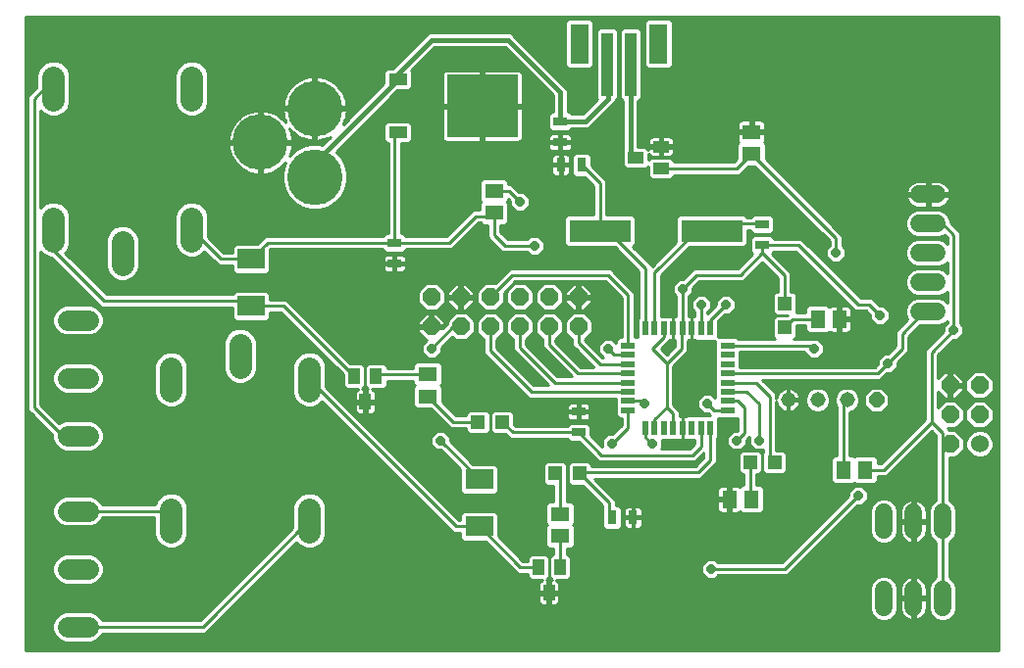
<source format=gtl>
G75*
%MOIN*%
%OFA0B0*%
%FSLAX25Y25*%
%IPPOS*%
%LPD*%
%AMOC8*
5,1,8,0,0,1.08239X$1,22.5*
%
%ADD10R,0.04724X0.03150*%
%ADD11R,0.03150X0.04724*%
%ADD12R,0.09449X0.07087*%
%ADD13OC8,0.05150*%
%ADD14C,0.05150*%
%ADD15R,0.03937X0.21654*%
%ADD16R,0.06299X0.13386*%
%ADD17R,0.24409X0.21260*%
%ADD18R,0.06299X0.03937*%
%ADD19C,0.06000*%
%ADD20C,0.06000*%
%ADD21OC8,0.06000*%
%ADD22R,0.04724X0.04724*%
%ADD23R,0.21000X0.07600*%
%ADD24R,0.03937X0.05512*%
%ADD25R,0.05512X0.03937*%
%ADD26R,0.05118X0.06299*%
%ADD27R,0.06299X0.05118*%
%ADD28C,0.07050*%
%ADD29R,0.02200X0.05000*%
%ADD30R,0.05000X0.02200*%
%ADD31C,0.18898*%
%ADD32C,0.07800*%
%ADD33C,0.01000*%
%ADD34OC8,0.03169*%
%ADD35C,0.01600*%
D10*
X0197379Y0077957D03*
X0197379Y0085043D03*
X0134879Y0135457D03*
X0134879Y0142543D03*
X0191129Y0176707D03*
X0191129Y0183793D03*
X0259879Y0148793D03*
X0259879Y0141707D03*
D11*
X0198422Y0169000D03*
X0191335Y0169000D03*
X0208835Y0049000D03*
X0215922Y0049000D03*
D12*
X0163629Y0046028D03*
X0163629Y0061972D03*
X0086129Y0121028D03*
X0086129Y0136972D03*
D13*
X0298629Y0089000D03*
D14*
X0288629Y0089000D03*
X0278629Y0089000D03*
X0268629Y0089000D03*
D15*
X0215066Y0203163D03*
X0207192Y0203163D03*
D16*
X0197743Y0210250D03*
X0224515Y0210250D03*
D17*
X0164721Y0189000D03*
D18*
X0135981Y0180024D03*
X0135981Y0197976D03*
D19*
X0313129Y0159000D02*
X0319129Y0159000D01*
X0319129Y0149000D02*
X0313129Y0149000D01*
X0313129Y0139000D02*
X0319129Y0139000D01*
X0319129Y0129000D02*
X0313129Y0129000D01*
X0313129Y0119000D02*
X0319129Y0119000D01*
X0321129Y0050750D02*
X0321129Y0044750D01*
X0311129Y0044750D02*
X0311129Y0050750D01*
X0301129Y0050750D02*
X0301129Y0044750D01*
X0301129Y0024500D02*
X0301129Y0018500D01*
X0311129Y0018500D02*
X0311129Y0024500D01*
X0321129Y0024500D02*
X0321129Y0018500D01*
D20*
X0333629Y0074000D03*
D21*
X0323629Y0074000D03*
X0323629Y0084000D03*
X0333629Y0084000D03*
X0333629Y0094000D03*
X0323629Y0094000D03*
X0197379Y0114000D03*
X0187379Y0114000D03*
X0177379Y0114000D03*
X0167379Y0114000D03*
X0157379Y0114000D03*
X0147379Y0114000D03*
X0147379Y0124000D03*
X0157379Y0124000D03*
X0167379Y0124000D03*
X0177379Y0124000D03*
X0187379Y0124000D03*
X0197379Y0124000D03*
D22*
X0171513Y0081500D03*
X0163245Y0081500D03*
X0189495Y0064000D03*
X0197763Y0064000D03*
X0255745Y0067750D03*
X0264013Y0067750D03*
X0267379Y0113616D03*
X0267379Y0121884D03*
D23*
X0242629Y0146500D03*
X0204629Y0146500D03*
D24*
X0128619Y0097081D03*
X0121139Y0097081D03*
X0124879Y0088419D03*
X0183639Y0032081D03*
X0191119Y0032081D03*
X0187379Y0023419D03*
D25*
X0225459Y0167760D03*
X0216798Y0171500D03*
X0225459Y0175240D03*
D26*
X0278639Y0116500D03*
X0286119Y0116500D03*
X0287389Y0065250D03*
X0294869Y0065250D03*
X0256119Y0055250D03*
X0248639Y0055250D03*
D27*
X0191129Y0050240D03*
X0191129Y0042760D03*
X0146129Y0090260D03*
X0146129Y0097740D03*
X0168629Y0152760D03*
X0168629Y0160240D03*
X0256129Y0172760D03*
X0256129Y0180240D03*
D28*
X0030825Y0116185D02*
X0023775Y0116185D01*
X0023775Y0096500D02*
X0030825Y0096500D01*
X0030825Y0076815D02*
X0023775Y0076815D01*
X0023775Y0051185D02*
X0030825Y0051185D01*
X0030825Y0031500D02*
X0023775Y0031500D01*
X0023775Y0011815D02*
X0030825Y0011815D01*
D29*
X0220105Y0079600D03*
X0223255Y0079600D03*
X0226404Y0079600D03*
X0229554Y0079600D03*
X0232704Y0079600D03*
X0235853Y0079600D03*
X0239003Y0079600D03*
X0242152Y0079600D03*
X0242152Y0113400D03*
X0239003Y0113400D03*
X0235853Y0113400D03*
X0232704Y0113400D03*
X0229554Y0113400D03*
X0226404Y0113400D03*
X0223255Y0113400D03*
X0220105Y0113400D03*
D30*
X0214229Y0107524D03*
X0214229Y0104374D03*
X0214229Y0101224D03*
X0214229Y0098075D03*
X0214229Y0094925D03*
X0214229Y0091776D03*
X0214229Y0088626D03*
X0214229Y0085476D03*
X0248029Y0085476D03*
X0248029Y0088626D03*
X0248029Y0091776D03*
X0248029Y0094925D03*
X0248029Y0098075D03*
X0248029Y0101224D03*
X0248029Y0104374D03*
X0248029Y0107524D03*
D31*
X0107772Y0164925D03*
X0089269Y0176736D03*
X0107772Y0188154D03*
D32*
X0065879Y0191100D02*
X0065879Y0198900D01*
X0018879Y0198900D02*
X0018879Y0191100D01*
X0018879Y0150900D02*
X0018879Y0143100D01*
X0042379Y0142900D02*
X0042379Y0135100D01*
X0065879Y0143100D02*
X0065879Y0150900D01*
X0082379Y0107900D02*
X0082379Y0100100D01*
X0105879Y0099900D02*
X0105879Y0092100D01*
X0058879Y0092100D02*
X0058879Y0099900D01*
X0058879Y0051900D02*
X0058879Y0044100D01*
X0105879Y0044100D02*
X0105879Y0051900D01*
D33*
X0009579Y0003700D02*
X0009579Y0219300D01*
X0340179Y0219300D01*
X0340179Y0003700D01*
X0009579Y0003700D01*
X0009579Y0004496D02*
X0340179Y0004496D01*
X0340179Y0005494D02*
X0009579Y0005494D01*
X0009579Y0006493D02*
X0340179Y0006493D01*
X0340179Y0007491D02*
X0033890Y0007491D01*
X0033785Y0007385D02*
X0035255Y0008855D01*
X0035569Y0009615D01*
X0070605Y0009615D01*
X0071894Y0010904D01*
X0101525Y0040535D01*
X0102707Y0039353D01*
X0104765Y0038500D01*
X0106993Y0038500D01*
X0109051Y0039353D01*
X0110626Y0040928D01*
X0111479Y0042986D01*
X0111479Y0053014D01*
X0110626Y0055072D01*
X0109051Y0056647D01*
X0106993Y0057500D01*
X0104765Y0057500D01*
X0102707Y0056647D01*
X0101131Y0055072D01*
X0100279Y0053014D01*
X0100279Y0045511D01*
X0068782Y0014015D01*
X0035569Y0014015D01*
X0035255Y0014775D01*
X0033785Y0016244D01*
X0031864Y0017040D01*
X0022736Y0017040D01*
X0020815Y0016244D01*
X0019345Y0014775D01*
X0018550Y0012854D01*
X0018550Y0010776D01*
X0019345Y0008855D01*
X0020815Y0007385D01*
X0022736Y0006590D01*
X0031864Y0006590D01*
X0033785Y0007385D01*
X0034889Y0008490D02*
X0340179Y0008490D01*
X0340179Y0009488D02*
X0035517Y0009488D01*
X0035376Y0014481D02*
X0069248Y0014481D01*
X0070247Y0015479D02*
X0034550Y0015479D01*
X0033222Y0016478D02*
X0071245Y0016478D01*
X0072244Y0017476D02*
X0009579Y0017476D01*
X0009579Y0016478D02*
X0021378Y0016478D01*
X0020050Y0015479D02*
X0009579Y0015479D01*
X0009579Y0014481D02*
X0019224Y0014481D01*
X0018810Y0013482D02*
X0009579Y0013482D01*
X0009579Y0012484D02*
X0018550Y0012484D01*
X0018550Y0011485D02*
X0009579Y0011485D01*
X0009579Y0010487D02*
X0018670Y0010487D01*
X0019083Y0009488D02*
X0009579Y0009488D01*
X0009579Y0008490D02*
X0019711Y0008490D01*
X0020710Y0007491D02*
X0009579Y0007491D01*
X0009579Y0018475D02*
X0073242Y0018475D01*
X0074241Y0019473D02*
X0009579Y0019473D01*
X0009579Y0020472D02*
X0075239Y0020472D01*
X0076238Y0021470D02*
X0009579Y0021470D01*
X0009579Y0022469D02*
X0077236Y0022469D01*
X0078235Y0023467D02*
X0009579Y0023467D01*
X0009579Y0024466D02*
X0079233Y0024466D01*
X0080232Y0025464D02*
X0009579Y0025464D01*
X0009579Y0026463D02*
X0022282Y0026463D01*
X0022736Y0026275D02*
X0031864Y0026275D01*
X0033785Y0027070D01*
X0035255Y0028540D01*
X0036050Y0030461D01*
X0036050Y0032539D01*
X0035255Y0034460D01*
X0033785Y0035930D01*
X0031864Y0036725D01*
X0022736Y0036725D01*
X0020815Y0035930D01*
X0019345Y0034460D01*
X0018550Y0032539D01*
X0018550Y0030461D01*
X0019345Y0028540D01*
X0020815Y0027070D01*
X0022736Y0026275D01*
X0020424Y0027461D02*
X0009579Y0027461D01*
X0009579Y0028460D02*
X0019426Y0028460D01*
X0018965Y0029458D02*
X0009579Y0029458D01*
X0009579Y0030457D02*
X0018552Y0030457D01*
X0018550Y0031455D02*
X0009579Y0031455D01*
X0009579Y0032454D02*
X0018550Y0032454D01*
X0018928Y0033452D02*
X0009579Y0033452D01*
X0009579Y0034451D02*
X0019342Y0034451D01*
X0020335Y0035449D02*
X0009579Y0035449D01*
X0009579Y0036448D02*
X0022067Y0036448D01*
X0032533Y0036448D02*
X0091215Y0036448D01*
X0090217Y0035449D02*
X0034265Y0035449D01*
X0035258Y0034451D02*
X0089218Y0034451D01*
X0088220Y0033452D02*
X0035672Y0033452D01*
X0036050Y0032454D02*
X0087221Y0032454D01*
X0086223Y0031455D02*
X0036050Y0031455D01*
X0036048Y0030457D02*
X0085224Y0030457D01*
X0084226Y0029458D02*
X0035635Y0029458D01*
X0035174Y0028460D02*
X0083227Y0028460D01*
X0082229Y0027461D02*
X0034176Y0027461D01*
X0032318Y0026463D02*
X0081230Y0026463D01*
X0084457Y0023467D02*
X0186894Y0023467D01*
X0186894Y0023904D02*
X0186894Y0022935D01*
X0183910Y0022935D01*
X0183910Y0020466D01*
X0184012Y0020084D01*
X0184210Y0019742D01*
X0184489Y0019463D01*
X0184831Y0019266D01*
X0185213Y0019163D01*
X0186894Y0019163D01*
X0186894Y0022935D01*
X0187863Y0022935D01*
X0187863Y0019163D01*
X0189545Y0019163D01*
X0189926Y0019266D01*
X0190268Y0019463D01*
X0190548Y0019742D01*
X0190745Y0020084D01*
X0190847Y0020466D01*
X0190847Y0022935D01*
X0187863Y0022935D01*
X0187863Y0023904D01*
X0186894Y0023904D01*
X0186894Y0027675D01*
X0186362Y0027675D01*
X0187307Y0028621D01*
X0187307Y0035541D01*
X0186311Y0036537D01*
X0180966Y0036537D01*
X0179970Y0035541D01*
X0179970Y0034281D01*
X0178487Y0034281D01*
X0170053Y0042714D01*
X0170053Y0050275D01*
X0169057Y0051271D01*
X0158200Y0051271D01*
X0157204Y0050275D01*
X0157204Y0048228D01*
X0156762Y0048228D01*
X0111479Y0093511D01*
X0111479Y0101014D01*
X0110626Y0103072D01*
X0109051Y0104647D01*
X0106993Y0105500D01*
X0104765Y0105500D01*
X0102707Y0104647D01*
X0101131Y0103072D01*
X0100279Y0101014D01*
X0100279Y0090986D01*
X0101131Y0088928D01*
X0102707Y0087353D01*
X0104765Y0086500D01*
X0106993Y0086500D01*
X0109051Y0087353D01*
X0110233Y0088535D01*
X0154940Y0043828D01*
X0157204Y0043828D01*
X0157204Y0041780D01*
X0158200Y0040784D01*
X0165761Y0040784D01*
X0175376Y0031169D01*
X0176664Y0029881D01*
X0179970Y0029881D01*
X0179970Y0028621D01*
X0180966Y0027625D01*
X0185025Y0027625D01*
X0184831Y0027573D01*
X0184489Y0027375D01*
X0184210Y0027096D01*
X0184012Y0026754D01*
X0183910Y0026373D01*
X0183910Y0023904D01*
X0186894Y0023904D01*
X0186894Y0024466D02*
X0187863Y0024466D01*
X0187863Y0023904D02*
X0187863Y0027675D01*
X0188396Y0027675D01*
X0187450Y0028621D01*
X0187450Y0035541D01*
X0188446Y0036537D01*
X0188919Y0036537D01*
X0188919Y0038501D01*
X0187275Y0038501D01*
X0186279Y0039497D01*
X0186279Y0046023D01*
X0186756Y0046500D01*
X0186279Y0046977D01*
X0186279Y0053503D01*
X0187275Y0054499D01*
X0188929Y0054499D01*
X0188929Y0059938D01*
X0186429Y0059938D01*
X0185433Y0060934D01*
X0185433Y0067066D01*
X0186429Y0068062D01*
X0192561Y0068062D01*
X0193557Y0067066D01*
X0193557Y0060934D01*
X0193329Y0060705D01*
X0193329Y0054499D01*
X0194983Y0054499D01*
X0195978Y0053503D01*
X0195978Y0046977D01*
X0195501Y0046500D01*
X0195978Y0046023D01*
X0195978Y0039497D01*
X0194983Y0038501D01*
X0193319Y0038501D01*
X0193319Y0036537D01*
X0193792Y0036537D01*
X0194787Y0035541D01*
X0194787Y0028621D01*
X0193792Y0027625D01*
X0189733Y0027625D01*
X0189926Y0027573D01*
X0190268Y0027375D01*
X0190548Y0027096D01*
X0190745Y0026754D01*
X0190847Y0026373D01*
X0190847Y0023904D01*
X0187863Y0023904D01*
X0187863Y0023467D02*
X0296429Y0023467D01*
X0296429Y0022469D02*
X0190847Y0022469D01*
X0190847Y0021470D02*
X0296429Y0021470D01*
X0296429Y0020472D02*
X0190847Y0020472D01*
X0190278Y0019473D02*
X0296429Y0019473D01*
X0296429Y0018475D02*
X0079465Y0018475D01*
X0080463Y0019473D02*
X0184479Y0019473D01*
X0183910Y0020472D02*
X0081462Y0020472D01*
X0082460Y0021470D02*
X0183910Y0021470D01*
X0183910Y0022469D02*
X0083459Y0022469D01*
X0085456Y0024466D02*
X0183910Y0024466D01*
X0183910Y0025464D02*
X0086454Y0025464D01*
X0087453Y0026463D02*
X0183934Y0026463D01*
X0184638Y0027461D02*
X0088451Y0027461D01*
X0089450Y0028460D02*
X0180131Y0028460D01*
X0179970Y0029458D02*
X0090448Y0029458D01*
X0091447Y0030457D02*
X0176088Y0030457D01*
X0175090Y0031455D02*
X0092445Y0031455D01*
X0093444Y0032454D02*
X0174091Y0032454D01*
X0173093Y0033452D02*
X0094442Y0033452D01*
X0095441Y0034451D02*
X0172094Y0034451D01*
X0171096Y0035449D02*
X0096439Y0035449D01*
X0097438Y0036448D02*
X0170097Y0036448D01*
X0169099Y0037446D02*
X0098436Y0037446D01*
X0099435Y0038445D02*
X0168100Y0038445D01*
X0167102Y0039443D02*
X0109142Y0039443D01*
X0110140Y0040442D02*
X0166103Y0040442D01*
X0170329Y0042439D02*
X0186279Y0042439D01*
X0186279Y0043437D02*
X0170053Y0043437D01*
X0170053Y0044436D02*
X0186279Y0044436D01*
X0186279Y0045434D02*
X0170053Y0045434D01*
X0170053Y0046433D02*
X0186689Y0046433D01*
X0186279Y0047432D02*
X0170053Y0047432D01*
X0170053Y0048430D02*
X0186279Y0048430D01*
X0186279Y0049429D02*
X0170053Y0049429D01*
X0169901Y0050427D02*
X0186279Y0050427D01*
X0186279Y0051426D02*
X0153564Y0051426D01*
X0152566Y0052424D02*
X0186279Y0052424D01*
X0186279Y0053423D02*
X0151567Y0053423D01*
X0150569Y0054421D02*
X0187197Y0054421D01*
X0188929Y0055420D02*
X0149570Y0055420D01*
X0148572Y0056418D02*
X0188929Y0056418D01*
X0188929Y0057417D02*
X0169745Y0057417D01*
X0170053Y0057725D02*
X0170053Y0066220D01*
X0169057Y0067216D01*
X0161497Y0067216D01*
X0153635Y0075077D01*
X0153635Y0076610D01*
X0151712Y0078534D01*
X0148991Y0078534D01*
X0147067Y0076610D01*
X0147067Y0073890D01*
X0148991Y0071966D01*
X0150524Y0071966D01*
X0157204Y0065286D01*
X0157204Y0057725D01*
X0158200Y0056729D01*
X0169057Y0056729D01*
X0170053Y0057725D01*
X0170053Y0058415D02*
X0188929Y0058415D01*
X0188929Y0059414D02*
X0170053Y0059414D01*
X0170053Y0060412D02*
X0185954Y0060412D01*
X0185433Y0061411D02*
X0170053Y0061411D01*
X0170053Y0062409D02*
X0185433Y0062409D01*
X0185433Y0063408D02*
X0170053Y0063408D01*
X0170053Y0064406D02*
X0185433Y0064406D01*
X0185433Y0065405D02*
X0170053Y0065405D01*
X0169870Y0066403D02*
X0185433Y0066403D01*
X0185768Y0067402D02*
X0161311Y0067402D01*
X0160312Y0068400D02*
X0203824Y0068400D01*
X0204174Y0068050D02*
X0237040Y0068050D01*
X0238329Y0069339D01*
X0239914Y0070924D01*
X0239952Y0070962D01*
X0239952Y0069485D01*
X0237067Y0066600D01*
X0201825Y0066600D01*
X0201825Y0067066D01*
X0200829Y0068062D01*
X0194696Y0068062D01*
X0193700Y0067066D01*
X0193700Y0060934D01*
X0194696Y0059938D01*
X0198714Y0059938D01*
X0205563Y0053089D01*
X0205563Y0052068D01*
X0205561Y0052066D01*
X0205561Y0045934D01*
X0206556Y0044938D01*
X0211114Y0044938D01*
X0212110Y0045934D01*
X0212110Y0052066D01*
X0211114Y0053062D01*
X0209963Y0053062D01*
X0209963Y0054911D01*
X0202674Y0062200D01*
X0238890Y0062200D01*
X0240179Y0063489D01*
X0244352Y0067662D01*
X0244352Y0075796D01*
X0244952Y0076396D01*
X0244952Y0082676D01*
X0251233Y0082676D01*
X0251429Y0082872D01*
X0251429Y0078661D01*
X0251302Y0078534D01*
X0249768Y0078534D01*
X0247844Y0076610D01*
X0247844Y0073890D01*
X0249768Y0071966D01*
X0252489Y0071966D01*
X0254413Y0073890D01*
X0254413Y0075423D01*
X0255344Y0076354D01*
X0255344Y0073890D01*
X0257268Y0071966D01*
X0259989Y0071966D01*
X0260179Y0072155D01*
X0260179Y0071045D01*
X0259950Y0070816D01*
X0259950Y0064684D01*
X0260946Y0063688D01*
X0267079Y0063688D01*
X0268075Y0064684D01*
X0268075Y0070816D01*
X0267079Y0071812D01*
X0264579Y0071812D01*
X0264579Y0088523D01*
X0264654Y0088046D01*
X0264852Y0087436D01*
X0265144Y0086864D01*
X0265521Y0086345D01*
X0265974Y0085892D01*
X0266493Y0085515D01*
X0267065Y0085224D01*
X0267675Y0085026D01*
X0268308Y0084925D01*
X0268341Y0084925D01*
X0268341Y0088713D01*
X0268916Y0088713D01*
X0268916Y0089287D01*
X0272704Y0089287D01*
X0272704Y0089321D01*
X0272603Y0089954D01*
X0272405Y0090564D01*
X0272114Y0091136D01*
X0271737Y0091655D01*
X0271283Y0092108D01*
X0270764Y0092485D01*
X0270193Y0092776D01*
X0269583Y0092974D01*
X0268949Y0093075D01*
X0268916Y0093075D01*
X0268916Y0089287D01*
X0268341Y0089287D01*
X0268341Y0093075D01*
X0268308Y0093075D01*
X0267675Y0092974D01*
X0267065Y0092776D01*
X0266493Y0092485D01*
X0265974Y0092108D01*
X0265521Y0091655D01*
X0265144Y0091136D01*
X0264852Y0090564D01*
X0264654Y0089954D01*
X0264579Y0089477D01*
X0264579Y0091161D01*
X0263290Y0092450D01*
X0259865Y0095875D01*
X0299865Y0095875D01*
X0302206Y0098216D01*
X0303739Y0098216D01*
X0305663Y0100140D01*
X0305663Y0101673D01*
X0309579Y0105589D01*
X0309579Y0110589D01*
X0313290Y0114300D01*
X0320064Y0114300D01*
X0321791Y0115016D01*
X0322679Y0115903D01*
X0322679Y0115195D01*
X0321594Y0114110D01*
X0321594Y0112577D01*
X0315179Y0106161D01*
X0315179Y0082411D01*
X0300217Y0067450D01*
X0299128Y0067450D01*
X0299128Y0069104D01*
X0298132Y0070100D01*
X0291606Y0070100D01*
X0291129Y0069623D01*
X0290652Y0070100D01*
X0289589Y0070100D01*
X0289589Y0084771D01*
X0291050Y0085376D01*
X0292253Y0086579D01*
X0292904Y0088150D01*
X0292904Y0089850D01*
X0292253Y0091421D01*
X0291050Y0092624D01*
X0289479Y0093275D01*
X0287778Y0093275D01*
X0286207Y0092624D01*
X0285005Y0091421D01*
X0284354Y0089850D01*
X0284354Y0088150D01*
X0285005Y0086579D01*
X0285189Y0086395D01*
X0285189Y0070100D01*
X0284125Y0070100D01*
X0283130Y0069104D01*
X0283130Y0061396D01*
X0284125Y0060400D01*
X0290652Y0060400D01*
X0291129Y0060877D01*
X0291606Y0060400D01*
X0298132Y0060400D01*
X0299128Y0061396D01*
X0299128Y0063050D01*
X0302040Y0063050D01*
X0317379Y0078389D01*
X0318929Y0076839D01*
X0318929Y0054926D01*
X0318466Y0054734D01*
X0317144Y0053412D01*
X0316429Y0051685D01*
X0316429Y0043815D01*
X0317144Y0042088D01*
X0318466Y0040766D01*
X0318929Y0040574D01*
X0318929Y0028676D01*
X0318466Y0028484D01*
X0317144Y0027162D01*
X0316429Y0025435D01*
X0316429Y0017565D01*
X0317144Y0015838D01*
X0318466Y0014516D01*
X0320194Y0013800D01*
X0322064Y0013800D01*
X0323791Y0014516D01*
X0325113Y0015838D01*
X0325829Y0017565D01*
X0325829Y0025435D01*
X0325113Y0027162D01*
X0323791Y0028484D01*
X0323329Y0028676D01*
X0323329Y0040574D01*
X0323791Y0040766D01*
X0325113Y0042088D01*
X0325829Y0043815D01*
X0325829Y0051685D01*
X0325113Y0053412D01*
X0323791Y0054734D01*
X0323329Y0054926D01*
X0323329Y0069300D01*
X0325576Y0069300D01*
X0328329Y0072053D01*
X0328329Y0075947D01*
X0325576Y0078700D01*
X0323290Y0078700D01*
X0322690Y0079300D01*
X0325576Y0079300D01*
X0328329Y0082053D01*
X0328329Y0085947D01*
X0325576Y0088700D01*
X0321682Y0088700D01*
X0319579Y0086597D01*
X0319579Y0091686D01*
X0321765Y0089500D01*
X0323129Y0089500D01*
X0323129Y0093500D01*
X0324129Y0093500D01*
X0324129Y0094500D01*
X0328129Y0094500D01*
X0328129Y0095864D01*
X0325493Y0098500D01*
X0324129Y0098500D01*
X0324129Y0094500D01*
X0323129Y0094500D01*
X0323129Y0098500D01*
X0321765Y0098500D01*
X0319579Y0096314D01*
X0319579Y0104339D01*
X0324706Y0109466D01*
X0326239Y0109466D01*
X0328163Y0111390D01*
X0328163Y0114110D01*
X0327079Y0115195D01*
X0327079Y0146161D01*
X0323829Y0149411D01*
X0323829Y0149935D01*
X0323113Y0151662D01*
X0321791Y0152984D01*
X0320064Y0153700D01*
X0312194Y0153700D01*
X0310466Y0152984D01*
X0309144Y0151662D01*
X0308429Y0149935D01*
X0308429Y0148065D01*
X0309144Y0146338D01*
X0310466Y0145016D01*
X0312194Y0144300D01*
X0320064Y0144300D01*
X0321791Y0145016D01*
X0321896Y0145121D01*
X0322679Y0144339D01*
X0322679Y0142097D01*
X0321791Y0142984D01*
X0320064Y0143700D01*
X0312194Y0143700D01*
X0310466Y0142984D01*
X0309144Y0141662D01*
X0308429Y0139935D01*
X0308429Y0138065D01*
X0309144Y0136338D01*
X0310466Y0135016D01*
X0312194Y0134300D01*
X0320064Y0134300D01*
X0321791Y0135016D01*
X0322679Y0135903D01*
X0322679Y0132097D01*
X0321791Y0132984D01*
X0320064Y0133700D01*
X0312194Y0133700D01*
X0310466Y0132984D01*
X0309144Y0131662D01*
X0308429Y0129935D01*
X0308429Y0128065D01*
X0309144Y0126338D01*
X0310466Y0125016D01*
X0312194Y0124300D01*
X0320064Y0124300D01*
X0321791Y0125016D01*
X0322679Y0125903D01*
X0322679Y0122097D01*
X0321791Y0122984D01*
X0320064Y0123700D01*
X0312194Y0123700D01*
X0310466Y0122984D01*
X0309144Y0121662D01*
X0308429Y0119935D01*
X0308429Y0118065D01*
X0309133Y0116365D01*
X0306467Y0113700D01*
X0305179Y0112411D01*
X0305179Y0107411D01*
X0302552Y0104784D01*
X0301018Y0104784D01*
X0299094Y0102860D01*
X0299094Y0101327D01*
X0298042Y0100275D01*
X0252229Y0100275D01*
X0252229Y0105324D01*
X0274094Y0105324D01*
X0274094Y0105140D01*
X0276018Y0103216D01*
X0278739Y0103216D01*
X0280663Y0105140D01*
X0280663Y0107860D01*
X0278739Y0109784D01*
X0276018Y0109784D01*
X0275958Y0109724D01*
X0270615Y0109724D01*
X0271441Y0110550D01*
X0271441Y0114300D01*
X0274380Y0114300D01*
X0274380Y0112646D01*
X0275375Y0111650D01*
X0281902Y0111650D01*
X0282520Y0112269D01*
X0282639Y0112150D01*
X0282981Y0111953D01*
X0283362Y0111850D01*
X0285619Y0111850D01*
X0285619Y0116000D01*
X0286619Y0116000D01*
X0286619Y0117000D01*
X0290178Y0117000D01*
X0290178Y0119847D01*
X0290076Y0120229D01*
X0289878Y0120571D01*
X0289599Y0120850D01*
X0289257Y0121047D01*
X0288875Y0121150D01*
X0286619Y0121150D01*
X0286619Y0117000D01*
X0285619Y0117000D01*
X0285619Y0121150D01*
X0283362Y0121150D01*
X0282981Y0121047D01*
X0282639Y0120850D01*
X0282520Y0120731D01*
X0281902Y0121350D01*
X0275375Y0121350D01*
X0274380Y0120354D01*
X0274380Y0118700D01*
X0271323Y0118700D01*
X0271441Y0118817D01*
X0271441Y0124950D01*
X0270445Y0125946D01*
X0269579Y0125946D01*
X0269579Y0132411D01*
X0263252Y0138738D01*
X0263941Y0139428D01*
X0263941Y0139507D01*
X0271261Y0139507D01*
X0290179Y0120589D01*
X0291467Y0119300D01*
X0295217Y0119300D01*
X0296594Y0117923D01*
X0296594Y0116390D01*
X0298518Y0114466D01*
X0301239Y0114466D01*
X0303163Y0116390D01*
X0303163Y0119110D01*
X0301239Y0121034D01*
X0299706Y0121034D01*
X0297040Y0123700D01*
X0293290Y0123700D01*
X0273083Y0143907D01*
X0263941Y0143907D01*
X0263941Y0143986D01*
X0262945Y0144981D01*
X0256812Y0144981D01*
X0255817Y0143986D01*
X0255817Y0139428D01*
X0256506Y0138738D01*
X0251467Y0133700D01*
X0236467Y0133700D01*
X0232877Y0130109D01*
X0231343Y0130109D01*
X0229419Y0128185D01*
X0229419Y0125464D01*
X0230504Y0124380D01*
X0230504Y0117400D01*
X0229604Y0117400D01*
X0229604Y0113450D01*
X0229504Y0113450D01*
X0229504Y0117400D01*
X0228408Y0117400D01*
X0228208Y0117600D01*
X0225455Y0117600D01*
X0225455Y0131465D01*
X0234990Y0141000D01*
X0253833Y0141000D01*
X0254829Y0141996D01*
X0254829Y0146800D01*
X0255817Y0146800D01*
X0255817Y0146514D01*
X0256812Y0145519D01*
X0262945Y0145519D01*
X0263941Y0146514D01*
X0263941Y0151072D01*
X0262945Y0152068D01*
X0256812Y0152068D01*
X0255944Y0151200D01*
X0254633Y0151200D01*
X0253833Y0152000D01*
X0231425Y0152000D01*
X0230429Y0151004D01*
X0230429Y0142661D01*
X0222305Y0134538D01*
X0222305Y0134685D01*
X0215911Y0141079D01*
X0216829Y0141996D01*
X0216829Y0151004D01*
X0215833Y0152000D01*
X0206829Y0152000D01*
X0206829Y0163705D01*
X0201697Y0168836D01*
X0201697Y0172066D01*
X0200701Y0173062D01*
X0196143Y0173062D01*
X0195147Y0172066D01*
X0195147Y0165934D01*
X0196143Y0164938D01*
X0199373Y0164938D01*
X0202429Y0161882D01*
X0202429Y0152000D01*
X0193425Y0152000D01*
X0192429Y0151004D01*
X0192429Y0141996D01*
X0193425Y0141000D01*
X0209767Y0141000D01*
X0217905Y0132862D01*
X0217905Y0117204D01*
X0217305Y0116604D01*
X0217305Y0110324D01*
X0216429Y0110324D01*
X0216429Y0125561D01*
X0209579Y0132411D01*
X0208290Y0133700D01*
X0173967Y0133700D01*
X0168967Y0128700D01*
X0165432Y0128700D01*
X0162679Y0125947D01*
X0162679Y0122053D01*
X0165432Y0119300D01*
X0169326Y0119300D01*
X0172079Y0122053D01*
X0172079Y0125589D01*
X0175790Y0129300D01*
X0206467Y0129300D01*
X0212029Y0123739D01*
X0212029Y0110324D01*
X0211025Y0110324D01*
X0210029Y0109328D01*
X0210029Y0108495D01*
X0208739Y0109784D01*
X0206018Y0109784D01*
X0204094Y0107860D01*
X0204094Y0105140D01*
X0205810Y0103424D01*
X0205559Y0103424D01*
X0199579Y0109404D01*
X0199579Y0109553D01*
X0202079Y0112053D01*
X0202079Y0115947D01*
X0199326Y0118700D01*
X0195432Y0118700D01*
X0192679Y0115947D01*
X0192679Y0112053D01*
X0195179Y0109553D01*
X0195179Y0107582D01*
X0196467Y0106293D01*
X0202486Y0100275D01*
X0198087Y0100275D01*
X0189579Y0108783D01*
X0189579Y0109553D01*
X0192079Y0112053D01*
X0192079Y0115947D01*
X0189326Y0118700D01*
X0185432Y0118700D01*
X0182679Y0115947D01*
X0182679Y0112053D01*
X0185179Y0109553D01*
X0185179Y0106961D01*
X0195014Y0097125D01*
X0190258Y0097125D01*
X0179579Y0107804D01*
X0179579Y0109553D01*
X0182079Y0112053D01*
X0182079Y0115947D01*
X0179326Y0118700D01*
X0175432Y0118700D01*
X0172679Y0115947D01*
X0172679Y0112053D01*
X0175179Y0109553D01*
X0175179Y0105982D01*
X0176467Y0104693D01*
X0187185Y0093976D01*
X0182239Y0093976D01*
X0169579Y0106635D01*
X0169579Y0109553D01*
X0172079Y0112053D01*
X0172079Y0115947D01*
X0169326Y0118700D01*
X0165432Y0118700D01*
X0162679Y0115947D01*
X0162679Y0112053D01*
X0165179Y0109553D01*
X0165179Y0104813D01*
X0166467Y0103524D01*
X0180416Y0089576D01*
X0210029Y0089576D01*
X0210029Y0083672D01*
X0211025Y0082676D01*
X0212029Y0082676D01*
X0212029Y0080511D01*
X0208802Y0077284D01*
X0207268Y0077284D01*
X0205344Y0075360D01*
X0205344Y0073102D01*
X0201441Y0077006D01*
X0201441Y0080236D01*
X0200445Y0081231D01*
X0194312Y0081231D01*
X0193317Y0080236D01*
X0193317Y0080157D01*
X0175967Y0080157D01*
X0175575Y0080549D01*
X0175575Y0084566D01*
X0174579Y0085562D01*
X0168446Y0085562D01*
X0167450Y0084566D01*
X0167450Y0078434D01*
X0168446Y0077438D01*
X0172464Y0077438D01*
X0172856Y0077045D01*
X0174145Y0075757D01*
X0193317Y0075757D01*
X0193317Y0075678D01*
X0194312Y0074682D01*
X0197542Y0074682D01*
X0204174Y0068050D01*
X0202825Y0069399D02*
X0159314Y0069399D01*
X0158315Y0070397D02*
X0201827Y0070397D01*
X0200828Y0071396D02*
X0157317Y0071396D01*
X0156318Y0072394D02*
X0199830Y0072394D01*
X0198831Y0073393D02*
X0155320Y0073393D01*
X0154321Y0074391D02*
X0197833Y0074391D01*
X0193604Y0075390D02*
X0153635Y0075390D01*
X0153635Y0076388D02*
X0173513Y0076388D01*
X0172514Y0077387D02*
X0152859Y0077387D01*
X0151860Y0078385D02*
X0159231Y0078385D01*
X0159183Y0078434D02*
X0160179Y0077438D01*
X0166311Y0077438D01*
X0167307Y0078434D01*
X0167307Y0084566D01*
X0166311Y0085562D01*
X0160179Y0085562D01*
X0159183Y0084566D01*
X0159183Y0083700D01*
X0155800Y0083700D01*
X0150978Y0088521D01*
X0150978Y0093523D01*
X0150501Y0094000D01*
X0150978Y0094477D01*
X0150978Y0101003D01*
X0149983Y0101999D01*
X0142275Y0101999D01*
X0141279Y0101003D01*
X0141279Y0099940D01*
X0132287Y0099940D01*
X0132287Y0100541D01*
X0131292Y0101537D01*
X0125946Y0101537D01*
X0124950Y0100541D01*
X0124950Y0093621D01*
X0125896Y0092675D01*
X0125363Y0092675D01*
X0125363Y0088904D01*
X0124394Y0088904D01*
X0124394Y0092675D01*
X0123862Y0092675D01*
X0124807Y0093621D01*
X0124807Y0100541D01*
X0123811Y0101537D01*
X0119794Y0101537D01*
X0098103Y0123228D01*
X0092553Y0123228D01*
X0092553Y0125275D01*
X0091557Y0126271D01*
X0080700Y0126271D01*
X0079704Y0125275D01*
X0079704Y0124950D01*
X0037040Y0124950D01*
X0022844Y0139146D01*
X0023626Y0139928D01*
X0024479Y0141986D01*
X0024479Y0152014D01*
X0023626Y0154072D01*
X0022051Y0155647D01*
X0019993Y0156500D01*
X0017765Y0156500D01*
X0015707Y0155647D01*
X0014579Y0154520D01*
X0014579Y0187480D01*
X0015707Y0186353D01*
X0017765Y0185500D01*
X0019993Y0185500D01*
X0022051Y0186353D01*
X0023626Y0187928D01*
X0024479Y0189986D01*
X0024479Y0200014D01*
X0023626Y0202072D01*
X0022051Y0203647D01*
X0019993Y0204500D01*
X0017765Y0204500D01*
X0015707Y0203647D01*
X0014131Y0202072D01*
X0013279Y0200014D01*
X0013279Y0195511D01*
X0010179Y0192411D01*
X0010179Y0085589D01*
X0011467Y0084300D01*
X0018550Y0077217D01*
X0018550Y0075776D01*
X0019345Y0073855D01*
X0020815Y0072385D01*
X0022736Y0071590D01*
X0031864Y0071590D01*
X0033785Y0072385D01*
X0035255Y0073855D01*
X0036050Y0075776D01*
X0036050Y0077854D01*
X0035255Y0079775D01*
X0033785Y0081244D01*
X0031864Y0082040D01*
X0022736Y0082040D01*
X0020815Y0081244D01*
X0020780Y0081210D01*
X0014579Y0087411D01*
X0014579Y0139480D01*
X0015707Y0138353D01*
X0017765Y0137500D01*
X0018267Y0137500D01*
X0033929Y0121839D01*
X0035217Y0120550D01*
X0079704Y0120550D01*
X0079704Y0116780D01*
X0080700Y0115784D01*
X0091557Y0115784D01*
X0092553Y0116780D01*
X0092553Y0118828D01*
X0096280Y0118828D01*
X0117470Y0097638D01*
X0117470Y0093621D01*
X0118466Y0092625D01*
X0122525Y0092625D01*
X0122331Y0092573D01*
X0121989Y0092375D01*
X0121710Y0092096D01*
X0121512Y0091754D01*
X0121410Y0091373D01*
X0121410Y0088904D01*
X0124394Y0088904D01*
X0124394Y0087935D01*
X0121410Y0087935D01*
X0121410Y0085466D01*
X0121512Y0085084D01*
X0121710Y0084742D01*
X0121989Y0084463D01*
X0122331Y0084266D01*
X0122713Y0084163D01*
X0124394Y0084163D01*
X0124394Y0087935D01*
X0125363Y0087935D01*
X0125363Y0084163D01*
X0127045Y0084163D01*
X0127426Y0084266D01*
X0127768Y0084463D01*
X0128048Y0084742D01*
X0128245Y0085084D01*
X0128347Y0085466D01*
X0128347Y0087935D01*
X0125363Y0087935D01*
X0125363Y0088904D01*
X0128347Y0088904D01*
X0128347Y0091373D01*
X0128245Y0091754D01*
X0128048Y0092096D01*
X0127768Y0092375D01*
X0127426Y0092573D01*
X0127233Y0092625D01*
X0131292Y0092625D01*
X0132287Y0093621D01*
X0132287Y0095540D01*
X0141279Y0095540D01*
X0141279Y0094477D01*
X0141756Y0094000D01*
X0141279Y0093523D01*
X0141279Y0086997D01*
X0142275Y0086001D01*
X0147277Y0086001D01*
X0152689Y0080589D01*
X0153977Y0079300D01*
X0159183Y0079300D01*
X0159183Y0078434D01*
X0163245Y0081500D02*
X0154889Y0081500D01*
X0146129Y0090260D01*
X0141279Y0090368D02*
X0128347Y0090368D01*
X0128347Y0091366D02*
X0141279Y0091366D01*
X0141279Y0092365D02*
X0127779Y0092365D01*
X0125363Y0092365D02*
X0124394Y0092365D01*
X0124394Y0091366D02*
X0125363Y0091366D01*
X0125363Y0090368D02*
X0124394Y0090368D01*
X0124394Y0089369D02*
X0125363Y0089369D01*
X0125363Y0088370D02*
X0141279Y0088370D01*
X0141279Y0087372D02*
X0128347Y0087372D01*
X0128347Y0086373D02*
X0141902Y0086373D01*
X0141279Y0089369D02*
X0128347Y0089369D01*
X0125363Y0087372D02*
X0124394Y0087372D01*
X0124394Y0088370D02*
X0116620Y0088370D01*
X0117618Y0087372D02*
X0121410Y0087372D01*
X0121410Y0086373D02*
X0118617Y0086373D01*
X0119615Y0085375D02*
X0121435Y0085375D01*
X0122139Y0084376D02*
X0120614Y0084376D01*
X0121612Y0083378D02*
X0149899Y0083378D01*
X0148901Y0084376D02*
X0127618Y0084376D01*
X0128323Y0085375D02*
X0147902Y0085375D01*
X0150898Y0082379D02*
X0122611Y0082379D01*
X0123609Y0081381D02*
X0151896Y0081381D01*
X0152895Y0080382D02*
X0124608Y0080382D01*
X0125606Y0079384D02*
X0153893Y0079384D01*
X0155123Y0084376D02*
X0159183Y0084376D01*
X0159991Y0085375D02*
X0154125Y0085375D01*
X0153126Y0086373D02*
X0193517Y0086373D01*
X0193517Y0086816D02*
X0193517Y0085331D01*
X0197091Y0085331D01*
X0197091Y0088118D01*
X0194819Y0088118D01*
X0194438Y0088016D01*
X0194096Y0087818D01*
X0193816Y0087539D01*
X0193619Y0087197D01*
X0193517Y0086816D01*
X0193720Y0087372D02*
X0152128Y0087372D01*
X0151129Y0088370D02*
X0210029Y0088370D01*
X0210029Y0087372D02*
X0201038Y0087372D01*
X0200941Y0087539D02*
X0200662Y0087818D01*
X0200320Y0088016D01*
X0199938Y0088118D01*
X0197666Y0088118D01*
X0197666Y0085331D01*
X0197091Y0085331D01*
X0197091Y0084756D01*
X0193517Y0084756D01*
X0193517Y0083271D01*
X0193619Y0082890D01*
X0193816Y0082547D01*
X0194096Y0082268D01*
X0194438Y0082071D01*
X0194819Y0081969D01*
X0197091Y0081968D01*
X0197091Y0084756D01*
X0197666Y0084756D01*
X0197666Y0081969D01*
X0199938Y0081969D01*
X0200320Y0082071D01*
X0200662Y0082268D01*
X0200941Y0082547D01*
X0201139Y0082890D01*
X0201241Y0083271D01*
X0201241Y0084756D01*
X0197666Y0084756D01*
X0197666Y0085331D01*
X0201241Y0085331D01*
X0201241Y0086816D01*
X0201139Y0087197D01*
X0200941Y0087539D01*
X0201241Y0086373D02*
X0210029Y0086373D01*
X0210029Y0085375D02*
X0201241Y0085375D01*
X0201241Y0084376D02*
X0210029Y0084376D01*
X0210323Y0083378D02*
X0201241Y0083378D01*
X0200773Y0082379D02*
X0212029Y0082379D01*
X0212029Y0081381D02*
X0175575Y0081381D01*
X0175575Y0082379D02*
X0193984Y0082379D01*
X0193517Y0083378D02*
X0175575Y0083378D01*
X0175575Y0084376D02*
X0193517Y0084376D01*
X0193517Y0085375D02*
X0174766Y0085375D01*
X0171513Y0081500D02*
X0175056Y0077957D01*
X0197379Y0077957D01*
X0205085Y0070250D01*
X0236129Y0070250D01*
X0239003Y0073124D01*
X0239003Y0079600D01*
X0242152Y0079600D02*
X0242152Y0068574D01*
X0237979Y0064400D01*
X0198163Y0064400D01*
X0197763Y0064000D01*
X0207763Y0054000D01*
X0207763Y0049000D01*
X0208835Y0049000D01*
X0205561Y0049429D02*
X0195978Y0049429D01*
X0195978Y0050427D02*
X0205561Y0050427D01*
X0205561Y0051426D02*
X0195978Y0051426D01*
X0195978Y0052424D02*
X0205563Y0052424D01*
X0205229Y0053423D02*
X0195978Y0053423D01*
X0195061Y0054421D02*
X0204230Y0054421D01*
X0203232Y0055420D02*
X0193329Y0055420D01*
X0193329Y0056418D02*
X0202233Y0056418D01*
X0201235Y0057417D02*
X0193329Y0057417D01*
X0193329Y0058415D02*
X0200236Y0058415D01*
X0199238Y0059414D02*
X0193329Y0059414D01*
X0193329Y0060412D02*
X0194222Y0060412D01*
X0193700Y0061411D02*
X0193557Y0061411D01*
X0193557Y0062409D02*
X0193700Y0062409D01*
X0193700Y0063408D02*
X0193557Y0063408D01*
X0193557Y0064406D02*
X0193700Y0064406D01*
X0193700Y0065405D02*
X0193557Y0065405D01*
X0193557Y0066403D02*
X0193700Y0066403D01*
X0194036Y0067402D02*
X0193222Y0067402D01*
X0189495Y0064000D02*
X0191129Y0062366D01*
X0191129Y0050240D01*
X0195978Y0048430D02*
X0205561Y0048430D01*
X0205561Y0047432D02*
X0195978Y0047432D01*
X0195568Y0046433D02*
X0205561Y0046433D01*
X0206060Y0045434D02*
X0195978Y0045434D01*
X0195978Y0044436D02*
X0277203Y0044436D01*
X0276205Y0043437D02*
X0195978Y0043437D01*
X0195978Y0042439D02*
X0275206Y0042439D01*
X0274208Y0041440D02*
X0195978Y0041440D01*
X0195978Y0040442D02*
X0273209Y0040442D01*
X0272211Y0039443D02*
X0195925Y0039443D01*
X0193319Y0038445D02*
X0271212Y0038445D01*
X0270214Y0037446D02*
X0193319Y0037446D01*
X0193880Y0036448D02*
X0269215Y0036448D01*
X0268217Y0035449D02*
X0194787Y0035449D01*
X0194787Y0034451D02*
X0240685Y0034451D01*
X0241018Y0034784D02*
X0239094Y0032860D01*
X0239094Y0030140D01*
X0241018Y0028216D01*
X0243739Y0028216D01*
X0244823Y0029300D01*
X0268290Y0029300D01*
X0292206Y0053216D01*
X0293739Y0053216D01*
X0295663Y0055140D01*
X0295663Y0057860D01*
X0293739Y0059784D01*
X0291018Y0059784D01*
X0289094Y0057860D01*
X0289094Y0056327D01*
X0266467Y0033700D01*
X0244823Y0033700D01*
X0243739Y0034784D01*
X0241018Y0034784D01*
X0239686Y0033452D02*
X0194787Y0033452D01*
X0194787Y0032454D02*
X0239094Y0032454D01*
X0239094Y0031455D02*
X0194787Y0031455D01*
X0194787Y0030457D02*
X0239094Y0030457D01*
X0239776Y0029458D02*
X0194787Y0029458D01*
X0194627Y0028460D02*
X0240774Y0028460D01*
X0243983Y0028460D02*
X0298442Y0028460D01*
X0298466Y0028484D02*
X0297144Y0027162D01*
X0296429Y0025435D01*
X0296429Y0017565D01*
X0297144Y0015838D01*
X0298466Y0014516D01*
X0300194Y0013800D01*
X0302064Y0013800D01*
X0303791Y0014516D01*
X0305113Y0015838D01*
X0305829Y0017565D01*
X0305829Y0025435D01*
X0305113Y0027162D01*
X0303791Y0028484D01*
X0302064Y0029200D01*
X0300194Y0029200D01*
X0298466Y0028484D01*
X0297443Y0027461D02*
X0190120Y0027461D01*
X0190823Y0026463D02*
X0296855Y0026463D01*
X0296441Y0025464D02*
X0190847Y0025464D01*
X0190847Y0024466D02*
X0296429Y0024466D01*
X0296466Y0017476D02*
X0078466Y0017476D01*
X0077468Y0016478D02*
X0296879Y0016478D01*
X0297503Y0015479D02*
X0076469Y0015479D01*
X0075471Y0014481D02*
X0298551Y0014481D01*
X0303707Y0014481D02*
X0309105Y0014481D01*
X0309401Y0014330D02*
X0310075Y0014111D01*
X0310629Y0014023D01*
X0310629Y0021000D01*
X0311629Y0021000D01*
X0311629Y0022000D01*
X0315629Y0022000D01*
X0315629Y0024854D01*
X0315518Y0025554D01*
X0315299Y0026227D01*
X0314977Y0026859D01*
X0314561Y0027432D01*
X0314060Y0027932D01*
X0313487Y0028349D01*
X0312856Y0028670D01*
X0312182Y0028889D01*
X0311629Y0028977D01*
X0311629Y0022000D01*
X0310629Y0022000D01*
X0310629Y0028977D01*
X0310075Y0028889D01*
X0309401Y0028670D01*
X0308770Y0028349D01*
X0308197Y0027932D01*
X0307696Y0027432D01*
X0307280Y0026859D01*
X0306958Y0026227D01*
X0306740Y0025554D01*
X0306629Y0024854D01*
X0306629Y0022000D01*
X0310629Y0022000D01*
X0310629Y0021000D01*
X0306629Y0021000D01*
X0306629Y0018146D01*
X0306740Y0017446D01*
X0306958Y0016773D01*
X0307280Y0016141D01*
X0307696Y0015568D01*
X0308197Y0015068D01*
X0308770Y0014651D01*
X0309401Y0014330D01*
X0310629Y0014481D02*
X0311629Y0014481D01*
X0311629Y0014023D02*
X0312182Y0014111D01*
X0312856Y0014330D01*
X0313487Y0014651D01*
X0314060Y0015068D01*
X0314561Y0015568D01*
X0314977Y0016141D01*
X0315299Y0016773D01*
X0315518Y0017446D01*
X0315629Y0018146D01*
X0315629Y0021000D01*
X0311629Y0021000D01*
X0311629Y0014023D01*
X0311629Y0015479D02*
X0310629Y0015479D01*
X0310629Y0016478D02*
X0311629Y0016478D01*
X0311629Y0017476D02*
X0310629Y0017476D01*
X0310629Y0018475D02*
X0311629Y0018475D01*
X0311629Y0019473D02*
X0310629Y0019473D01*
X0310629Y0020472D02*
X0311629Y0020472D01*
X0311629Y0021470D02*
X0316429Y0021470D01*
X0316429Y0020472D02*
X0315629Y0020472D01*
X0315629Y0019473D02*
X0316429Y0019473D01*
X0316429Y0018475D02*
X0315629Y0018475D01*
X0315523Y0017476D02*
X0316466Y0017476D01*
X0316879Y0016478D02*
X0315149Y0016478D01*
X0314472Y0015479D02*
X0317503Y0015479D01*
X0318551Y0014481D02*
X0313152Y0014481D01*
X0307786Y0015479D02*
X0304755Y0015479D01*
X0305378Y0016478D02*
X0307109Y0016478D01*
X0306735Y0017476D02*
X0305792Y0017476D01*
X0305829Y0018475D02*
X0306629Y0018475D01*
X0306629Y0019473D02*
X0305829Y0019473D01*
X0305829Y0020472D02*
X0306629Y0020472D01*
X0305829Y0021470D02*
X0310629Y0021470D01*
X0310629Y0022469D02*
X0311629Y0022469D01*
X0311629Y0023467D02*
X0310629Y0023467D01*
X0310629Y0024466D02*
X0311629Y0024466D01*
X0311629Y0025464D02*
X0310629Y0025464D01*
X0310629Y0026463D02*
X0311629Y0026463D01*
X0311629Y0027461D02*
X0310629Y0027461D01*
X0310629Y0028460D02*
X0311629Y0028460D01*
X0313269Y0028460D02*
X0318442Y0028460D01*
X0318929Y0029458D02*
X0268448Y0029458D01*
X0269447Y0030457D02*
X0318929Y0030457D01*
X0318929Y0031455D02*
X0270445Y0031455D01*
X0271444Y0032454D02*
X0318929Y0032454D01*
X0318929Y0033452D02*
X0272442Y0033452D01*
X0273441Y0034451D02*
X0318929Y0034451D01*
X0318929Y0035449D02*
X0274439Y0035449D01*
X0275438Y0036448D02*
X0318929Y0036448D01*
X0318929Y0037446D02*
X0276436Y0037446D01*
X0277435Y0038445D02*
X0318929Y0038445D01*
X0318929Y0039443D02*
X0278433Y0039443D01*
X0279432Y0040442D02*
X0299248Y0040442D01*
X0298466Y0040766D02*
X0300194Y0040050D01*
X0302064Y0040050D01*
X0303791Y0040766D01*
X0305113Y0042088D01*
X0305829Y0043815D01*
X0305829Y0051685D01*
X0305113Y0053412D01*
X0303791Y0054734D01*
X0302064Y0055450D01*
X0300194Y0055450D01*
X0298466Y0054734D01*
X0297144Y0053412D01*
X0296429Y0051685D01*
X0296429Y0043815D01*
X0297144Y0042088D01*
X0298466Y0040766D01*
X0297791Y0041440D02*
X0280430Y0041440D01*
X0281429Y0042439D02*
X0296999Y0042439D01*
X0296585Y0043437D02*
X0282427Y0043437D01*
X0283426Y0044436D02*
X0296429Y0044436D01*
X0296429Y0045434D02*
X0284425Y0045434D01*
X0285423Y0046433D02*
X0296429Y0046433D01*
X0296429Y0047432D02*
X0286422Y0047432D01*
X0287420Y0048430D02*
X0296429Y0048430D01*
X0296429Y0049429D02*
X0288419Y0049429D01*
X0289417Y0050427D02*
X0296429Y0050427D01*
X0296429Y0051426D02*
X0290416Y0051426D01*
X0291414Y0052424D02*
X0296735Y0052424D01*
X0297155Y0053423D02*
X0293946Y0053423D01*
X0294944Y0054421D02*
X0298153Y0054421D01*
X0300121Y0055420D02*
X0295663Y0055420D01*
X0295663Y0056418D02*
X0318929Y0056418D01*
X0318929Y0055420D02*
X0302137Y0055420D01*
X0304104Y0054421D02*
X0308526Y0054421D01*
X0308770Y0054599D02*
X0308197Y0054182D01*
X0307696Y0053682D01*
X0307280Y0053109D01*
X0306958Y0052477D01*
X0306740Y0051804D01*
X0306629Y0051104D01*
X0306629Y0048250D01*
X0310629Y0048250D01*
X0310629Y0055227D01*
X0310075Y0055139D01*
X0309401Y0054920D01*
X0308770Y0054599D01*
X0307508Y0053423D02*
X0305103Y0053423D01*
X0305523Y0052424D02*
X0306941Y0052424D01*
X0306680Y0051426D02*
X0305829Y0051426D01*
X0305829Y0050427D02*
X0306629Y0050427D01*
X0306629Y0049429D02*
X0305829Y0049429D01*
X0305829Y0048430D02*
X0306629Y0048430D01*
X0306629Y0047250D02*
X0306629Y0044396D01*
X0306740Y0043696D01*
X0306958Y0043023D01*
X0307280Y0042391D01*
X0307696Y0041818D01*
X0308197Y0041318D01*
X0308770Y0040901D01*
X0309401Y0040580D01*
X0310075Y0040361D01*
X0310629Y0040273D01*
X0310629Y0047250D01*
X0311629Y0047250D01*
X0311629Y0048250D01*
X0315629Y0048250D01*
X0315629Y0051104D01*
X0315518Y0051804D01*
X0315299Y0052477D01*
X0314977Y0053109D01*
X0314561Y0053682D01*
X0314060Y0054182D01*
X0313487Y0054599D01*
X0312856Y0054920D01*
X0312182Y0055139D01*
X0311629Y0055227D01*
X0311629Y0048250D01*
X0310629Y0048250D01*
X0310629Y0047250D01*
X0306629Y0047250D01*
X0306629Y0046433D02*
X0305829Y0046433D01*
X0305829Y0045434D02*
X0306629Y0045434D01*
X0306629Y0044436D02*
X0305829Y0044436D01*
X0305672Y0043437D02*
X0306824Y0043437D01*
X0307256Y0042439D02*
X0305259Y0042439D01*
X0304466Y0041440D02*
X0308074Y0041440D01*
X0309825Y0040442D02*
X0303010Y0040442D01*
X0305829Y0047432D02*
X0310629Y0047432D01*
X0310629Y0048430D02*
X0311629Y0048430D01*
X0311629Y0047432D02*
X0316429Y0047432D01*
X0315629Y0047250D02*
X0311629Y0047250D01*
X0311629Y0040273D01*
X0312182Y0040361D01*
X0312856Y0040580D01*
X0313487Y0040901D01*
X0314060Y0041318D01*
X0314561Y0041818D01*
X0314977Y0042391D01*
X0315299Y0043023D01*
X0315518Y0043696D01*
X0315629Y0044396D01*
X0315629Y0047250D01*
X0315629Y0046433D02*
X0316429Y0046433D01*
X0316429Y0045434D02*
X0315629Y0045434D01*
X0315629Y0044436D02*
X0316429Y0044436D01*
X0316585Y0043437D02*
X0315434Y0043437D01*
X0315002Y0042439D02*
X0316999Y0042439D01*
X0317791Y0041440D02*
X0314183Y0041440D01*
X0312432Y0040442D02*
X0318929Y0040442D01*
X0323329Y0040442D02*
X0340179Y0040442D01*
X0340179Y0041440D02*
X0324466Y0041440D01*
X0325259Y0042439D02*
X0340179Y0042439D01*
X0340179Y0043437D02*
X0325672Y0043437D01*
X0325829Y0044436D02*
X0340179Y0044436D01*
X0340179Y0045434D02*
X0325829Y0045434D01*
X0325829Y0046433D02*
X0340179Y0046433D01*
X0340179Y0047432D02*
X0325829Y0047432D01*
X0325829Y0048430D02*
X0340179Y0048430D01*
X0340179Y0049429D02*
X0325829Y0049429D01*
X0325829Y0050427D02*
X0340179Y0050427D01*
X0340179Y0051426D02*
X0325829Y0051426D01*
X0325523Y0052424D02*
X0340179Y0052424D01*
X0340179Y0053423D02*
X0325103Y0053423D01*
X0324104Y0054421D02*
X0340179Y0054421D01*
X0340179Y0055420D02*
X0323329Y0055420D01*
X0323329Y0056418D02*
X0340179Y0056418D01*
X0340179Y0057417D02*
X0323329Y0057417D01*
X0323329Y0058415D02*
X0340179Y0058415D01*
X0340179Y0059414D02*
X0323329Y0059414D01*
X0323329Y0060412D02*
X0340179Y0060412D01*
X0340179Y0061411D02*
X0323329Y0061411D01*
X0323329Y0062409D02*
X0340179Y0062409D01*
X0340179Y0063408D02*
X0323329Y0063408D01*
X0323329Y0064406D02*
X0340179Y0064406D01*
X0340179Y0065405D02*
X0323329Y0065405D01*
X0323329Y0066403D02*
X0340179Y0066403D01*
X0340179Y0067402D02*
X0323329Y0067402D01*
X0323329Y0068400D02*
X0340179Y0068400D01*
X0340179Y0069399D02*
X0334802Y0069399D01*
X0334564Y0069300D02*
X0336291Y0070016D01*
X0337613Y0071338D01*
X0338329Y0073065D01*
X0338329Y0074935D01*
X0337613Y0076662D01*
X0336291Y0077984D01*
X0334564Y0078700D01*
X0332694Y0078700D01*
X0330966Y0077984D01*
X0329644Y0076662D01*
X0328929Y0074935D01*
X0328929Y0073065D01*
X0329644Y0071338D01*
X0330966Y0070016D01*
X0332694Y0069300D01*
X0334564Y0069300D01*
X0332455Y0069399D02*
X0325674Y0069399D01*
X0326673Y0070397D02*
X0330585Y0070397D01*
X0329620Y0071396D02*
X0327671Y0071396D01*
X0328329Y0072394D02*
X0329207Y0072394D01*
X0328929Y0073393D02*
X0328329Y0073393D01*
X0328329Y0074391D02*
X0328929Y0074391D01*
X0329117Y0075390D02*
X0328329Y0075390D01*
X0327887Y0076388D02*
X0329531Y0076388D01*
X0330369Y0077387D02*
X0326889Y0077387D01*
X0325890Y0078385D02*
X0331934Y0078385D01*
X0331682Y0079300D02*
X0335576Y0079300D01*
X0338329Y0082053D01*
X0338329Y0085947D01*
X0335576Y0088700D01*
X0331682Y0088700D01*
X0328929Y0085947D01*
X0328929Y0082053D01*
X0331682Y0079300D01*
X0331598Y0079384D02*
X0325659Y0079384D01*
X0326658Y0080382D02*
X0330600Y0080382D01*
X0329601Y0081381D02*
X0327656Y0081381D01*
X0328329Y0082379D02*
X0328929Y0082379D01*
X0328929Y0083378D02*
X0328329Y0083378D01*
X0328329Y0084376D02*
X0328929Y0084376D01*
X0328929Y0085375D02*
X0328329Y0085375D01*
X0327902Y0086373D02*
X0329355Y0086373D01*
X0330354Y0087372D02*
X0326904Y0087372D01*
X0325905Y0088370D02*
X0331352Y0088370D01*
X0331682Y0089300D02*
X0335576Y0089300D01*
X0338329Y0092053D01*
X0338329Y0095947D01*
X0335576Y0098700D01*
X0331682Y0098700D01*
X0328929Y0095947D01*
X0328929Y0092053D01*
X0331682Y0089300D01*
X0331613Y0089369D02*
X0319579Y0089369D01*
X0319579Y0090368D02*
X0320897Y0090368D01*
X0319899Y0091366D02*
X0319579Y0091366D01*
X0323129Y0091366D02*
X0324129Y0091366D01*
X0324129Y0090368D02*
X0323129Y0090368D01*
X0324129Y0089500D02*
X0325493Y0089500D01*
X0328129Y0092136D01*
X0328129Y0093500D01*
X0324129Y0093500D01*
X0324129Y0089500D01*
X0326360Y0090368D02*
X0330614Y0090368D01*
X0329616Y0091366D02*
X0327359Y0091366D01*
X0328129Y0092365D02*
X0328929Y0092365D01*
X0328929Y0093363D02*
X0328129Y0093363D01*
X0328929Y0094362D02*
X0324129Y0094362D01*
X0324129Y0095360D02*
X0323129Y0095360D01*
X0323129Y0096359D02*
X0324129Y0096359D01*
X0324129Y0097357D02*
X0323129Y0097357D01*
X0323129Y0098356D02*
X0324129Y0098356D01*
X0325637Y0098356D02*
X0331338Y0098356D01*
X0330339Y0097357D02*
X0326636Y0097357D01*
X0327634Y0096359D02*
X0329341Y0096359D01*
X0328929Y0095360D02*
X0328129Y0095360D01*
X0324129Y0093363D02*
X0323129Y0093363D01*
X0323129Y0092365D02*
X0324129Y0092365D01*
X0321352Y0088370D02*
X0319579Y0088370D01*
X0319579Y0087372D02*
X0320354Y0087372D01*
X0315179Y0087372D02*
X0302904Y0087372D01*
X0302904Y0087229D02*
X0300399Y0084725D01*
X0296858Y0084725D01*
X0294354Y0087229D01*
X0294354Y0090771D01*
X0296858Y0093275D01*
X0300399Y0093275D01*
X0302904Y0090771D01*
X0302904Y0087229D01*
X0302904Y0088370D02*
X0315179Y0088370D01*
X0315179Y0089369D02*
X0302904Y0089369D01*
X0302904Y0090368D02*
X0315179Y0090368D01*
X0315179Y0091366D02*
X0302308Y0091366D01*
X0301310Y0092365D02*
X0315179Y0092365D01*
X0315179Y0093363D02*
X0262377Y0093363D01*
X0263375Y0092365D02*
X0266327Y0092365D01*
X0265311Y0091366D02*
X0264374Y0091366D01*
X0264579Y0090368D02*
X0264789Y0090368D01*
X0264603Y0088370D02*
X0264579Y0088370D01*
X0264579Y0087372D02*
X0264885Y0087372D01*
X0264579Y0086373D02*
X0265500Y0086373D01*
X0264579Y0085375D02*
X0266768Y0085375D01*
X0268341Y0085375D02*
X0268916Y0085375D01*
X0268916Y0084925D02*
X0268949Y0084925D01*
X0269583Y0085026D01*
X0270193Y0085224D01*
X0270764Y0085515D01*
X0271283Y0085892D01*
X0271737Y0086345D01*
X0272114Y0086864D01*
X0272405Y0087436D01*
X0272603Y0088046D01*
X0272704Y0088679D01*
X0272704Y0088713D01*
X0268916Y0088713D01*
X0268916Y0084925D01*
X0268916Y0086373D02*
X0268341Y0086373D01*
X0268341Y0087372D02*
X0268916Y0087372D01*
X0268916Y0088370D02*
X0268341Y0088370D01*
X0268341Y0089369D02*
X0268916Y0089369D01*
X0268916Y0090368D02*
X0268341Y0090368D01*
X0268341Y0091366D02*
X0268916Y0091366D01*
X0268916Y0092365D02*
X0268341Y0092365D01*
X0270930Y0092365D02*
X0275948Y0092365D01*
X0276207Y0092624D02*
X0275005Y0091421D01*
X0274354Y0089850D01*
X0274354Y0088150D01*
X0275005Y0086579D01*
X0276207Y0085376D01*
X0277778Y0084725D01*
X0279479Y0084725D01*
X0281050Y0085376D01*
X0282253Y0086579D01*
X0282904Y0088150D01*
X0282904Y0089850D01*
X0282253Y0091421D01*
X0281050Y0092624D01*
X0279479Y0093275D01*
X0277778Y0093275D01*
X0276207Y0092624D01*
X0274982Y0091366D02*
X0271946Y0091366D01*
X0272469Y0090368D02*
X0274568Y0090368D01*
X0274354Y0089369D02*
X0272696Y0089369D01*
X0272655Y0088370D02*
X0274354Y0088370D01*
X0274676Y0087372D02*
X0272372Y0087372D01*
X0271757Y0086373D02*
X0275210Y0086373D01*
X0276210Y0085375D02*
X0270490Y0085375D01*
X0264579Y0084376D02*
X0285189Y0084376D01*
X0285189Y0083378D02*
X0264579Y0083378D01*
X0264579Y0082379D02*
X0285189Y0082379D01*
X0285189Y0081381D02*
X0264579Y0081381D01*
X0264579Y0080382D02*
X0285189Y0080382D01*
X0285189Y0079384D02*
X0264579Y0079384D01*
X0264579Y0078385D02*
X0285189Y0078385D01*
X0285189Y0077387D02*
X0264579Y0077387D01*
X0264579Y0076388D02*
X0285189Y0076388D01*
X0285189Y0075390D02*
X0264579Y0075390D01*
X0264579Y0074391D02*
X0285189Y0074391D01*
X0285189Y0073393D02*
X0264579Y0073393D01*
X0264579Y0072394D02*
X0285189Y0072394D01*
X0285189Y0071396D02*
X0267495Y0071396D01*
X0268075Y0070397D02*
X0285189Y0070397D01*
X0283425Y0069399D02*
X0268075Y0069399D01*
X0268075Y0068400D02*
X0283130Y0068400D01*
X0283130Y0067402D02*
X0268075Y0067402D01*
X0268075Y0066403D02*
X0283130Y0066403D01*
X0283130Y0065405D02*
X0268075Y0065405D01*
X0267797Y0064406D02*
X0283130Y0064406D01*
X0283130Y0063408D02*
X0257945Y0063408D01*
X0257945Y0063688D02*
X0258811Y0063688D01*
X0259807Y0064684D01*
X0259807Y0070816D01*
X0258811Y0071812D01*
X0252679Y0071812D01*
X0251683Y0070816D01*
X0251683Y0064684D01*
X0252679Y0063688D01*
X0253545Y0063688D01*
X0253545Y0060100D01*
X0252856Y0060100D01*
X0252237Y0059481D01*
X0252119Y0059600D01*
X0251777Y0059797D01*
X0251395Y0059900D01*
X0249139Y0059900D01*
X0249139Y0055750D01*
X0248139Y0055750D01*
X0248139Y0059900D01*
X0245882Y0059900D01*
X0245501Y0059797D01*
X0245159Y0059600D01*
X0244879Y0059321D01*
X0244682Y0058979D01*
X0244580Y0058597D01*
X0244580Y0055750D01*
X0248139Y0055750D01*
X0248139Y0054750D01*
X0249139Y0054750D01*
X0249139Y0050600D01*
X0251395Y0050600D01*
X0251777Y0050703D01*
X0252119Y0050900D01*
X0252237Y0051019D01*
X0252856Y0050400D01*
X0259382Y0050400D01*
X0260378Y0051396D01*
X0260378Y0059104D01*
X0259382Y0060100D01*
X0257945Y0060100D01*
X0257945Y0063688D01*
X0257945Y0062409D02*
X0283130Y0062409D01*
X0283130Y0061411D02*
X0257945Y0061411D01*
X0257945Y0060412D02*
X0284114Y0060412D01*
X0289094Y0057417D02*
X0260378Y0057417D01*
X0260378Y0058415D02*
X0289649Y0058415D01*
X0290648Y0059414D02*
X0260068Y0059414D01*
X0260378Y0056418D02*
X0289094Y0056418D01*
X0288187Y0055420D02*
X0260378Y0055420D01*
X0260378Y0054421D02*
X0287189Y0054421D01*
X0286190Y0053423D02*
X0260378Y0053423D01*
X0260378Y0052424D02*
X0285192Y0052424D01*
X0284193Y0051426D02*
X0260378Y0051426D01*
X0259409Y0050427D02*
X0283195Y0050427D01*
X0282196Y0049429D02*
X0218997Y0049429D01*
X0218997Y0049287D02*
X0218997Y0051560D01*
X0218895Y0051941D01*
X0218697Y0052283D01*
X0218418Y0052562D01*
X0218076Y0052760D01*
X0217694Y0052862D01*
X0216209Y0052862D01*
X0216209Y0049287D01*
X0216210Y0049287D02*
X0218997Y0049287D01*
X0218997Y0048713D02*
X0216210Y0048713D01*
X0216210Y0049287D01*
X0216209Y0049287D02*
X0215635Y0049287D01*
X0215635Y0048713D01*
X0216209Y0048713D01*
X0216209Y0045138D01*
X0217694Y0045138D01*
X0218076Y0045240D01*
X0218418Y0045437D01*
X0218697Y0045717D01*
X0218895Y0046059D01*
X0218997Y0046440D01*
X0218997Y0048713D01*
X0218997Y0048430D02*
X0281198Y0048430D01*
X0280199Y0047432D02*
X0218997Y0047432D01*
X0218995Y0046433D02*
X0279200Y0046433D01*
X0278202Y0045434D02*
X0218413Y0045434D01*
X0216209Y0045434D02*
X0215635Y0045434D01*
X0215635Y0045138D02*
X0215635Y0048713D01*
X0212847Y0048713D01*
X0212847Y0046440D01*
X0212949Y0046059D01*
X0213147Y0045717D01*
X0213426Y0045437D01*
X0213768Y0045240D01*
X0214150Y0045138D01*
X0215635Y0045138D01*
X0215635Y0046433D02*
X0216209Y0046433D01*
X0216209Y0047432D02*
X0215635Y0047432D01*
X0215635Y0048430D02*
X0216209Y0048430D01*
X0216209Y0049429D02*
X0215635Y0049429D01*
X0215635Y0049287D02*
X0215635Y0052862D01*
X0214150Y0052862D01*
X0213768Y0052760D01*
X0213426Y0052562D01*
X0213147Y0052283D01*
X0212949Y0051941D01*
X0212847Y0051560D01*
X0212847Y0049287D01*
X0215635Y0049287D01*
X0215635Y0050427D02*
X0216209Y0050427D01*
X0216209Y0051426D02*
X0215635Y0051426D01*
X0215635Y0052424D02*
X0216209Y0052424D01*
X0218556Y0052424D02*
X0244580Y0052424D01*
X0244580Y0051903D02*
X0244682Y0051521D01*
X0244879Y0051179D01*
X0245159Y0050900D01*
X0245501Y0050703D01*
X0245882Y0050600D01*
X0248139Y0050600D01*
X0248139Y0054750D01*
X0244580Y0054750D01*
X0244580Y0051903D01*
X0244737Y0051426D02*
X0218997Y0051426D01*
X0218997Y0050427D02*
X0252829Y0050427D01*
X0249139Y0051426D02*
X0248139Y0051426D01*
X0248139Y0052424D02*
X0249139Y0052424D01*
X0249139Y0053423D02*
X0248139Y0053423D01*
X0248139Y0054421D02*
X0249139Y0054421D01*
X0248139Y0055420D02*
X0209454Y0055420D01*
X0209963Y0054421D02*
X0244580Y0054421D01*
X0244580Y0053423D02*
X0209963Y0053423D01*
X0211753Y0052424D02*
X0213288Y0052424D01*
X0212847Y0051426D02*
X0212110Y0051426D01*
X0212110Y0050427D02*
X0212847Y0050427D01*
X0212847Y0049429D02*
X0212110Y0049429D01*
X0212110Y0048430D02*
X0212847Y0048430D01*
X0212847Y0047432D02*
X0212110Y0047432D01*
X0212110Y0046433D02*
X0212849Y0046433D01*
X0213431Y0045434D02*
X0211611Y0045434D01*
X0208456Y0056418D02*
X0244580Y0056418D01*
X0244580Y0057417D02*
X0207457Y0057417D01*
X0206459Y0058415D02*
X0244580Y0058415D01*
X0244972Y0059414D02*
X0205460Y0059414D01*
X0204462Y0060412D02*
X0253545Y0060412D01*
X0253545Y0061411D02*
X0203463Y0061411D01*
X0201489Y0067402D02*
X0237869Y0067402D01*
X0237390Y0068400D02*
X0238868Y0068400D01*
X0238389Y0069399D02*
X0239866Y0069399D01*
X0239952Y0070397D02*
X0239387Y0070397D01*
X0236160Y0073393D02*
X0225663Y0073393D01*
X0225663Y0072640D02*
X0225663Y0075360D01*
X0225623Y0075400D01*
X0227750Y0075400D01*
X0231358Y0075400D01*
X0231558Y0075600D01*
X0232654Y0075600D01*
X0232654Y0079550D01*
X0232754Y0079550D01*
X0232754Y0075600D01*
X0233849Y0075600D01*
X0234049Y0075400D01*
X0236803Y0075400D01*
X0236803Y0074035D01*
X0235217Y0072450D01*
X0225473Y0072450D01*
X0225663Y0072640D01*
X0225663Y0074391D02*
X0236803Y0074391D01*
X0236803Y0075390D02*
X0225634Y0075390D01*
X0222379Y0074000D02*
X0220105Y0076274D01*
X0220105Y0079600D01*
X0220105Y0077976D01*
X0223255Y0079600D02*
X0223255Y0082376D01*
X0227379Y0086500D01*
X0229554Y0084325D01*
X0229554Y0079600D01*
X0229879Y0079925D01*
X0232654Y0079650D02*
X0232654Y0083600D01*
X0231754Y0083600D01*
X0231754Y0085236D01*
X0229579Y0087411D01*
X0229579Y0100589D01*
X0233290Y0104300D01*
X0234579Y0105589D01*
X0234579Y0109271D01*
X0234708Y0109400D01*
X0235803Y0109400D01*
X0235803Y0113350D01*
X0235903Y0113350D01*
X0235903Y0109400D01*
X0236999Y0109400D01*
X0237199Y0109200D01*
X0243829Y0109200D01*
X0243829Y0089695D01*
X0242489Y0091034D01*
X0239768Y0091034D01*
X0237844Y0089110D01*
X0237844Y0086390D01*
X0239768Y0084466D01*
X0241302Y0084466D01*
X0241967Y0083800D01*
X0234049Y0083800D01*
X0233849Y0083600D01*
X0232754Y0083600D01*
X0232754Y0079650D01*
X0232654Y0079650D01*
X0232654Y0079384D02*
X0232754Y0079384D01*
X0232754Y0080382D02*
X0232654Y0080382D01*
X0232654Y0081381D02*
X0232754Y0081381D01*
X0232754Y0082379D02*
X0232654Y0082379D01*
X0232654Y0083378D02*
X0232754Y0083378D01*
X0231754Y0084376D02*
X0241391Y0084376D01*
X0243402Y0085476D02*
X0241129Y0087750D01*
X0243402Y0085476D02*
X0248029Y0085476D01*
X0244952Y0082379D02*
X0251429Y0082379D01*
X0251429Y0081381D02*
X0244952Y0081381D01*
X0244952Y0080382D02*
X0251429Y0080382D01*
X0251429Y0079384D02*
X0244952Y0079384D01*
X0244952Y0078385D02*
X0249619Y0078385D01*
X0248621Y0077387D02*
X0244952Y0077387D01*
X0244945Y0076388D02*
X0247844Y0076388D01*
X0247844Y0075390D02*
X0244352Y0075390D01*
X0244352Y0074391D02*
X0247844Y0074391D01*
X0248341Y0073393D02*
X0244352Y0073393D01*
X0244352Y0072394D02*
X0249340Y0072394D01*
X0251683Y0070397D02*
X0244352Y0070397D01*
X0244352Y0069399D02*
X0251683Y0069399D01*
X0251683Y0068400D02*
X0244352Y0068400D01*
X0244092Y0067402D02*
X0251683Y0067402D01*
X0251683Y0066403D02*
X0243093Y0066403D01*
X0242095Y0065405D02*
X0251683Y0065405D01*
X0251960Y0064406D02*
X0241096Y0064406D01*
X0240098Y0063408D02*
X0253545Y0063408D01*
X0253545Y0062409D02*
X0239099Y0062409D01*
X0248139Y0059414D02*
X0249139Y0059414D01*
X0249139Y0058415D02*
X0248139Y0058415D01*
X0248139Y0057417D02*
X0249139Y0057417D01*
X0249139Y0056418D02*
X0248139Y0056418D01*
X0255745Y0055624D02*
X0256119Y0055250D01*
X0255745Y0055624D02*
X0255745Y0067750D01*
X0259807Y0067402D02*
X0259950Y0067402D01*
X0259950Y0068400D02*
X0259807Y0068400D01*
X0259807Y0069399D02*
X0259950Y0069399D01*
X0259950Y0070397D02*
X0259807Y0070397D01*
X0260179Y0071396D02*
X0259228Y0071396D01*
X0256840Y0072394D02*
X0252918Y0072394D01*
X0252262Y0071396D02*
X0244352Y0071396D01*
X0251129Y0075250D02*
X0253629Y0077750D01*
X0253629Y0086500D01*
X0251503Y0088626D01*
X0248029Y0088626D01*
X0248304Y0091500D02*
X0248029Y0091776D01*
X0254603Y0091776D01*
X0258629Y0087750D01*
X0258629Y0075250D01*
X0255344Y0075390D02*
X0254413Y0075390D01*
X0254413Y0074391D02*
X0255344Y0074391D01*
X0255841Y0073393D02*
X0253916Y0073393D01*
X0259807Y0066403D02*
X0259950Y0066403D01*
X0259950Y0065405D02*
X0259807Y0065405D01*
X0259530Y0064406D02*
X0260228Y0064406D01*
X0264013Y0067750D02*
X0262379Y0069384D01*
X0262379Y0090250D01*
X0257704Y0094925D01*
X0248029Y0094925D01*
X0248029Y0098075D02*
X0298954Y0098075D01*
X0302379Y0101500D01*
X0307379Y0106500D01*
X0307379Y0111500D01*
X0314879Y0119000D01*
X0316129Y0119000D01*
X0311273Y0123318D02*
X0297422Y0123318D01*
X0298420Y0122320D02*
X0309802Y0122320D01*
X0309003Y0121321D02*
X0299419Y0121321D01*
X0301951Y0120323D02*
X0308589Y0120323D01*
X0308429Y0119324D02*
X0302949Y0119324D01*
X0303163Y0118326D02*
X0308429Y0118326D01*
X0308734Y0117327D02*
X0303163Y0117327D01*
X0303102Y0116329D02*
X0309096Y0116329D01*
X0308098Y0115330D02*
X0302104Y0115330D01*
X0299879Y0117750D02*
X0296129Y0121500D01*
X0292379Y0121500D01*
X0272172Y0141707D01*
X0259879Y0141707D01*
X0259879Y0139000D01*
X0267379Y0131500D01*
X0267379Y0121884D01*
X0271441Y0122320D02*
X0288448Y0122320D01*
X0289446Y0121321D02*
X0281930Y0121321D01*
X0285619Y0120323D02*
X0286619Y0120323D01*
X0286619Y0119324D02*
X0285619Y0119324D01*
X0285619Y0118326D02*
X0286619Y0118326D01*
X0286619Y0117327D02*
X0285619Y0117327D01*
X0286619Y0116329D02*
X0296655Y0116329D01*
X0296594Y0117327D02*
X0290178Y0117327D01*
X0290178Y0118326D02*
X0296192Y0118326D01*
X0297654Y0115330D02*
X0290178Y0115330D01*
X0290178Y0116000D02*
X0286619Y0116000D01*
X0286619Y0111850D01*
X0288875Y0111850D01*
X0289257Y0111953D01*
X0289599Y0112150D01*
X0289878Y0112429D01*
X0290076Y0112771D01*
X0290178Y0113153D01*
X0290178Y0116000D01*
X0290178Y0114332D02*
X0307099Y0114332D01*
X0306101Y0113333D02*
X0290178Y0113333D01*
X0289784Y0112335D02*
X0305179Y0112335D01*
X0305179Y0111336D02*
X0271441Y0111336D01*
X0271441Y0112335D02*
X0274691Y0112335D01*
X0274380Y0113333D02*
X0271441Y0113333D01*
X0271229Y0110338D02*
X0305179Y0110338D01*
X0305179Y0109339D02*
X0279184Y0109339D01*
X0280183Y0108341D02*
X0305179Y0108341D01*
X0305110Y0107342D02*
X0280663Y0107342D01*
X0280663Y0106344D02*
X0304111Y0106344D01*
X0303113Y0105345D02*
X0280663Y0105345D01*
X0279870Y0104347D02*
X0300581Y0104347D01*
X0299582Y0103348D02*
X0278872Y0103348D01*
X0275886Y0103348D02*
X0252229Y0103348D01*
X0252229Y0102350D02*
X0299094Y0102350D01*
X0299094Y0101351D02*
X0252229Y0101351D01*
X0252229Y0100353D02*
X0298120Y0100353D01*
X0301347Y0097357D02*
X0315179Y0097357D01*
X0315179Y0096359D02*
X0300349Y0096359D01*
X0303879Y0098356D02*
X0315179Y0098356D01*
X0315179Y0099354D02*
X0304877Y0099354D01*
X0305663Y0100353D02*
X0315179Y0100353D01*
X0315179Y0101351D02*
X0305663Y0101351D01*
X0306340Y0102350D02*
X0315179Y0102350D01*
X0315179Y0103348D02*
X0307338Y0103348D01*
X0308337Y0104347D02*
X0315179Y0104347D01*
X0315179Y0105345D02*
X0309335Y0105345D01*
X0309579Y0106344D02*
X0315361Y0106344D01*
X0316360Y0107342D02*
X0309579Y0107342D01*
X0309579Y0108341D02*
X0317358Y0108341D01*
X0318357Y0109339D02*
X0309579Y0109339D01*
X0309579Y0110338D02*
X0319355Y0110338D01*
X0320354Y0111336D02*
X0310326Y0111336D01*
X0311325Y0112335D02*
X0321352Y0112335D01*
X0321594Y0113333D02*
X0312323Y0113333D01*
X0320140Y0114332D02*
X0321816Y0114332D01*
X0322106Y0115330D02*
X0322679Y0115330D01*
X0324879Y0112750D02*
X0317379Y0105250D01*
X0317379Y0081500D01*
X0301129Y0065250D01*
X0294869Y0065250D01*
X0299128Y0068400D02*
X0301168Y0068400D01*
X0302166Y0069399D02*
X0298833Y0069399D01*
X0303165Y0070397D02*
X0289589Y0070397D01*
X0289589Y0071396D02*
X0304163Y0071396D01*
X0305162Y0072394D02*
X0289589Y0072394D01*
X0289589Y0073393D02*
X0306160Y0073393D01*
X0307159Y0074391D02*
X0289589Y0074391D01*
X0289589Y0075390D02*
X0308157Y0075390D01*
X0309156Y0076388D02*
X0289589Y0076388D01*
X0289589Y0077387D02*
X0310154Y0077387D01*
X0311153Y0078385D02*
X0289589Y0078385D01*
X0289589Y0079384D02*
X0312151Y0079384D01*
X0313150Y0080382D02*
X0289589Y0080382D01*
X0289589Y0081381D02*
X0314148Y0081381D01*
X0315147Y0082379D02*
X0289589Y0082379D01*
X0289589Y0083378D02*
X0315179Y0083378D01*
X0315179Y0084376D02*
X0289589Y0084376D01*
X0291048Y0085375D02*
X0296208Y0085375D01*
X0295210Y0086373D02*
X0292048Y0086373D01*
X0292581Y0087372D02*
X0294354Y0087372D01*
X0294354Y0088370D02*
X0292904Y0088370D01*
X0292904Y0089369D02*
X0294354Y0089369D01*
X0294354Y0090368D02*
X0292689Y0090368D01*
X0292276Y0091366D02*
X0294949Y0091366D01*
X0295948Y0092365D02*
X0291310Y0092365D01*
X0288629Y0089000D02*
X0287389Y0087760D01*
X0287389Y0065250D01*
X0290664Y0060412D02*
X0291594Y0060412D01*
X0294110Y0059414D02*
X0318929Y0059414D01*
X0318929Y0060412D02*
X0298144Y0060412D01*
X0299128Y0061411D02*
X0318929Y0061411D01*
X0318929Y0062409D02*
X0299128Y0062409D01*
X0302398Y0063408D02*
X0318929Y0063408D01*
X0318929Y0064406D02*
X0303396Y0064406D01*
X0304395Y0065405D02*
X0318929Y0065405D01*
X0318929Y0066403D02*
X0305393Y0066403D01*
X0306392Y0067402D02*
X0318929Y0067402D01*
X0318929Y0068400D02*
X0307390Y0068400D01*
X0308389Y0069399D02*
X0318929Y0069399D01*
X0318929Y0070397D02*
X0309387Y0070397D01*
X0310386Y0071396D02*
X0318929Y0071396D01*
X0318929Y0072394D02*
X0311384Y0072394D01*
X0312383Y0073393D02*
X0318929Y0073393D01*
X0318929Y0074391D02*
X0313381Y0074391D01*
X0314380Y0075390D02*
X0318929Y0075390D01*
X0318929Y0076388D02*
X0315378Y0076388D01*
X0316377Y0077387D02*
X0318381Y0077387D01*
X0317382Y0078385D02*
X0317375Y0078385D01*
X0317379Y0081500D02*
X0321129Y0077750D01*
X0321129Y0071500D01*
X0323629Y0074000D01*
X0321129Y0071500D02*
X0321129Y0047750D01*
X0321129Y0021500D01*
X0325829Y0021470D02*
X0340179Y0021470D01*
X0340179Y0020472D02*
X0325829Y0020472D01*
X0325829Y0019473D02*
X0340179Y0019473D01*
X0340179Y0018475D02*
X0325829Y0018475D01*
X0325792Y0017476D02*
X0340179Y0017476D01*
X0340179Y0016478D02*
X0325378Y0016478D01*
X0324755Y0015479D02*
X0340179Y0015479D01*
X0340179Y0014481D02*
X0323707Y0014481D01*
X0325829Y0022469D02*
X0340179Y0022469D01*
X0340179Y0023467D02*
X0325829Y0023467D01*
X0325829Y0024466D02*
X0340179Y0024466D01*
X0340179Y0025464D02*
X0325817Y0025464D01*
X0325403Y0026463D02*
X0340179Y0026463D01*
X0340179Y0027461D02*
X0324814Y0027461D01*
X0323816Y0028460D02*
X0340179Y0028460D01*
X0340179Y0029458D02*
X0323329Y0029458D01*
X0323329Y0030457D02*
X0340179Y0030457D01*
X0340179Y0031455D02*
X0323329Y0031455D01*
X0323329Y0032454D02*
X0340179Y0032454D01*
X0340179Y0033452D02*
X0323329Y0033452D01*
X0323329Y0034451D02*
X0340179Y0034451D01*
X0340179Y0035449D02*
X0323329Y0035449D01*
X0323329Y0036448D02*
X0340179Y0036448D01*
X0340179Y0037446D02*
X0323329Y0037446D01*
X0323329Y0038445D02*
X0340179Y0038445D01*
X0340179Y0039443D02*
X0323329Y0039443D01*
X0311629Y0040442D02*
X0310629Y0040442D01*
X0310629Y0041440D02*
X0311629Y0041440D01*
X0311629Y0042439D02*
X0310629Y0042439D01*
X0310629Y0043437D02*
X0311629Y0043437D01*
X0311629Y0044436D02*
X0310629Y0044436D01*
X0310629Y0045434D02*
X0311629Y0045434D01*
X0311629Y0046433D02*
X0310629Y0046433D01*
X0315629Y0048430D02*
X0316429Y0048430D01*
X0316429Y0049429D02*
X0315629Y0049429D01*
X0315629Y0050427D02*
X0316429Y0050427D01*
X0316429Y0051426D02*
X0315578Y0051426D01*
X0315316Y0052424D02*
X0316735Y0052424D01*
X0317155Y0053423D02*
X0314749Y0053423D01*
X0313732Y0054421D02*
X0318153Y0054421D01*
X0318929Y0057417D02*
X0295663Y0057417D01*
X0295108Y0058415D02*
X0318929Y0058415D01*
X0311629Y0054421D02*
X0310629Y0054421D01*
X0310629Y0053423D02*
X0311629Y0053423D01*
X0311629Y0052424D02*
X0310629Y0052424D01*
X0310629Y0051426D02*
X0311629Y0051426D01*
X0311629Y0050427D02*
X0310629Y0050427D01*
X0310629Y0049429D02*
X0311629Y0049429D01*
X0292379Y0056500D02*
X0267379Y0031500D01*
X0242379Y0031500D01*
X0244072Y0034451D02*
X0267218Y0034451D01*
X0303816Y0028460D02*
X0308988Y0028460D01*
X0307726Y0027461D02*
X0304814Y0027461D01*
X0305403Y0026463D02*
X0307078Y0026463D01*
X0306725Y0025464D02*
X0305817Y0025464D01*
X0305829Y0024466D02*
X0306629Y0024466D01*
X0306629Y0023467D02*
X0305829Y0023467D01*
X0305829Y0022469D02*
X0306629Y0022469D01*
X0315629Y0022469D02*
X0316429Y0022469D01*
X0316429Y0023467D02*
X0315629Y0023467D01*
X0315629Y0024466D02*
X0316429Y0024466D01*
X0316441Y0025464D02*
X0315532Y0025464D01*
X0315179Y0026463D02*
X0316855Y0026463D01*
X0317443Y0027461D02*
X0314531Y0027461D01*
X0340179Y0013482D02*
X0074472Y0013482D01*
X0073474Y0012484D02*
X0340179Y0012484D01*
X0340179Y0011485D02*
X0072475Y0011485D01*
X0071477Y0010487D02*
X0340179Y0010487D01*
X0340179Y0070397D02*
X0336673Y0070397D01*
X0337637Y0071396D02*
X0340179Y0071396D01*
X0340179Y0072394D02*
X0338051Y0072394D01*
X0338329Y0073393D02*
X0340179Y0073393D01*
X0340179Y0074391D02*
X0338329Y0074391D01*
X0338140Y0075390D02*
X0340179Y0075390D01*
X0340179Y0076388D02*
X0337727Y0076388D01*
X0336889Y0077387D02*
X0340179Y0077387D01*
X0340179Y0078385D02*
X0335323Y0078385D01*
X0335659Y0079384D02*
X0340179Y0079384D01*
X0340179Y0080382D02*
X0336658Y0080382D01*
X0337656Y0081381D02*
X0340179Y0081381D01*
X0340179Y0082379D02*
X0338329Y0082379D01*
X0338329Y0083378D02*
X0340179Y0083378D01*
X0340179Y0084376D02*
X0338329Y0084376D01*
X0338329Y0085375D02*
X0340179Y0085375D01*
X0340179Y0086373D02*
X0337902Y0086373D01*
X0336904Y0087372D02*
X0340179Y0087372D01*
X0340179Y0088370D02*
X0335905Y0088370D01*
X0335645Y0089369D02*
X0340179Y0089369D01*
X0340179Y0090368D02*
X0336643Y0090368D01*
X0337642Y0091366D02*
X0340179Y0091366D01*
X0340179Y0092365D02*
X0338329Y0092365D01*
X0338329Y0093363D02*
X0340179Y0093363D01*
X0340179Y0094362D02*
X0338329Y0094362D01*
X0338329Y0095360D02*
X0340179Y0095360D01*
X0340179Y0096359D02*
X0337917Y0096359D01*
X0336918Y0097357D02*
X0340179Y0097357D01*
X0340179Y0098356D02*
X0335920Y0098356D01*
X0340179Y0099354D02*
X0319579Y0099354D01*
X0319579Y0098356D02*
X0321620Y0098356D01*
X0320622Y0097357D02*
X0319579Y0097357D01*
X0319579Y0096359D02*
X0319623Y0096359D01*
X0315179Y0095360D02*
X0260380Y0095360D01*
X0261378Y0094362D02*
X0315179Y0094362D01*
X0319579Y0100353D02*
X0340179Y0100353D01*
X0340179Y0101351D02*
X0319579Y0101351D01*
X0319579Y0102350D02*
X0340179Y0102350D01*
X0340179Y0103348D02*
X0319579Y0103348D01*
X0319587Y0104347D02*
X0340179Y0104347D01*
X0340179Y0105345D02*
X0320585Y0105345D01*
X0321584Y0106344D02*
X0340179Y0106344D01*
X0340179Y0107342D02*
X0322582Y0107342D01*
X0323581Y0108341D02*
X0340179Y0108341D01*
X0340179Y0109339D02*
X0324579Y0109339D01*
X0327111Y0110338D02*
X0340179Y0110338D01*
X0340179Y0111336D02*
X0328110Y0111336D01*
X0328163Y0112335D02*
X0340179Y0112335D01*
X0340179Y0113333D02*
X0328163Y0113333D01*
X0327942Y0114332D02*
X0340179Y0114332D01*
X0340179Y0115330D02*
X0327079Y0115330D01*
X0327079Y0116329D02*
X0340179Y0116329D01*
X0340179Y0117327D02*
X0327079Y0117327D01*
X0327079Y0118326D02*
X0340179Y0118326D01*
X0340179Y0119324D02*
X0327079Y0119324D01*
X0327079Y0120323D02*
X0340179Y0120323D01*
X0340179Y0121321D02*
X0327079Y0121321D01*
X0327079Y0122320D02*
X0340179Y0122320D01*
X0340179Y0123318D02*
X0327079Y0123318D01*
X0327079Y0124317D02*
X0340179Y0124317D01*
X0340179Y0125315D02*
X0327079Y0125315D01*
X0327079Y0126314D02*
X0340179Y0126314D01*
X0340179Y0127312D02*
X0327079Y0127312D01*
X0327079Y0128311D02*
X0340179Y0128311D01*
X0340179Y0129309D02*
X0327079Y0129309D01*
X0327079Y0130308D02*
X0340179Y0130308D01*
X0340179Y0131306D02*
X0327079Y0131306D01*
X0327079Y0132305D02*
X0340179Y0132305D01*
X0340179Y0133303D02*
X0327079Y0133303D01*
X0327079Y0134302D02*
X0340179Y0134302D01*
X0340179Y0135301D02*
X0327079Y0135301D01*
X0327079Y0136299D02*
X0340179Y0136299D01*
X0340179Y0137298D02*
X0327079Y0137298D01*
X0327079Y0138296D02*
X0340179Y0138296D01*
X0340179Y0139295D02*
X0327079Y0139295D01*
X0327079Y0140293D02*
X0340179Y0140293D01*
X0340179Y0141292D02*
X0327079Y0141292D01*
X0327079Y0142290D02*
X0340179Y0142290D01*
X0340179Y0143289D02*
X0327079Y0143289D01*
X0327079Y0144287D02*
X0340179Y0144287D01*
X0340179Y0145286D02*
X0327079Y0145286D01*
X0326956Y0146284D02*
X0340179Y0146284D01*
X0340179Y0147283D02*
X0325957Y0147283D01*
X0324959Y0148281D02*
X0340179Y0148281D01*
X0340179Y0149280D02*
X0323960Y0149280D01*
X0323687Y0150278D02*
X0340179Y0150278D01*
X0340179Y0151277D02*
X0323273Y0151277D01*
X0322500Y0152275D02*
X0340179Y0152275D01*
X0340179Y0153274D02*
X0321093Y0153274D01*
X0320856Y0154830D02*
X0321487Y0155151D01*
X0322060Y0155568D01*
X0322561Y0156068D01*
X0322977Y0156641D01*
X0323299Y0157273D01*
X0323518Y0157946D01*
X0323606Y0158500D01*
X0316629Y0158500D01*
X0316629Y0159500D01*
X0323606Y0159500D01*
X0323518Y0160054D01*
X0323299Y0160727D01*
X0322977Y0161359D01*
X0322561Y0161932D01*
X0322060Y0162432D01*
X0321487Y0162849D01*
X0320856Y0163170D01*
X0320182Y0163389D01*
X0319483Y0163500D01*
X0316629Y0163500D01*
X0316629Y0159500D01*
X0315629Y0159500D01*
X0315629Y0163500D01*
X0312775Y0163500D01*
X0312075Y0163389D01*
X0311401Y0163170D01*
X0310770Y0162849D01*
X0310197Y0162432D01*
X0309696Y0161932D01*
X0309280Y0161359D01*
X0308958Y0160727D01*
X0308740Y0160054D01*
X0308652Y0159500D01*
X0315629Y0159500D01*
X0315629Y0158500D01*
X0316629Y0158500D01*
X0316629Y0154500D01*
X0319483Y0154500D01*
X0320182Y0154611D01*
X0320856Y0154830D01*
X0321652Y0155271D02*
X0340179Y0155271D01*
X0340179Y0156269D02*
X0322707Y0156269D01*
X0323297Y0157268D02*
X0340179Y0157268D01*
X0340179Y0158266D02*
X0323569Y0158266D01*
X0323450Y0160263D02*
X0340179Y0160263D01*
X0340179Y0159265D02*
X0316629Y0159265D01*
X0316629Y0160263D02*
X0315629Y0160263D01*
X0315629Y0159265D02*
X0272735Y0159265D01*
X0271737Y0160263D02*
X0308808Y0160263D01*
X0309231Y0161262D02*
X0270738Y0161262D01*
X0269740Y0162260D02*
X0310025Y0162260D01*
X0311674Y0163259D02*
X0268741Y0163259D01*
X0267742Y0164257D02*
X0340179Y0164257D01*
X0340179Y0163259D02*
X0320584Y0163259D01*
X0322232Y0162260D02*
X0340179Y0162260D01*
X0340179Y0161262D02*
X0323027Y0161262D01*
X0316629Y0161262D02*
X0315629Y0161262D01*
X0315629Y0162260D02*
X0316629Y0162260D01*
X0316629Y0163259D02*
X0315629Y0163259D01*
X0315629Y0158500D02*
X0308652Y0158500D01*
X0308740Y0157946D01*
X0308958Y0157273D01*
X0309280Y0156641D01*
X0309696Y0156068D01*
X0310197Y0155568D01*
X0310770Y0155151D01*
X0311401Y0154830D01*
X0312075Y0154611D01*
X0312775Y0154500D01*
X0315629Y0154500D01*
X0315629Y0158500D01*
X0315629Y0158266D02*
X0316629Y0158266D01*
X0316629Y0157268D02*
X0315629Y0157268D01*
X0315629Y0156269D02*
X0316629Y0156269D01*
X0316629Y0155271D02*
X0315629Y0155271D01*
X0311165Y0153274D02*
X0278726Y0153274D01*
X0277728Y0154272D02*
X0340179Y0154272D01*
X0340179Y0165256D02*
X0266744Y0165256D01*
X0265745Y0166254D02*
X0340179Y0166254D01*
X0340179Y0167253D02*
X0264747Y0167253D01*
X0263748Y0168251D02*
X0340179Y0168251D01*
X0340179Y0169250D02*
X0262750Y0169250D01*
X0261751Y0170248D02*
X0340179Y0170248D01*
X0340179Y0171247D02*
X0260978Y0171247D01*
X0260978Y0171022D02*
X0260978Y0176023D01*
X0260360Y0176641D01*
X0260479Y0176760D01*
X0260676Y0177102D01*
X0260778Y0177484D01*
X0260778Y0179740D01*
X0256629Y0179740D01*
X0256629Y0180740D01*
X0260778Y0180740D01*
X0260778Y0182997D01*
X0260676Y0183378D01*
X0260479Y0183720D01*
X0260199Y0183999D01*
X0259857Y0184197D01*
X0259476Y0184299D01*
X0256629Y0184299D01*
X0256629Y0180740D01*
X0255629Y0180740D01*
X0255629Y0184299D01*
X0252782Y0184299D01*
X0252400Y0184197D01*
X0252058Y0183999D01*
X0251779Y0183720D01*
X0251581Y0183378D01*
X0251479Y0182997D01*
X0251479Y0180740D01*
X0255629Y0180740D01*
X0255629Y0179740D01*
X0251479Y0179740D01*
X0251479Y0177484D01*
X0251581Y0177102D01*
X0251779Y0176760D01*
X0251898Y0176641D01*
X0251279Y0176023D01*
X0251279Y0171021D01*
X0250217Y0169960D01*
X0229915Y0169960D01*
X0229915Y0170433D01*
X0228920Y0171428D01*
X0221999Y0171428D01*
X0221254Y0170683D01*
X0221254Y0172886D01*
X0221306Y0172693D01*
X0221503Y0172351D01*
X0221783Y0172071D01*
X0222125Y0171874D01*
X0222506Y0171772D01*
X0224975Y0171772D01*
X0224975Y0174756D01*
X0221204Y0174756D01*
X0221204Y0174223D01*
X0220258Y0175168D01*
X0217566Y0175168D01*
X0217566Y0190637D01*
X0217738Y0190637D01*
X0218734Y0191632D01*
X0218734Y0214694D01*
X0217738Y0215690D01*
X0212393Y0215690D01*
X0211397Y0214694D01*
X0211397Y0191632D01*
X0212393Y0190637D01*
X0212566Y0190637D01*
X0212566Y0174396D01*
X0212342Y0174173D01*
X0212342Y0168827D01*
X0213338Y0167831D01*
X0220258Y0167831D01*
X0221004Y0168577D01*
X0221004Y0165087D01*
X0221999Y0164091D01*
X0228920Y0164091D01*
X0229915Y0165087D01*
X0229915Y0165560D01*
X0252040Y0165560D01*
X0254981Y0168501D01*
X0257277Y0168501D01*
X0282679Y0143099D01*
X0282679Y0141445D01*
X0281594Y0140360D01*
X0281594Y0137640D01*
X0283518Y0135716D01*
X0286239Y0135716D01*
X0288163Y0137640D01*
X0288163Y0140360D01*
X0287079Y0141445D01*
X0287079Y0144921D01*
X0260978Y0171022D01*
X0260978Y0172245D02*
X0340179Y0172245D01*
X0340179Y0173244D02*
X0260978Y0173244D01*
X0260978Y0174242D02*
X0340179Y0174242D01*
X0340179Y0175241D02*
X0260978Y0175241D01*
X0260762Y0176239D02*
X0340179Y0176239D01*
X0340179Y0177238D02*
X0260713Y0177238D01*
X0260778Y0178237D02*
X0340179Y0178237D01*
X0340179Y0179235D02*
X0260778Y0179235D01*
X0260778Y0181232D02*
X0340179Y0181232D01*
X0340179Y0180234D02*
X0256629Y0180234D01*
X0256629Y0181232D02*
X0255629Y0181232D01*
X0255629Y0180234D02*
X0217566Y0180234D01*
X0217566Y0181232D02*
X0251479Y0181232D01*
X0251479Y0182231D02*
X0217566Y0182231D01*
X0217566Y0183229D02*
X0251541Y0183229D01*
X0252514Y0184228D02*
X0217566Y0184228D01*
X0217566Y0185226D02*
X0340179Y0185226D01*
X0340179Y0184228D02*
X0259743Y0184228D01*
X0260716Y0183229D02*
X0340179Y0183229D01*
X0340179Y0182231D02*
X0260778Y0182231D01*
X0256629Y0182231D02*
X0255629Y0182231D01*
X0255629Y0183229D02*
X0256629Y0183229D01*
X0256629Y0184228D02*
X0255629Y0184228D01*
X0251479Y0179235D02*
X0217566Y0179235D01*
X0217566Y0178237D02*
X0221610Y0178237D01*
X0221503Y0178130D02*
X0221306Y0177788D01*
X0221204Y0177406D01*
X0221204Y0175724D01*
X0224975Y0175724D01*
X0224975Y0174756D01*
X0225944Y0174756D01*
X0225944Y0175724D01*
X0229715Y0175724D01*
X0229715Y0177406D01*
X0229613Y0177788D01*
X0229416Y0178130D01*
X0229136Y0178409D01*
X0228794Y0178606D01*
X0228413Y0178709D01*
X0225944Y0178709D01*
X0225944Y0175724D01*
X0224975Y0175724D01*
X0224975Y0178709D01*
X0222506Y0178709D01*
X0222125Y0178606D01*
X0221783Y0178409D01*
X0221503Y0178130D01*
X0221204Y0177238D02*
X0217566Y0177238D01*
X0217566Y0176239D02*
X0221204Y0176239D01*
X0221184Y0174242D02*
X0221204Y0174242D01*
X0221254Y0172245D02*
X0221608Y0172245D01*
X0221818Y0171247D02*
X0221254Y0171247D01*
X0221004Y0168251D02*
X0220678Y0168251D01*
X0221004Y0167253D02*
X0203280Y0167253D01*
X0202282Y0168251D02*
X0212918Y0168251D01*
X0212342Y0169250D02*
X0201697Y0169250D01*
X0201697Y0170248D02*
X0212342Y0170248D01*
X0212342Y0171247D02*
X0201697Y0171247D01*
X0201518Y0172245D02*
X0212342Y0172245D01*
X0212342Y0173244D02*
X0137079Y0173244D01*
X0137079Y0174242D02*
X0187548Y0174242D01*
X0187566Y0174211D02*
X0187846Y0173932D01*
X0188188Y0173734D01*
X0188569Y0173632D01*
X0190841Y0173632D01*
X0190841Y0176419D01*
X0187267Y0176419D01*
X0187267Y0174934D01*
X0187369Y0174553D01*
X0187566Y0174211D01*
X0187267Y0175241D02*
X0137079Y0175241D01*
X0137079Y0176239D02*
X0187267Y0176239D01*
X0187267Y0176994D02*
X0187267Y0178479D01*
X0187369Y0178860D01*
X0187566Y0179203D01*
X0187846Y0179482D01*
X0188188Y0179679D01*
X0188569Y0179781D01*
X0190841Y0179781D01*
X0190841Y0176994D01*
X0190841Y0176419D01*
X0191416Y0176419D01*
X0191416Y0173632D01*
X0193688Y0173632D01*
X0194070Y0173734D01*
X0194412Y0173932D01*
X0194691Y0174211D01*
X0194889Y0174553D01*
X0194991Y0174934D01*
X0194991Y0176419D01*
X0191416Y0176419D01*
X0191416Y0176994D01*
X0190841Y0176994D01*
X0187267Y0176994D01*
X0187267Y0177238D02*
X0177915Y0177238D01*
X0177847Y0177170D02*
X0178126Y0177449D01*
X0178324Y0177791D01*
X0178426Y0178173D01*
X0178426Y0188500D01*
X0165221Y0188500D01*
X0165221Y0176870D01*
X0177123Y0176870D01*
X0177505Y0176972D01*
X0177847Y0177170D01*
X0178426Y0178237D02*
X0187267Y0178237D01*
X0187599Y0179235D02*
X0178426Y0179235D01*
X0178426Y0180234D02*
X0212566Y0180234D01*
X0212566Y0181232D02*
X0194909Y0181232D01*
X0194970Y0181293D02*
X0200169Y0181293D01*
X0201088Y0181674D01*
X0208795Y0189381D01*
X0209498Y0190084D01*
X0209727Y0190637D01*
X0209864Y0190637D01*
X0210860Y0191632D01*
X0210860Y0214694D01*
X0209864Y0215690D01*
X0204519Y0215690D01*
X0203523Y0214694D01*
X0203523Y0191632D01*
X0203749Y0191406D01*
X0198637Y0186293D01*
X0194970Y0186293D01*
X0194195Y0187068D01*
X0193629Y0187068D01*
X0193629Y0194291D01*
X0193248Y0195209D01*
X0192545Y0195913D01*
X0175541Y0212916D01*
X0174838Y0213619D01*
X0173919Y0214000D01*
X0146881Y0214000D01*
X0145963Y0213619D01*
X0145259Y0212916D01*
X0133988Y0201645D01*
X0132127Y0201645D01*
X0131131Y0200649D01*
X0131131Y0196662D01*
X0117418Y0182949D01*
X0117904Y0183957D01*
X0118310Y0185118D01*
X0118584Y0186317D01*
X0118721Y0187539D01*
X0118721Y0187654D01*
X0108272Y0187654D01*
X0108272Y0188654D01*
X0107272Y0188654D01*
X0107272Y0199102D01*
X0107158Y0199102D01*
X0105936Y0198965D01*
X0104737Y0198691D01*
X0103576Y0198285D01*
X0102468Y0197751D01*
X0101427Y0197097D01*
X0100465Y0196330D01*
X0099596Y0195461D01*
X0098829Y0194499D01*
X0098175Y0193458D01*
X0097641Y0192350D01*
X0097235Y0191189D01*
X0096961Y0189990D01*
X0096824Y0188768D01*
X0096824Y0188654D01*
X0107272Y0188654D01*
X0107272Y0187654D01*
X0096824Y0187654D01*
X0096824Y0187539D01*
X0096961Y0186317D01*
X0097235Y0185118D01*
X0097641Y0183957D01*
X0097835Y0183555D01*
X0097445Y0184043D01*
X0096576Y0184913D01*
X0095614Y0185680D01*
X0094573Y0186334D01*
X0093465Y0186868D01*
X0092304Y0187274D01*
X0091105Y0187547D01*
X0089883Y0187685D01*
X0089768Y0187685D01*
X0089768Y0177236D01*
X0088769Y0177236D01*
X0088769Y0187685D01*
X0088654Y0187685D01*
X0087432Y0187547D01*
X0086233Y0187274D01*
X0085072Y0186868D01*
X0083964Y0186334D01*
X0082923Y0185680D01*
X0081961Y0184913D01*
X0081092Y0184043D01*
X0080325Y0183082D01*
X0079671Y0182041D01*
X0079137Y0180933D01*
X0078731Y0179772D01*
X0078457Y0178573D01*
X0078320Y0177351D01*
X0078320Y0177236D01*
X0088768Y0177236D01*
X0088768Y0176236D01*
X0078320Y0176236D01*
X0078320Y0176121D01*
X0078457Y0174899D01*
X0078731Y0173700D01*
X0079137Y0172540D01*
X0079671Y0171432D01*
X0080325Y0170390D01*
X0081092Y0169429D01*
X0081961Y0168559D01*
X0082923Y0167793D01*
X0083964Y0167138D01*
X0085072Y0166605D01*
X0086233Y0166199D01*
X0087432Y0165925D01*
X0088654Y0165787D01*
X0088769Y0165787D01*
X0088769Y0176236D01*
X0089768Y0176236D01*
X0089768Y0165787D01*
X0089883Y0165787D01*
X0091105Y0165925D01*
X0092304Y0166199D01*
X0093465Y0166605D01*
X0094573Y0167138D01*
X0095614Y0167793D01*
X0096576Y0168559D01*
X0097445Y0169429D01*
X0097641Y0169674D01*
X0097383Y0169228D01*
X0096624Y0166393D01*
X0096624Y0163457D01*
X0097383Y0160622D01*
X0098851Y0158080D01*
X0100927Y0156004D01*
X0103469Y0154536D01*
X0106305Y0153776D01*
X0109240Y0153776D01*
X0112076Y0154536D01*
X0114618Y0156004D01*
X0116694Y0158080D01*
X0118161Y0160622D01*
X0118921Y0163457D01*
X0118921Y0166393D01*
X0118161Y0169228D01*
X0116694Y0171771D01*
X0115002Y0173462D01*
X0135848Y0194308D01*
X0139835Y0194308D01*
X0140831Y0195304D01*
X0140831Y0200649D01*
X0140447Y0201033D01*
X0148414Y0209000D01*
X0172387Y0209000D01*
X0188629Y0192758D01*
X0188629Y0187068D01*
X0188062Y0187068D01*
X0187067Y0186072D01*
X0187067Y0181514D01*
X0188062Y0180519D01*
X0194195Y0180519D01*
X0194970Y0181293D01*
X0194070Y0179679D02*
X0193688Y0179781D01*
X0191416Y0179781D01*
X0191416Y0176994D01*
X0194991Y0176994D01*
X0194991Y0178479D01*
X0194889Y0178860D01*
X0194691Y0179203D01*
X0194412Y0179482D01*
X0194070Y0179679D01*
X0194659Y0179235D02*
X0212566Y0179235D01*
X0212566Y0178237D02*
X0194991Y0178237D01*
X0194991Y0177238D02*
X0212566Y0177238D01*
X0212566Y0176239D02*
X0194991Y0176239D01*
X0194991Y0175241D02*
X0212566Y0175241D01*
X0212412Y0174242D02*
X0194709Y0174242D01*
X0193831Y0172562D02*
X0193489Y0172760D01*
X0193108Y0172862D01*
X0191623Y0172862D01*
X0191623Y0169287D01*
X0194410Y0169287D01*
X0194410Y0171560D01*
X0194308Y0171941D01*
X0194111Y0172283D01*
X0193831Y0172562D01*
X0194132Y0172245D02*
X0195326Y0172245D01*
X0195147Y0171247D02*
X0194410Y0171247D01*
X0194410Y0170248D02*
X0195147Y0170248D01*
X0195147Y0169250D02*
X0191623Y0169250D01*
X0191623Y0169287D02*
X0191623Y0168713D01*
X0194410Y0168713D01*
X0194410Y0166440D01*
X0194308Y0166059D01*
X0194111Y0165717D01*
X0193831Y0165438D01*
X0193489Y0165240D01*
X0193108Y0165138D01*
X0191623Y0165138D01*
X0191623Y0168713D01*
X0191048Y0168713D01*
X0188261Y0168713D01*
X0188261Y0166440D01*
X0188363Y0166059D01*
X0188560Y0165717D01*
X0188840Y0165438D01*
X0189182Y0165240D01*
X0189563Y0165138D01*
X0191048Y0165138D01*
X0191048Y0168713D01*
X0191048Y0169287D01*
X0188261Y0169287D01*
X0188261Y0171560D01*
X0188363Y0171941D01*
X0188560Y0172283D01*
X0188840Y0172562D01*
X0189182Y0172760D01*
X0189563Y0172862D01*
X0191048Y0172862D01*
X0191048Y0169287D01*
X0191623Y0169287D01*
X0191048Y0169250D02*
X0137079Y0169250D01*
X0137079Y0170248D02*
X0188261Y0170248D01*
X0188261Y0171247D02*
X0137079Y0171247D01*
X0137079Y0172245D02*
X0188539Y0172245D01*
X0191048Y0172245D02*
X0191623Y0172245D01*
X0191623Y0171247D02*
X0191048Y0171247D01*
X0191048Y0170248D02*
X0191623Y0170248D01*
X0191623Y0168251D02*
X0191048Y0168251D01*
X0191048Y0167253D02*
X0191623Y0167253D01*
X0191623Y0166254D02*
X0191048Y0166254D01*
X0191048Y0165256D02*
X0191623Y0165256D01*
X0193517Y0165256D02*
X0195825Y0165256D01*
X0195147Y0166254D02*
X0194360Y0166254D01*
X0194410Y0167253D02*
X0195147Y0167253D01*
X0195147Y0168251D02*
X0194410Y0168251D01*
X0198422Y0169000D02*
X0204629Y0162793D01*
X0204629Y0146500D01*
X0207379Y0146500D01*
X0220105Y0133774D01*
X0220105Y0113400D01*
X0217305Y0113333D02*
X0216429Y0113333D01*
X0216429Y0112335D02*
X0217305Y0112335D01*
X0217305Y0111336D02*
X0216429Y0111336D01*
X0216429Y0110338D02*
X0217305Y0110338D01*
X0214229Y0107524D02*
X0214229Y0124650D01*
X0207379Y0131500D01*
X0174879Y0131500D01*
X0167379Y0124000D01*
X0164044Y0127312D02*
X0160430Y0127312D01*
X0161429Y0126314D02*
X0163046Y0126314D01*
X0162679Y0125315D02*
X0161879Y0125315D01*
X0161879Y0125864D02*
X0161879Y0124500D01*
X0157879Y0124500D01*
X0157879Y0123500D01*
X0161879Y0123500D01*
X0161879Y0122136D01*
X0159243Y0119500D01*
X0157879Y0119500D01*
X0157879Y0123500D01*
X0156879Y0123500D01*
X0156879Y0119500D01*
X0155515Y0119500D01*
X0152879Y0122136D01*
X0152879Y0123500D01*
X0156879Y0123500D01*
X0156879Y0124500D01*
X0156879Y0128500D01*
X0155515Y0128500D01*
X0152879Y0125864D01*
X0152879Y0124500D01*
X0156879Y0124500D01*
X0157879Y0124500D01*
X0157879Y0128500D01*
X0159243Y0128500D01*
X0161879Y0125864D01*
X0162679Y0124317D02*
X0157879Y0124317D01*
X0157879Y0125315D02*
X0156879Y0125315D01*
X0156879Y0124317D02*
X0152079Y0124317D01*
X0152079Y0125315D02*
X0152879Y0125315D01*
X0152079Y0125947D02*
X0152079Y0122053D01*
X0149326Y0119300D01*
X0145432Y0119300D01*
X0142679Y0122053D01*
X0142679Y0125947D01*
X0145432Y0128700D01*
X0149326Y0128700D01*
X0152079Y0125947D01*
X0151712Y0126314D02*
X0153329Y0126314D01*
X0154327Y0127312D02*
X0150713Y0127312D01*
X0149715Y0128311D02*
X0155326Y0128311D01*
X0156879Y0128311D02*
X0157879Y0128311D01*
X0157879Y0127312D02*
X0156879Y0127312D01*
X0156879Y0126314D02*
X0157879Y0126314D01*
X0159432Y0128311D02*
X0165043Y0128311D01*
X0169577Y0129309D02*
X0032681Y0129309D01*
X0033679Y0128311D02*
X0145043Y0128311D01*
X0144044Y0127312D02*
X0034678Y0127312D01*
X0035676Y0126314D02*
X0143046Y0126314D01*
X0142679Y0125315D02*
X0092513Y0125315D01*
X0092553Y0124317D02*
X0142679Y0124317D01*
X0142679Y0123318D02*
X0092553Y0123318D01*
X0097192Y0121028D02*
X0121139Y0097081D01*
X0124807Y0097357D02*
X0124950Y0097357D01*
X0124950Y0096359D02*
X0124807Y0096359D01*
X0124807Y0095360D02*
X0124950Y0095360D01*
X0124950Y0094362D02*
X0124807Y0094362D01*
X0124549Y0093363D02*
X0125208Y0093363D01*
X0121978Y0092365D02*
X0112625Y0092365D01*
X0111627Y0093363D02*
X0117728Y0093363D01*
X0117470Y0094362D02*
X0111479Y0094362D01*
X0111479Y0095360D02*
X0117470Y0095360D01*
X0117470Y0096359D02*
X0111479Y0096359D01*
X0111479Y0097357D02*
X0117470Y0097357D01*
X0116752Y0098356D02*
X0111479Y0098356D01*
X0111479Y0099354D02*
X0115754Y0099354D01*
X0114755Y0100353D02*
X0111479Y0100353D01*
X0111339Y0101351D02*
X0113757Y0101351D01*
X0112758Y0102350D02*
X0110925Y0102350D01*
X0110350Y0103348D02*
X0111760Y0103348D01*
X0110761Y0104347D02*
X0109352Y0104347D01*
X0109763Y0105345D02*
X0107366Y0105345D01*
X0108764Y0106344D02*
X0087979Y0106344D01*
X0087979Y0107342D02*
X0107766Y0107342D01*
X0106767Y0108341D02*
X0087979Y0108341D01*
X0087979Y0109014D02*
X0087126Y0111072D01*
X0085551Y0112647D01*
X0083493Y0113500D01*
X0081265Y0113500D01*
X0079207Y0112647D01*
X0077631Y0111072D01*
X0076779Y0109014D01*
X0076779Y0098986D01*
X0077631Y0096928D01*
X0079207Y0095353D01*
X0081265Y0094500D01*
X0083493Y0094500D01*
X0085551Y0095353D01*
X0087126Y0096928D01*
X0087979Y0098986D01*
X0087979Y0109014D01*
X0087844Y0109339D02*
X0105769Y0109339D01*
X0104770Y0110338D02*
X0087430Y0110338D01*
X0086862Y0111336D02*
X0103772Y0111336D01*
X0102773Y0112335D02*
X0085864Y0112335D01*
X0083895Y0113333D02*
X0101775Y0113333D01*
X0100776Y0114332D02*
X0035713Y0114332D01*
X0036050Y0115146D02*
X0036050Y0117224D01*
X0035255Y0119145D01*
X0033785Y0120615D01*
X0031864Y0121410D01*
X0022736Y0121410D01*
X0020815Y0120615D01*
X0019345Y0119145D01*
X0018550Y0117224D01*
X0018550Y0115146D01*
X0019345Y0113225D01*
X0020815Y0111755D01*
X0022736Y0110960D01*
X0031864Y0110960D01*
X0033785Y0111755D01*
X0035255Y0113225D01*
X0036050Y0115146D01*
X0036050Y0115330D02*
X0099778Y0115330D01*
X0098779Y0116329D02*
X0092102Y0116329D01*
X0092553Y0117327D02*
X0097781Y0117327D01*
X0096782Y0118326D02*
X0092553Y0118326D01*
X0097192Y0121028D02*
X0086129Y0121028D01*
X0084406Y0122750D01*
X0036129Y0122750D01*
X0018879Y0140000D01*
X0018879Y0147000D01*
X0024479Y0147283D02*
X0038842Y0147283D01*
X0039207Y0147647D02*
X0037631Y0146072D01*
X0036779Y0144014D01*
X0036779Y0133986D01*
X0037631Y0131928D01*
X0039207Y0130353D01*
X0041265Y0129500D01*
X0043493Y0129500D01*
X0045551Y0130353D01*
X0047126Y0131928D01*
X0047979Y0133986D01*
X0047979Y0144014D01*
X0047126Y0146072D01*
X0045551Y0147647D01*
X0043493Y0148500D01*
X0041265Y0148500D01*
X0039207Y0147647D01*
X0040737Y0148281D02*
X0024479Y0148281D01*
X0024479Y0149280D02*
X0060279Y0149280D01*
X0060279Y0150278D02*
X0024479Y0150278D01*
X0024479Y0151277D02*
X0060279Y0151277D01*
X0060279Y0152014D02*
X0060279Y0141986D01*
X0061131Y0139928D01*
X0062707Y0138353D01*
X0064765Y0137500D01*
X0066993Y0137500D01*
X0069051Y0138353D01*
X0070233Y0139535D01*
X0073706Y0136061D01*
X0074995Y0134772D01*
X0079704Y0134772D01*
X0079704Y0132725D01*
X0080700Y0131729D01*
X0091557Y0131729D01*
X0092553Y0132725D01*
X0092553Y0140286D01*
X0092611Y0140343D01*
X0130817Y0140343D01*
X0130817Y0140264D01*
X0131812Y0139269D01*
X0137945Y0139269D01*
X0138941Y0140264D01*
X0138941Y0140343D01*
X0154333Y0140343D01*
X0163290Y0149300D01*
X0163976Y0149300D01*
X0164775Y0148501D01*
X0166429Y0148501D01*
X0166429Y0144339D01*
X0170179Y0140589D01*
X0170179Y0140589D01*
X0171467Y0139300D01*
X0179934Y0139300D01*
X0181018Y0138216D01*
X0183739Y0138216D01*
X0185663Y0140140D01*
X0185663Y0142860D01*
X0183739Y0144784D01*
X0181018Y0144784D01*
X0179934Y0143700D01*
X0173290Y0143700D01*
X0170829Y0146161D01*
X0170829Y0148501D01*
X0172483Y0148501D01*
X0173478Y0149497D01*
X0173478Y0156023D01*
X0173001Y0156500D01*
X0173478Y0156977D01*
X0173478Y0157289D01*
X0174094Y0156673D01*
X0174094Y0155140D01*
X0176018Y0153216D01*
X0178739Y0153216D01*
X0180663Y0155140D01*
X0180663Y0157860D01*
X0178739Y0159784D01*
X0177206Y0159784D01*
X0174550Y0162440D01*
X0173478Y0162440D01*
X0173478Y0163503D01*
X0172483Y0164499D01*
X0164775Y0164499D01*
X0163779Y0163503D01*
X0163779Y0156977D01*
X0164256Y0156500D01*
X0163779Y0156023D01*
X0163779Y0153700D01*
X0161467Y0153700D01*
X0160179Y0152411D01*
X0152511Y0144743D01*
X0138941Y0144743D01*
X0138941Y0144822D01*
X0137945Y0145818D01*
X0137079Y0145818D01*
X0137079Y0176355D01*
X0139835Y0176355D01*
X0140831Y0177351D01*
X0140831Y0182696D01*
X0139835Y0183692D01*
X0132127Y0183692D01*
X0131131Y0182696D01*
X0131131Y0177351D01*
X0132127Y0176355D01*
X0132679Y0176355D01*
X0132679Y0145818D01*
X0131812Y0145818D01*
X0130817Y0144822D01*
X0130817Y0144743D01*
X0090788Y0144743D01*
X0089500Y0143455D01*
X0088261Y0142216D01*
X0080700Y0142216D01*
X0079704Y0141220D01*
X0079704Y0139172D01*
X0076818Y0139172D01*
X0071479Y0144511D01*
X0071479Y0152014D01*
X0070626Y0154072D01*
X0069051Y0155647D01*
X0066993Y0156500D01*
X0064765Y0156500D01*
X0062707Y0155647D01*
X0061131Y0154072D01*
X0060279Y0152014D01*
X0060387Y0152275D02*
X0024370Y0152275D01*
X0023957Y0153274D02*
X0060801Y0153274D01*
X0061331Y0154272D02*
X0023426Y0154272D01*
X0022428Y0155271D02*
X0062330Y0155271D01*
X0064208Y0156269D02*
X0020550Y0156269D01*
X0017208Y0156269D02*
X0014579Y0156269D01*
X0014579Y0155271D02*
X0015330Y0155271D01*
X0014579Y0157268D02*
X0099663Y0157268D01*
X0098743Y0158266D02*
X0014579Y0158266D01*
X0014579Y0159265D02*
X0098167Y0159265D01*
X0097590Y0160263D02*
X0014579Y0160263D01*
X0014579Y0161262D02*
X0097212Y0161262D01*
X0096944Y0162260D02*
X0014579Y0162260D01*
X0014579Y0163259D02*
X0096677Y0163259D01*
X0096624Y0164257D02*
X0014579Y0164257D01*
X0014579Y0165256D02*
X0096624Y0165256D01*
X0096624Y0166254D02*
X0092463Y0166254D01*
X0094755Y0167253D02*
X0096854Y0167253D01*
X0097122Y0168251D02*
X0096189Y0168251D01*
X0097266Y0169250D02*
X0097396Y0169250D01*
X0099195Y0172115D02*
X0099400Y0172540D01*
X0099806Y0173700D01*
X0100080Y0174899D01*
X0100217Y0176121D01*
X0100217Y0176236D01*
X0089769Y0176236D01*
X0089769Y0177236D01*
X0100217Y0177236D01*
X0100217Y0177351D01*
X0100080Y0178573D01*
X0099806Y0179772D01*
X0099400Y0180933D01*
X0099206Y0181335D01*
X0099596Y0180846D01*
X0100465Y0179977D01*
X0101427Y0179210D01*
X0102468Y0178556D01*
X0103576Y0178022D01*
X0104737Y0177616D01*
X0105936Y0177342D01*
X0107158Y0177205D01*
X0107272Y0177205D01*
X0107272Y0187653D01*
X0108272Y0187653D01*
X0108272Y0177205D01*
X0108387Y0177205D01*
X0109609Y0177342D01*
X0110808Y0177616D01*
X0111969Y0178022D01*
X0112977Y0178508D01*
X0110268Y0175799D01*
X0109240Y0176074D01*
X0106305Y0176074D01*
X0103469Y0175314D01*
X0100927Y0173846D01*
X0099195Y0172115D01*
X0099258Y0172245D02*
X0099326Y0172245D01*
X0099646Y0173244D02*
X0100324Y0173244D01*
X0099930Y0174242D02*
X0101613Y0174242D01*
X0100118Y0175241D02*
X0103342Y0175241D01*
X0103131Y0178237D02*
X0100118Y0178237D01*
X0100217Y0177238D02*
X0106862Y0177238D01*
X0107272Y0177238D02*
X0108272Y0177238D01*
X0108683Y0177238D02*
X0111707Y0177238D01*
X0112414Y0178237D02*
X0112706Y0178237D01*
X0110709Y0176239D02*
X0089769Y0176239D01*
X0089768Y0175241D02*
X0088769Y0175241D01*
X0088768Y0176239D02*
X0014579Y0176239D01*
X0014579Y0175241D02*
X0078419Y0175241D01*
X0078607Y0174242D02*
X0014579Y0174242D01*
X0014579Y0173244D02*
X0078891Y0173244D01*
X0079279Y0172245D02*
X0014579Y0172245D01*
X0014579Y0171247D02*
X0079787Y0171247D01*
X0080438Y0170248D02*
X0014579Y0170248D01*
X0014579Y0169250D02*
X0081271Y0169250D01*
X0082348Y0168251D02*
X0014579Y0168251D01*
X0014579Y0167253D02*
X0083782Y0167253D01*
X0086074Y0166254D02*
X0014579Y0166254D01*
X0010179Y0166254D02*
X0009579Y0166254D01*
X0009579Y0165256D02*
X0010179Y0165256D01*
X0010179Y0164257D02*
X0009579Y0164257D01*
X0009579Y0163259D02*
X0010179Y0163259D01*
X0010179Y0162260D02*
X0009579Y0162260D01*
X0009579Y0161262D02*
X0010179Y0161262D01*
X0010179Y0160263D02*
X0009579Y0160263D01*
X0009579Y0159265D02*
X0010179Y0159265D01*
X0010179Y0158266D02*
X0009579Y0158266D01*
X0009579Y0157268D02*
X0010179Y0157268D01*
X0010179Y0156269D02*
X0009579Y0156269D01*
X0009579Y0155271D02*
X0010179Y0155271D01*
X0010179Y0154272D02*
X0009579Y0154272D01*
X0009579Y0153274D02*
X0010179Y0153274D01*
X0010179Y0152275D02*
X0009579Y0152275D01*
X0009579Y0151277D02*
X0010179Y0151277D01*
X0010179Y0150278D02*
X0009579Y0150278D01*
X0009579Y0149280D02*
X0010179Y0149280D01*
X0010179Y0148281D02*
X0009579Y0148281D01*
X0009579Y0147283D02*
X0010179Y0147283D01*
X0010179Y0146284D02*
X0009579Y0146284D01*
X0009579Y0145286D02*
X0010179Y0145286D01*
X0010179Y0144287D02*
X0009579Y0144287D01*
X0009579Y0143289D02*
X0010179Y0143289D01*
X0010179Y0142290D02*
X0009579Y0142290D01*
X0009579Y0141292D02*
X0010179Y0141292D01*
X0010179Y0140293D02*
X0009579Y0140293D01*
X0009579Y0139295D02*
X0010179Y0139295D01*
X0010179Y0138296D02*
X0009579Y0138296D01*
X0009579Y0137298D02*
X0010179Y0137298D01*
X0010179Y0136299D02*
X0009579Y0136299D01*
X0009579Y0135301D02*
X0010179Y0135301D01*
X0010179Y0134302D02*
X0009579Y0134302D01*
X0009579Y0133303D02*
X0010179Y0133303D01*
X0010179Y0132305D02*
X0009579Y0132305D01*
X0009579Y0131306D02*
X0010179Y0131306D01*
X0010179Y0130308D02*
X0009579Y0130308D01*
X0009579Y0129309D02*
X0010179Y0129309D01*
X0010179Y0128311D02*
X0009579Y0128311D01*
X0009579Y0127312D02*
X0010179Y0127312D01*
X0010179Y0126314D02*
X0009579Y0126314D01*
X0009579Y0125315D02*
X0010179Y0125315D01*
X0010179Y0124317D02*
X0009579Y0124317D01*
X0009579Y0123318D02*
X0010179Y0123318D01*
X0010179Y0122320D02*
X0009579Y0122320D01*
X0009579Y0121321D02*
X0010179Y0121321D01*
X0010179Y0120323D02*
X0009579Y0120323D01*
X0009579Y0119324D02*
X0010179Y0119324D01*
X0010179Y0118326D02*
X0009579Y0118326D01*
X0009579Y0117327D02*
X0010179Y0117327D01*
X0010179Y0116329D02*
X0009579Y0116329D01*
X0009579Y0115330D02*
X0010179Y0115330D01*
X0010179Y0114332D02*
X0009579Y0114332D01*
X0009579Y0113333D02*
X0010179Y0113333D01*
X0010179Y0112335D02*
X0009579Y0112335D01*
X0009579Y0111336D02*
X0010179Y0111336D01*
X0010179Y0110338D02*
X0009579Y0110338D01*
X0009579Y0109339D02*
X0010179Y0109339D01*
X0010179Y0108341D02*
X0009579Y0108341D01*
X0009579Y0107342D02*
X0010179Y0107342D01*
X0010179Y0106344D02*
X0009579Y0106344D01*
X0009579Y0105345D02*
X0010179Y0105345D01*
X0010179Y0104347D02*
X0009579Y0104347D01*
X0009579Y0103348D02*
X0010179Y0103348D01*
X0010179Y0102350D02*
X0009579Y0102350D01*
X0009579Y0101351D02*
X0010179Y0101351D01*
X0010179Y0100353D02*
X0009579Y0100353D01*
X0009579Y0099354D02*
X0010179Y0099354D01*
X0010179Y0098356D02*
X0009579Y0098356D01*
X0009579Y0097357D02*
X0010179Y0097357D01*
X0010179Y0096359D02*
X0009579Y0096359D01*
X0009579Y0095360D02*
X0010179Y0095360D01*
X0010179Y0094362D02*
X0009579Y0094362D01*
X0009579Y0093363D02*
X0010179Y0093363D01*
X0010179Y0092365D02*
X0009579Y0092365D01*
X0009579Y0091366D02*
X0010179Y0091366D01*
X0010179Y0090368D02*
X0009579Y0090368D01*
X0009579Y0089369D02*
X0010179Y0089369D01*
X0010179Y0088370D02*
X0009579Y0088370D01*
X0009579Y0087372D02*
X0010179Y0087372D01*
X0010179Y0086373D02*
X0009579Y0086373D01*
X0009579Y0085375D02*
X0010393Y0085375D01*
X0009579Y0084376D02*
X0011391Y0084376D01*
X0012390Y0083378D02*
X0009579Y0083378D01*
X0009579Y0082379D02*
X0013388Y0082379D01*
X0014387Y0081381D02*
X0009579Y0081381D01*
X0009579Y0080382D02*
X0015385Y0080382D01*
X0016384Y0079384D02*
X0009579Y0079384D01*
X0009579Y0078385D02*
X0017382Y0078385D01*
X0018381Y0077387D02*
X0009579Y0077387D01*
X0009579Y0076388D02*
X0018550Y0076388D01*
X0018710Y0075390D02*
X0009579Y0075390D01*
X0009579Y0074391D02*
X0019123Y0074391D01*
X0019808Y0073393D02*
X0009579Y0073393D01*
X0009579Y0072394D02*
X0020806Y0072394D01*
X0022064Y0076815D02*
X0012379Y0086500D01*
X0012379Y0191500D01*
X0015879Y0195000D01*
X0018879Y0195000D01*
X0024479Y0195211D02*
X0060279Y0195211D01*
X0060279Y0194213D02*
X0024479Y0194213D01*
X0024479Y0193214D02*
X0060279Y0193214D01*
X0060279Y0192216D02*
X0024479Y0192216D01*
X0024479Y0191217D02*
X0060279Y0191217D01*
X0060279Y0190219D02*
X0024479Y0190219D01*
X0024161Y0189220D02*
X0060596Y0189220D01*
X0060279Y0189986D02*
X0061131Y0187928D01*
X0062707Y0186353D01*
X0064765Y0185500D01*
X0066993Y0185500D01*
X0069051Y0186353D01*
X0070626Y0187928D01*
X0071479Y0189986D01*
X0071479Y0200014D01*
X0070626Y0202072D01*
X0069051Y0203647D01*
X0066993Y0204500D01*
X0064765Y0204500D01*
X0062707Y0203647D01*
X0061131Y0202072D01*
X0060279Y0200014D01*
X0060279Y0189986D01*
X0061010Y0188222D02*
X0023748Y0188222D01*
X0022921Y0187223D02*
X0061836Y0187223D01*
X0063015Y0186225D02*
X0021742Y0186225D01*
X0016015Y0186225D02*
X0014579Y0186225D01*
X0014579Y0187223D02*
X0014836Y0187223D01*
X0014579Y0185226D02*
X0082354Y0185226D01*
X0081276Y0184228D02*
X0014579Y0184228D01*
X0014579Y0183229D02*
X0080442Y0183229D01*
X0079790Y0182231D02*
X0014579Y0182231D01*
X0014579Y0181232D02*
X0079281Y0181232D01*
X0078893Y0180234D02*
X0014579Y0180234D01*
X0014579Y0179235D02*
X0078608Y0179235D01*
X0078419Y0178237D02*
X0014579Y0178237D01*
X0014579Y0177238D02*
X0078320Y0177238D01*
X0088769Y0177238D02*
X0089768Y0177238D01*
X0089768Y0178237D02*
X0088769Y0178237D01*
X0088769Y0179235D02*
X0089768Y0179235D01*
X0089768Y0180234D02*
X0088769Y0180234D01*
X0088769Y0181232D02*
X0089768Y0181232D01*
X0089768Y0182231D02*
X0088769Y0182231D01*
X0088769Y0183229D02*
X0089768Y0183229D01*
X0089768Y0184228D02*
X0088769Y0184228D01*
X0088769Y0185226D02*
X0089768Y0185226D01*
X0089768Y0186225D02*
X0088769Y0186225D01*
X0088769Y0187223D02*
X0089768Y0187223D01*
X0092449Y0187223D02*
X0096859Y0187223D01*
X0096982Y0186225D02*
X0094747Y0186225D01*
X0096183Y0185226D02*
X0097210Y0185226D01*
X0097261Y0184228D02*
X0097546Y0184228D01*
X0099256Y0181232D02*
X0099288Y0181232D01*
X0099644Y0180234D02*
X0100208Y0180234D01*
X0099929Y0179235D02*
X0101395Y0179235D01*
X0107272Y0179235D02*
X0108272Y0179235D01*
X0108272Y0178237D02*
X0107272Y0178237D01*
X0107272Y0180234D02*
X0108272Y0180234D01*
X0108272Y0181232D02*
X0107272Y0181232D01*
X0107272Y0182231D02*
X0108272Y0182231D01*
X0108272Y0183229D02*
X0107272Y0183229D01*
X0107272Y0184228D02*
X0108272Y0184228D01*
X0108272Y0185226D02*
X0107272Y0185226D01*
X0107272Y0186225D02*
X0108272Y0186225D01*
X0108272Y0187223D02*
X0107272Y0187223D01*
X0107272Y0188222D02*
X0070748Y0188222D01*
X0071161Y0189220D02*
X0096875Y0189220D01*
X0097013Y0190219D02*
X0071479Y0190219D01*
X0071479Y0191217D02*
X0097245Y0191217D01*
X0097594Y0192216D02*
X0071479Y0192216D01*
X0071479Y0193214D02*
X0098057Y0193214D01*
X0098649Y0194213D02*
X0071479Y0194213D01*
X0071479Y0195211D02*
X0099397Y0195211D01*
X0100345Y0196210D02*
X0071479Y0196210D01*
X0071479Y0197208D02*
X0101604Y0197208D01*
X0103414Y0198207D02*
X0071479Y0198207D01*
X0071479Y0199205D02*
X0131131Y0199205D01*
X0131131Y0198207D02*
X0112131Y0198207D01*
X0111969Y0198285D02*
X0110808Y0198691D01*
X0109609Y0198965D01*
X0108387Y0199102D01*
X0108272Y0199102D01*
X0108272Y0188654D01*
X0118721Y0188654D01*
X0118721Y0188768D01*
X0118584Y0189990D01*
X0118310Y0191189D01*
X0117904Y0192350D01*
X0117370Y0193458D01*
X0116716Y0194499D01*
X0115949Y0195461D01*
X0115080Y0196330D01*
X0114118Y0197097D01*
X0113077Y0197751D01*
X0111969Y0198285D01*
X0113941Y0197208D02*
X0131131Y0197208D01*
X0130679Y0196210D02*
X0115200Y0196210D01*
X0116148Y0195211D02*
X0129680Y0195211D01*
X0128682Y0194213D02*
X0116896Y0194213D01*
X0117488Y0193214D02*
X0127683Y0193214D01*
X0126685Y0192216D02*
X0117951Y0192216D01*
X0118300Y0191217D02*
X0125686Y0191217D01*
X0124688Y0190219D02*
X0118531Y0190219D01*
X0118670Y0189220D02*
X0123689Y0189220D01*
X0122691Y0188222D02*
X0108272Y0188222D01*
X0108272Y0189220D02*
X0107272Y0189220D01*
X0107272Y0190219D02*
X0108272Y0190219D01*
X0108272Y0191217D02*
X0107272Y0191217D01*
X0107272Y0192216D02*
X0108272Y0192216D01*
X0108272Y0193214D02*
X0107272Y0193214D01*
X0107272Y0194213D02*
X0108272Y0194213D01*
X0108272Y0195211D02*
X0107272Y0195211D01*
X0107272Y0196210D02*
X0108272Y0196210D01*
X0108272Y0197208D02*
X0107272Y0197208D01*
X0107272Y0198207D02*
X0108272Y0198207D01*
X0118686Y0187223D02*
X0121692Y0187223D01*
X0120694Y0186225D02*
X0118563Y0186225D01*
X0118335Y0185226D02*
X0119695Y0185226D01*
X0118697Y0184228D02*
X0117998Y0184228D01*
X0117698Y0183229D02*
X0117553Y0183229D01*
X0121774Y0180234D02*
X0131131Y0180234D01*
X0131131Y0181232D02*
X0122772Y0181232D01*
X0123771Y0182231D02*
X0131131Y0182231D01*
X0131664Y0183229D02*
X0124769Y0183229D01*
X0125768Y0184228D02*
X0151017Y0184228D01*
X0151017Y0185226D02*
X0126766Y0185226D01*
X0127765Y0186225D02*
X0151017Y0186225D01*
X0151017Y0187223D02*
X0128763Y0187223D01*
X0129762Y0188222D02*
X0151017Y0188222D01*
X0151017Y0188500D02*
X0151017Y0178173D01*
X0151119Y0177791D01*
X0151316Y0177449D01*
X0151596Y0177170D01*
X0151938Y0176972D01*
X0152319Y0176870D01*
X0164221Y0176870D01*
X0164221Y0188500D01*
X0151017Y0188500D01*
X0151017Y0189500D02*
X0164221Y0189500D01*
X0164221Y0188500D01*
X0165221Y0188500D01*
X0165221Y0189500D01*
X0164221Y0189500D01*
X0164221Y0201130D01*
X0152319Y0201130D01*
X0151938Y0201028D01*
X0151596Y0200830D01*
X0151316Y0200551D01*
X0151119Y0200209D01*
X0151017Y0199827D01*
X0151017Y0189500D01*
X0151017Y0190219D02*
X0131759Y0190219D01*
X0132757Y0191217D02*
X0151017Y0191217D01*
X0151017Y0192216D02*
X0133756Y0192216D01*
X0134754Y0193214D02*
X0151017Y0193214D01*
X0151017Y0194213D02*
X0135753Y0194213D01*
X0140738Y0195211D02*
X0151017Y0195211D01*
X0151017Y0196210D02*
X0140831Y0196210D01*
X0140831Y0197208D02*
X0151017Y0197208D01*
X0151017Y0198207D02*
X0140831Y0198207D01*
X0140831Y0199205D02*
X0151017Y0199205D01*
X0151117Y0200204D02*
X0140831Y0200204D01*
X0140617Y0201202D02*
X0180184Y0201202D01*
X0181183Y0200204D02*
X0178325Y0200204D01*
X0178324Y0200209D02*
X0178126Y0200551D01*
X0177847Y0200830D01*
X0177505Y0201028D01*
X0177123Y0201130D01*
X0165221Y0201130D01*
X0165221Y0189500D01*
X0178426Y0189500D01*
X0178426Y0199827D01*
X0178324Y0200209D01*
X0178426Y0199205D02*
X0182181Y0199205D01*
X0183180Y0198207D02*
X0178426Y0198207D01*
X0178426Y0197208D02*
X0184178Y0197208D01*
X0185177Y0196210D02*
X0178426Y0196210D01*
X0178426Y0195211D02*
X0186175Y0195211D01*
X0187174Y0194213D02*
X0178426Y0194213D01*
X0178426Y0193214D02*
X0188172Y0193214D01*
X0188629Y0192216D02*
X0178426Y0192216D01*
X0178426Y0191217D02*
X0188629Y0191217D01*
X0188629Y0190219D02*
X0178426Y0190219D01*
X0178426Y0188222D02*
X0188629Y0188222D01*
X0188629Y0189220D02*
X0165221Y0189220D01*
X0165221Y0188222D02*
X0164221Y0188222D01*
X0164221Y0189220D02*
X0130760Y0189220D01*
X0140298Y0183229D02*
X0151017Y0183229D01*
X0151017Y0182231D02*
X0140831Y0182231D01*
X0140831Y0181232D02*
X0151017Y0181232D01*
X0151017Y0180234D02*
X0140831Y0180234D01*
X0140831Y0179235D02*
X0151017Y0179235D01*
X0151017Y0178237D02*
X0140831Y0178237D01*
X0140718Y0177238D02*
X0151527Y0177238D01*
X0164221Y0177238D02*
X0165221Y0177238D01*
X0165221Y0178237D02*
X0164221Y0178237D01*
X0164221Y0179235D02*
X0165221Y0179235D01*
X0165221Y0180234D02*
X0164221Y0180234D01*
X0164221Y0181232D02*
X0165221Y0181232D01*
X0165221Y0182231D02*
X0164221Y0182231D01*
X0164221Y0183229D02*
X0165221Y0183229D01*
X0165221Y0184228D02*
X0164221Y0184228D01*
X0164221Y0185226D02*
X0165221Y0185226D01*
X0165221Y0186225D02*
X0164221Y0186225D01*
X0164221Y0187223D02*
X0165221Y0187223D01*
X0165221Y0190219D02*
X0164221Y0190219D01*
X0164221Y0191217D02*
X0165221Y0191217D01*
X0165221Y0192216D02*
X0164221Y0192216D01*
X0164221Y0193214D02*
X0165221Y0193214D01*
X0165221Y0194213D02*
X0164221Y0194213D01*
X0164221Y0195211D02*
X0165221Y0195211D01*
X0165221Y0196210D02*
X0164221Y0196210D01*
X0164221Y0197208D02*
X0165221Y0197208D01*
X0165221Y0198207D02*
X0164221Y0198207D01*
X0164221Y0199205D02*
X0165221Y0199205D01*
X0165221Y0200204D02*
X0164221Y0200204D01*
X0174193Y0207193D02*
X0146608Y0207193D01*
X0147606Y0208192D02*
X0173195Y0208192D01*
X0175192Y0206195D02*
X0145609Y0206195D01*
X0144611Y0205196D02*
X0176190Y0205196D01*
X0177189Y0204198D02*
X0143612Y0204198D01*
X0142614Y0203199D02*
X0178187Y0203199D01*
X0179186Y0202201D02*
X0141615Y0202201D01*
X0136541Y0204198D02*
X0067722Y0204198D01*
X0069499Y0203199D02*
X0135542Y0203199D01*
X0134544Y0202201D02*
X0070498Y0202201D01*
X0070987Y0201202D02*
X0131685Y0201202D01*
X0131131Y0200204D02*
X0071400Y0200204D01*
X0064035Y0204198D02*
X0020722Y0204198D01*
X0022499Y0203199D02*
X0062258Y0203199D01*
X0061260Y0202201D02*
X0023498Y0202201D01*
X0023987Y0201202D02*
X0060771Y0201202D01*
X0060357Y0200204D02*
X0024400Y0200204D01*
X0024479Y0199205D02*
X0060279Y0199205D01*
X0060279Y0198207D02*
X0024479Y0198207D01*
X0024479Y0197208D02*
X0060279Y0197208D01*
X0060279Y0196210D02*
X0024479Y0196210D01*
X0017035Y0204198D02*
X0009579Y0204198D01*
X0009579Y0205196D02*
X0137540Y0205196D01*
X0138538Y0206195D02*
X0009579Y0206195D01*
X0009579Y0207193D02*
X0139537Y0207193D01*
X0140535Y0208192D02*
X0009579Y0208192D01*
X0009579Y0209190D02*
X0141534Y0209190D01*
X0142532Y0210189D02*
X0009579Y0210189D01*
X0009579Y0211187D02*
X0143531Y0211187D01*
X0144529Y0212186D02*
X0009579Y0212186D01*
X0009579Y0213184D02*
X0145528Y0213184D01*
X0175273Y0213184D02*
X0192893Y0213184D01*
X0192893Y0212186D02*
X0176272Y0212186D01*
X0175541Y0212916D02*
X0175541Y0212916D01*
X0177270Y0211187D02*
X0192893Y0211187D01*
X0192893Y0210189D02*
X0178269Y0210189D01*
X0179267Y0209190D02*
X0192893Y0209190D01*
X0192893Y0208192D02*
X0180266Y0208192D01*
X0181264Y0207193D02*
X0192893Y0207193D01*
X0192893Y0206195D02*
X0182263Y0206195D01*
X0183261Y0205196D02*
X0192893Y0205196D01*
X0192893Y0204198D02*
X0184260Y0204198D01*
X0185258Y0203199D02*
X0192893Y0203199D01*
X0192893Y0202853D02*
X0193889Y0201857D01*
X0201597Y0201857D01*
X0202593Y0202853D01*
X0202593Y0217647D01*
X0201597Y0218643D01*
X0193889Y0218643D01*
X0192893Y0217647D01*
X0192893Y0202853D01*
X0193545Y0202201D02*
X0186257Y0202201D01*
X0187255Y0201202D02*
X0203523Y0201202D01*
X0203523Y0200204D02*
X0188254Y0200204D01*
X0189252Y0199205D02*
X0203523Y0199205D01*
X0203523Y0198207D02*
X0190251Y0198207D01*
X0191249Y0197208D02*
X0203523Y0197208D01*
X0203523Y0196210D02*
X0192248Y0196210D01*
X0192545Y0195913D02*
X0192545Y0195913D01*
X0193246Y0195211D02*
X0203523Y0195211D01*
X0203523Y0194213D02*
X0193629Y0194213D01*
X0193629Y0193214D02*
X0203523Y0193214D01*
X0203523Y0192216D02*
X0193629Y0192216D01*
X0193629Y0191217D02*
X0203560Y0191217D01*
X0202562Y0190219D02*
X0193629Y0190219D01*
X0193629Y0189220D02*
X0201563Y0189220D01*
X0200565Y0188222D02*
X0193629Y0188222D01*
X0193629Y0187223D02*
X0199566Y0187223D01*
X0203642Y0184228D02*
X0212566Y0184228D01*
X0212566Y0185226D02*
X0204640Y0185226D01*
X0205639Y0186225D02*
X0212566Y0186225D01*
X0212566Y0187223D02*
X0206637Y0187223D01*
X0207636Y0188222D02*
X0212566Y0188222D01*
X0212566Y0189220D02*
X0208634Y0189220D01*
X0209554Y0190219D02*
X0212566Y0190219D01*
X0211813Y0191217D02*
X0210445Y0191217D01*
X0210860Y0192216D02*
X0211397Y0192216D01*
X0211397Y0193214D02*
X0210860Y0193214D01*
X0210860Y0194213D02*
X0211397Y0194213D01*
X0211397Y0195211D02*
X0210860Y0195211D01*
X0210860Y0196210D02*
X0211397Y0196210D01*
X0211397Y0197208D02*
X0210860Y0197208D01*
X0210860Y0198207D02*
X0211397Y0198207D01*
X0211397Y0199205D02*
X0210860Y0199205D01*
X0210860Y0200204D02*
X0211397Y0200204D01*
X0211397Y0201202D02*
X0210860Y0201202D01*
X0210860Y0202201D02*
X0211397Y0202201D01*
X0211397Y0203199D02*
X0210860Y0203199D01*
X0210860Y0204198D02*
X0211397Y0204198D01*
X0211397Y0205196D02*
X0210860Y0205196D01*
X0210860Y0206195D02*
X0211397Y0206195D01*
X0211397Y0207193D02*
X0210860Y0207193D01*
X0210860Y0208192D02*
X0211397Y0208192D01*
X0211397Y0209190D02*
X0210860Y0209190D01*
X0210860Y0210189D02*
X0211397Y0210189D01*
X0211397Y0211187D02*
X0210860Y0211187D01*
X0210860Y0212186D02*
X0211397Y0212186D01*
X0211397Y0213184D02*
X0210860Y0213184D01*
X0210860Y0214183D02*
X0211397Y0214183D01*
X0211884Y0215181D02*
X0210373Y0215181D01*
X0204010Y0215181D02*
X0202593Y0215181D01*
X0202593Y0214183D02*
X0203523Y0214183D01*
X0203523Y0213184D02*
X0202593Y0213184D01*
X0202593Y0212186D02*
X0203523Y0212186D01*
X0203523Y0211187D02*
X0202593Y0211187D01*
X0202593Y0210189D02*
X0203523Y0210189D01*
X0203523Y0209190D02*
X0202593Y0209190D01*
X0202593Y0208192D02*
X0203523Y0208192D01*
X0203523Y0207193D02*
X0202593Y0207193D01*
X0202593Y0206195D02*
X0203523Y0206195D01*
X0203523Y0205196D02*
X0202593Y0205196D01*
X0202593Y0204198D02*
X0203523Y0204198D01*
X0203523Y0203199D02*
X0202593Y0203199D01*
X0201940Y0202201D02*
X0203523Y0202201D01*
X0218734Y0202201D02*
X0220317Y0202201D01*
X0220661Y0201857D02*
X0228368Y0201857D01*
X0229364Y0202853D01*
X0229364Y0217647D01*
X0228368Y0218643D01*
X0220661Y0218643D01*
X0219665Y0217647D01*
X0219665Y0202853D01*
X0220661Y0201857D01*
X0219665Y0203199D02*
X0218734Y0203199D01*
X0218734Y0204198D02*
X0219665Y0204198D01*
X0219665Y0205196D02*
X0218734Y0205196D01*
X0218734Y0206195D02*
X0219665Y0206195D01*
X0219665Y0207193D02*
X0218734Y0207193D01*
X0218734Y0208192D02*
X0219665Y0208192D01*
X0219665Y0209190D02*
X0218734Y0209190D01*
X0218734Y0210189D02*
X0219665Y0210189D01*
X0219665Y0211187D02*
X0218734Y0211187D01*
X0218734Y0212186D02*
X0219665Y0212186D01*
X0219665Y0213184D02*
X0218734Y0213184D01*
X0218734Y0214183D02*
X0219665Y0214183D01*
X0219665Y0215181D02*
X0218247Y0215181D01*
X0219665Y0216180D02*
X0202593Y0216180D01*
X0202593Y0217178D02*
X0219665Y0217178D01*
X0220195Y0218177D02*
X0202063Y0218177D01*
X0193423Y0218177D02*
X0009579Y0218177D01*
X0009579Y0219175D02*
X0340179Y0219175D01*
X0340179Y0218177D02*
X0228834Y0218177D01*
X0229364Y0217178D02*
X0340179Y0217178D01*
X0340179Y0216180D02*
X0229364Y0216180D01*
X0229364Y0215181D02*
X0340179Y0215181D01*
X0340179Y0214183D02*
X0229364Y0214183D01*
X0229364Y0213184D02*
X0340179Y0213184D01*
X0340179Y0212186D02*
X0229364Y0212186D01*
X0229364Y0211187D02*
X0340179Y0211187D01*
X0340179Y0210189D02*
X0229364Y0210189D01*
X0229364Y0209190D02*
X0340179Y0209190D01*
X0340179Y0208192D02*
X0229364Y0208192D01*
X0229364Y0207193D02*
X0340179Y0207193D01*
X0340179Y0206195D02*
X0229364Y0206195D01*
X0229364Y0205196D02*
X0340179Y0205196D01*
X0340179Y0204198D02*
X0229364Y0204198D01*
X0229364Y0203199D02*
X0340179Y0203199D01*
X0340179Y0202201D02*
X0228712Y0202201D01*
X0218734Y0201202D02*
X0340179Y0201202D01*
X0340179Y0200204D02*
X0218734Y0200204D01*
X0218734Y0199205D02*
X0340179Y0199205D01*
X0340179Y0198207D02*
X0218734Y0198207D01*
X0218734Y0197208D02*
X0340179Y0197208D01*
X0340179Y0196210D02*
X0218734Y0196210D01*
X0218734Y0195211D02*
X0340179Y0195211D01*
X0340179Y0194213D02*
X0218734Y0194213D01*
X0218734Y0193214D02*
X0340179Y0193214D01*
X0340179Y0192216D02*
X0218734Y0192216D01*
X0218319Y0191217D02*
X0340179Y0191217D01*
X0340179Y0190219D02*
X0217566Y0190219D01*
X0217566Y0189220D02*
X0340179Y0189220D01*
X0340179Y0188222D02*
X0217566Y0188222D01*
X0217566Y0187223D02*
X0340179Y0187223D01*
X0340179Y0186225D02*
X0217566Y0186225D01*
X0212566Y0183229D02*
X0202643Y0183229D01*
X0201645Y0182231D02*
X0212566Y0182231D01*
X0217566Y0175241D02*
X0224975Y0175241D01*
X0225944Y0175241D02*
X0251279Y0175241D01*
X0251279Y0174242D02*
X0229715Y0174242D01*
X0229715Y0174756D02*
X0229715Y0173074D01*
X0229613Y0172693D01*
X0229416Y0172351D01*
X0229136Y0172071D01*
X0228794Y0171874D01*
X0228413Y0171772D01*
X0225944Y0171772D01*
X0225944Y0174756D01*
X0229715Y0174756D01*
X0229715Y0176239D02*
X0251496Y0176239D01*
X0251545Y0177238D02*
X0229715Y0177238D01*
X0229309Y0178237D02*
X0251479Y0178237D01*
X0251279Y0173244D02*
X0229715Y0173244D01*
X0229310Y0172245D02*
X0251279Y0172245D01*
X0251279Y0171247D02*
X0229101Y0171247D01*
X0229915Y0170248D02*
X0250506Y0170248D01*
X0251129Y0167760D02*
X0256129Y0172760D01*
X0284879Y0144010D01*
X0284879Y0139000D01*
X0287232Y0141292D02*
X0308991Y0141292D01*
X0308577Y0140293D02*
X0288163Y0140293D01*
X0288163Y0139295D02*
X0308429Y0139295D01*
X0308429Y0138296D02*
X0288163Y0138296D01*
X0287821Y0137298D02*
X0308747Y0137298D01*
X0309183Y0136299D02*
X0286822Y0136299D01*
X0282935Y0136299D02*
X0280691Y0136299D01*
X0281689Y0135301D02*
X0310181Y0135301D01*
X0312189Y0134302D02*
X0282688Y0134302D01*
X0283687Y0133303D02*
X0311237Y0133303D01*
X0309787Y0132305D02*
X0284685Y0132305D01*
X0285684Y0131306D02*
X0308997Y0131306D01*
X0308583Y0130308D02*
X0286682Y0130308D01*
X0287681Y0129309D02*
X0308429Y0129309D01*
X0308429Y0128311D02*
X0288679Y0128311D01*
X0289678Y0127312D02*
X0308741Y0127312D01*
X0309168Y0126314D02*
X0290676Y0126314D01*
X0291675Y0125315D02*
X0310167Y0125315D01*
X0312153Y0124317D02*
X0292673Y0124317D01*
X0287449Y0123318D02*
X0271441Y0123318D01*
X0271441Y0124317D02*
X0286451Y0124317D01*
X0285452Y0125315D02*
X0271076Y0125315D01*
X0269579Y0126314D02*
X0284454Y0126314D01*
X0283455Y0127312D02*
X0269579Y0127312D01*
X0269579Y0128311D02*
X0282457Y0128311D01*
X0281458Y0129309D02*
X0269579Y0129309D01*
X0269579Y0130308D02*
X0280459Y0130308D01*
X0279461Y0131306D02*
X0269579Y0131306D01*
X0269579Y0132305D02*
X0278462Y0132305D01*
X0277464Y0133303D02*
X0268687Y0133303D01*
X0267688Y0134302D02*
X0276465Y0134302D01*
X0275467Y0135301D02*
X0266689Y0135301D01*
X0265691Y0136299D02*
X0274468Y0136299D01*
X0273470Y0137298D02*
X0264692Y0137298D01*
X0263694Y0138296D02*
X0272471Y0138296D01*
X0271473Y0139295D02*
X0263808Y0139295D01*
X0259879Y0139000D02*
X0252379Y0131500D01*
X0237379Y0131500D01*
X0232704Y0126825D01*
X0232704Y0113400D01*
X0232379Y0113075D01*
X0232379Y0106500D01*
X0227379Y0101500D01*
X0222379Y0106500D01*
X0226404Y0110526D01*
X0226404Y0113400D01*
X0229504Y0113350D02*
X0229604Y0113350D01*
X0229604Y0109400D01*
X0230179Y0109400D01*
X0230179Y0107411D01*
X0227379Y0104611D01*
X0225490Y0106500D01*
X0228190Y0109200D01*
X0228208Y0109200D01*
X0228408Y0109400D01*
X0229504Y0109400D01*
X0229504Y0113350D01*
X0229504Y0113333D02*
X0229604Y0113333D01*
X0229604Y0112335D02*
X0229504Y0112335D01*
X0229504Y0111336D02*
X0229604Y0111336D01*
X0229604Y0110338D02*
X0229504Y0110338D01*
X0230179Y0109339D02*
X0228348Y0109339D01*
X0227331Y0108341D02*
X0230179Y0108341D01*
X0230110Y0107342D02*
X0226332Y0107342D01*
X0225646Y0106344D02*
X0229111Y0106344D01*
X0228113Y0105345D02*
X0226645Y0105345D01*
X0227379Y0101500D02*
X0227379Y0086500D01*
X0229618Y0087372D02*
X0237844Y0087372D01*
X0237844Y0088370D02*
X0229579Y0088370D01*
X0229579Y0089369D02*
X0238103Y0089369D01*
X0239102Y0090368D02*
X0229579Y0090368D01*
X0229579Y0091366D02*
X0243829Y0091366D01*
X0243829Y0090368D02*
X0243156Y0090368D01*
X0243829Y0092365D02*
X0229579Y0092365D01*
X0229579Y0093363D02*
X0243829Y0093363D01*
X0243829Y0094362D02*
X0229579Y0094362D01*
X0229579Y0095360D02*
X0243829Y0095360D01*
X0243829Y0096359D02*
X0229579Y0096359D01*
X0229579Y0097357D02*
X0243829Y0097357D01*
X0243829Y0098356D02*
X0229579Y0098356D01*
X0229579Y0099354D02*
X0243829Y0099354D01*
X0243829Y0100353D02*
X0229579Y0100353D01*
X0230341Y0101351D02*
X0243829Y0101351D01*
X0243829Y0102350D02*
X0231340Y0102350D01*
X0232338Y0103348D02*
X0243829Y0103348D01*
X0243829Y0104347D02*
X0233337Y0104347D01*
X0234335Y0105345D02*
X0243829Y0105345D01*
X0243829Y0106344D02*
X0234579Y0106344D01*
X0234579Y0107342D02*
X0243829Y0107342D01*
X0243829Y0108341D02*
X0234579Y0108341D01*
X0234647Y0109339D02*
X0237059Y0109339D01*
X0235903Y0110338D02*
X0235803Y0110338D01*
X0235803Y0111336D02*
X0235903Y0111336D01*
X0235903Y0112335D02*
X0235803Y0112335D01*
X0235803Y0113333D02*
X0235903Y0113333D01*
X0235903Y0113450D02*
X0235803Y0113450D01*
X0235803Y0117400D01*
X0234904Y0117400D01*
X0234904Y0124380D01*
X0235988Y0125464D01*
X0235988Y0126998D01*
X0238290Y0129300D01*
X0253290Y0129300D01*
X0254579Y0130589D01*
X0259879Y0135889D01*
X0265179Y0130589D01*
X0265179Y0125946D01*
X0264312Y0125946D01*
X0263317Y0124950D01*
X0263317Y0118817D01*
X0264312Y0117822D01*
X0268473Y0117822D01*
X0268330Y0117678D01*
X0264312Y0117678D01*
X0263317Y0116683D01*
X0263317Y0110550D01*
X0264143Y0109724D01*
X0251833Y0109724D01*
X0251233Y0110324D01*
X0244952Y0110324D01*
X0244952Y0115962D01*
X0247206Y0118216D01*
X0248739Y0118216D01*
X0250663Y0120140D01*
X0250663Y0122860D01*
X0248739Y0124784D01*
X0246018Y0124784D01*
X0244094Y0122860D01*
X0244094Y0121327D01*
X0241203Y0118435D01*
X0241203Y0119055D01*
X0242287Y0120140D01*
X0242287Y0122860D01*
X0240363Y0124784D01*
X0237642Y0124784D01*
X0235719Y0122860D01*
X0235719Y0120140D01*
X0236803Y0119055D01*
X0236803Y0117400D01*
X0235903Y0117400D01*
X0235903Y0113450D01*
X0235903Y0114332D02*
X0235803Y0114332D01*
X0235803Y0115330D02*
X0235903Y0115330D01*
X0235903Y0116329D02*
X0235803Y0116329D01*
X0235803Y0117327D02*
X0235903Y0117327D01*
X0236803Y0118326D02*
X0234904Y0118326D01*
X0234904Y0119324D02*
X0236534Y0119324D01*
X0235719Y0120323D02*
X0234904Y0120323D01*
X0234904Y0121321D02*
X0235719Y0121321D01*
X0235719Y0122320D02*
X0234904Y0122320D01*
X0234904Y0123318D02*
X0236177Y0123318D01*
X0237175Y0124317D02*
X0234904Y0124317D01*
X0235839Y0125315D02*
X0263682Y0125315D01*
X0263317Y0124317D02*
X0249206Y0124317D01*
X0250205Y0123318D02*
X0263317Y0123318D01*
X0263317Y0122320D02*
X0250663Y0122320D01*
X0250663Y0121321D02*
X0263317Y0121321D01*
X0263317Y0120323D02*
X0250663Y0120323D01*
X0249848Y0119324D02*
X0263317Y0119324D01*
X0263808Y0118326D02*
X0248849Y0118326D01*
X0246317Y0117327D02*
X0263961Y0117327D01*
X0263317Y0116329D02*
X0245319Y0116329D01*
X0244952Y0115330D02*
X0263317Y0115330D01*
X0263317Y0114332D02*
X0244952Y0114332D01*
X0244952Y0113333D02*
X0263317Y0113333D01*
X0263317Y0112335D02*
X0244952Y0112335D01*
X0244952Y0111336D02*
X0263317Y0111336D01*
X0263529Y0110338D02*
X0244952Y0110338D01*
X0242152Y0113400D02*
X0242152Y0116274D01*
X0247379Y0121500D01*
X0244089Y0121321D02*
X0242287Y0121321D01*
X0242287Y0120323D02*
X0243090Y0120323D01*
X0242092Y0119324D02*
X0241472Y0119324D01*
X0242287Y0122320D02*
X0244094Y0122320D01*
X0244552Y0123318D02*
X0241829Y0123318D01*
X0240830Y0124317D02*
X0245551Y0124317D01*
X0239003Y0121500D02*
X0239003Y0113400D01*
X0230504Y0118326D02*
X0225455Y0118326D01*
X0225455Y0119324D02*
X0230504Y0119324D01*
X0230504Y0120323D02*
X0225455Y0120323D01*
X0225455Y0121321D02*
X0230504Y0121321D01*
X0230504Y0122320D02*
X0225455Y0122320D01*
X0225455Y0123318D02*
X0230504Y0123318D01*
X0230504Y0124317D02*
X0225455Y0124317D01*
X0225455Y0125315D02*
X0229568Y0125315D01*
X0229419Y0126314D02*
X0225455Y0126314D01*
X0225455Y0127312D02*
X0229419Y0127312D01*
X0229545Y0128311D02*
X0225455Y0128311D01*
X0225455Y0129309D02*
X0230544Y0129309D01*
X0233075Y0130308D02*
X0225455Y0130308D01*
X0225455Y0131306D02*
X0234074Y0131306D01*
X0235072Y0132305D02*
X0226295Y0132305D01*
X0227294Y0133303D02*
X0236071Y0133303D01*
X0231288Y0137298D02*
X0255065Y0137298D01*
X0256064Y0138296D02*
X0232286Y0138296D01*
X0233285Y0139295D02*
X0255950Y0139295D01*
X0255817Y0140293D02*
X0234283Y0140293D01*
X0230429Y0143289D02*
X0216829Y0143289D01*
X0216829Y0144287D02*
X0230429Y0144287D01*
X0230429Y0145286D02*
X0216829Y0145286D01*
X0216829Y0146284D02*
X0230429Y0146284D01*
X0230429Y0147283D02*
X0216829Y0147283D01*
X0216829Y0148281D02*
X0230429Y0148281D01*
X0230429Y0149280D02*
X0216829Y0149280D01*
X0216829Y0150278D02*
X0230429Y0150278D01*
X0230701Y0151277D02*
X0216556Y0151277D01*
X0216829Y0142290D02*
X0230058Y0142290D01*
X0229059Y0141292D02*
X0216124Y0141292D01*
X0216697Y0140293D02*
X0228061Y0140293D01*
X0227062Y0139295D02*
X0217695Y0139295D01*
X0218694Y0138296D02*
X0226064Y0138296D01*
X0225065Y0137298D02*
X0219692Y0137298D01*
X0220691Y0136299D02*
X0224067Y0136299D01*
X0223068Y0135301D02*
X0221689Y0135301D01*
X0217464Y0133303D02*
X0208687Y0133303D01*
X0209685Y0132305D02*
X0217905Y0132305D01*
X0217905Y0131306D02*
X0210684Y0131306D01*
X0211682Y0130308D02*
X0217905Y0130308D01*
X0217905Y0129309D02*
X0212681Y0129309D01*
X0213679Y0128311D02*
X0217905Y0128311D01*
X0217905Y0127312D02*
X0214678Y0127312D01*
X0215676Y0126314D02*
X0217905Y0126314D01*
X0217905Y0125315D02*
X0216429Y0125315D01*
X0216429Y0124317D02*
X0217905Y0124317D01*
X0217905Y0123318D02*
X0216429Y0123318D01*
X0216429Y0122320D02*
X0217905Y0122320D01*
X0217905Y0121321D02*
X0216429Y0121321D01*
X0216429Y0120323D02*
X0217905Y0120323D01*
X0217905Y0119324D02*
X0216429Y0119324D01*
X0216429Y0118326D02*
X0217905Y0118326D01*
X0217905Y0117327D02*
X0216429Y0117327D01*
X0216429Y0116329D02*
X0217305Y0116329D01*
X0217305Y0115330D02*
X0216429Y0115330D01*
X0216429Y0114332D02*
X0217305Y0114332D01*
X0223255Y0113400D02*
X0223255Y0132376D01*
X0237379Y0146500D01*
X0242629Y0146500D01*
X0249879Y0146500D01*
X0252379Y0149000D01*
X0259672Y0149000D01*
X0259879Y0148793D01*
X0263941Y0149280D02*
X0276498Y0149280D01*
X0277496Y0148281D02*
X0263941Y0148281D01*
X0263941Y0147283D02*
X0278495Y0147283D01*
X0279493Y0146284D02*
X0263711Y0146284D01*
X0263639Y0144287D02*
X0281490Y0144287D01*
X0280492Y0145286D02*
X0254829Y0145286D01*
X0254829Y0146284D02*
X0256047Y0146284D01*
X0256118Y0144287D02*
X0254829Y0144287D01*
X0254829Y0143289D02*
X0255817Y0143289D01*
X0255817Y0142290D02*
X0254829Y0142290D01*
X0254124Y0141292D02*
X0255817Y0141292D01*
X0254067Y0136299D02*
X0230289Y0136299D01*
X0229291Y0135301D02*
X0253068Y0135301D01*
X0252069Y0134302D02*
X0228292Y0134302D01*
X0236302Y0127312D02*
X0265179Y0127312D01*
X0265179Y0126314D02*
X0235988Y0126314D01*
X0237301Y0128311D02*
X0265179Y0128311D01*
X0265179Y0129309D02*
X0253299Y0129309D01*
X0254298Y0130308D02*
X0265179Y0130308D01*
X0264461Y0131306D02*
X0255296Y0131306D01*
X0256295Y0132305D02*
X0263462Y0132305D01*
X0262464Y0133303D02*
X0257293Y0133303D01*
X0258292Y0134302D02*
X0261465Y0134302D01*
X0260467Y0135301D02*
X0259291Y0135301D01*
X0273701Y0143289D02*
X0282489Y0143289D01*
X0282679Y0142290D02*
X0274700Y0142290D01*
X0275698Y0141292D02*
X0282526Y0141292D01*
X0281594Y0140293D02*
X0276697Y0140293D01*
X0277695Y0139295D02*
X0281594Y0139295D01*
X0281594Y0138296D02*
X0278694Y0138296D01*
X0279692Y0137298D02*
X0281937Y0137298D01*
X0287079Y0142290D02*
X0309772Y0142290D01*
X0311201Y0143289D02*
X0287079Y0143289D01*
X0287079Y0144287D02*
X0322679Y0144287D01*
X0322679Y0143289D02*
X0321057Y0143289D01*
X0322485Y0142290D02*
X0322679Y0142290D01*
X0324879Y0145250D02*
X0321129Y0149000D01*
X0316129Y0149000D01*
X0310196Y0145286D02*
X0286714Y0145286D01*
X0285716Y0146284D02*
X0309198Y0146284D01*
X0308753Y0147283D02*
X0284717Y0147283D01*
X0283719Y0148281D02*
X0308429Y0148281D01*
X0308429Y0149280D02*
X0282720Y0149280D01*
X0281722Y0150278D02*
X0308571Y0150278D01*
X0308985Y0151277D02*
X0280723Y0151277D01*
X0279725Y0152275D02*
X0309757Y0152275D01*
X0310606Y0155271D02*
X0276729Y0155271D01*
X0275731Y0156269D02*
X0309550Y0156269D01*
X0308961Y0157268D02*
X0274732Y0157268D01*
X0273734Y0158266D02*
X0308689Y0158266D01*
X0324879Y0145250D02*
X0324879Y0112750D01*
X0322679Y0122320D02*
X0322456Y0122320D01*
X0322679Y0123318D02*
X0320985Y0123318D01*
X0320104Y0124317D02*
X0322679Y0124317D01*
X0322679Y0125315D02*
X0322091Y0125315D01*
X0322471Y0132305D02*
X0322679Y0132305D01*
X0322679Y0133303D02*
X0321021Y0133303D01*
X0320068Y0134302D02*
X0322679Y0134302D01*
X0322679Y0135301D02*
X0322076Y0135301D01*
X0291443Y0119324D02*
X0290178Y0119324D01*
X0290021Y0120323D02*
X0290445Y0120323D01*
X0286619Y0115330D02*
X0285619Y0115330D01*
X0285619Y0114332D02*
X0286619Y0114332D01*
X0286619Y0113333D02*
X0285619Y0113333D01*
X0285619Y0112335D02*
X0286619Y0112335D01*
X0278639Y0116500D02*
X0270263Y0116500D01*
X0267379Y0113616D01*
X0271441Y0119324D02*
X0274380Y0119324D01*
X0274380Y0120323D02*
X0271441Y0120323D01*
X0271441Y0121321D02*
X0275347Y0121321D01*
X0276355Y0107524D02*
X0277379Y0106500D01*
X0276355Y0107524D02*
X0248029Y0107524D01*
X0248255Y0107750D01*
X0252229Y0104347D02*
X0274887Y0104347D01*
X0281310Y0092365D02*
X0285948Y0092365D01*
X0284982Y0091366D02*
X0282276Y0091366D01*
X0282689Y0090368D02*
X0284568Y0090368D01*
X0284354Y0089369D02*
X0282904Y0089369D01*
X0282904Y0088370D02*
X0284354Y0088370D01*
X0284676Y0087372D02*
X0282581Y0087372D01*
X0282048Y0086373D02*
X0285189Y0086373D01*
X0285189Y0085375D02*
X0281048Y0085375D01*
X0301049Y0085375D02*
X0315179Y0085375D01*
X0315179Y0086373D02*
X0302048Y0086373D01*
X0238859Y0085375D02*
X0231615Y0085375D01*
X0230617Y0086373D02*
X0237861Y0086373D01*
X0232754Y0078385D02*
X0232654Y0078385D01*
X0232654Y0077387D02*
X0232754Y0077387D01*
X0232754Y0076388D02*
X0232654Y0076388D01*
X0219879Y0087750D02*
X0219003Y0088626D01*
X0214229Y0088626D01*
X0214229Y0091776D02*
X0181327Y0091776D01*
X0167379Y0105724D01*
X0167379Y0114000D01*
X0162679Y0114332D02*
X0162079Y0114332D01*
X0162079Y0115330D02*
X0162679Y0115330D01*
X0162079Y0115947D02*
X0159326Y0118700D01*
X0155432Y0118700D01*
X0152679Y0115947D01*
X0152679Y0114911D01*
X0151267Y0113500D01*
X0147879Y0113500D01*
X0147879Y0114500D01*
X0151879Y0114500D01*
X0151879Y0115864D01*
X0149243Y0118500D01*
X0147879Y0118500D01*
X0147879Y0114500D01*
X0146879Y0114500D01*
X0146879Y0118500D01*
X0145515Y0118500D01*
X0142879Y0115864D01*
X0142879Y0114500D01*
X0146879Y0114500D01*
X0146879Y0113500D01*
X0142879Y0113500D01*
X0142879Y0112136D01*
X0145515Y0109500D01*
X0145734Y0109500D01*
X0144094Y0107860D01*
X0144094Y0105140D01*
X0146018Y0103216D01*
X0148739Y0103216D01*
X0150663Y0105140D01*
X0150663Y0106673D01*
X0154361Y0110371D01*
X0155432Y0109300D01*
X0159326Y0109300D01*
X0162079Y0112053D01*
X0162079Y0115947D01*
X0161697Y0116329D02*
X0163061Y0116329D01*
X0164059Y0117327D02*
X0160698Y0117327D01*
X0159700Y0118326D02*
X0165058Y0118326D01*
X0165408Y0119324D02*
X0149350Y0119324D01*
X0149417Y0118326D02*
X0155058Y0118326D01*
X0154059Y0117327D02*
X0150415Y0117327D01*
X0151414Y0116329D02*
X0153061Y0116329D01*
X0152679Y0115330D02*
X0151879Y0115330D01*
X0152099Y0114332D02*
X0147879Y0114332D01*
X0147879Y0115330D02*
X0146879Y0115330D01*
X0146879Y0114332D02*
X0106999Y0114332D01*
X0107997Y0113333D02*
X0142879Y0113333D01*
X0142879Y0112335D02*
X0108996Y0112335D01*
X0109994Y0111336D02*
X0143679Y0111336D01*
X0144677Y0110338D02*
X0110993Y0110338D01*
X0111991Y0109339D02*
X0145573Y0109339D01*
X0144575Y0108341D02*
X0112990Y0108341D01*
X0113988Y0107342D02*
X0144094Y0107342D01*
X0144094Y0106344D02*
X0114987Y0106344D01*
X0115985Y0105345D02*
X0144094Y0105345D01*
X0144887Y0104347D02*
X0116984Y0104347D01*
X0117982Y0103348D02*
X0145886Y0103348D01*
X0148872Y0103348D02*
X0166644Y0103348D01*
X0167642Y0102350D02*
X0118981Y0102350D01*
X0123997Y0101351D02*
X0125761Y0101351D01*
X0124950Y0100353D02*
X0124807Y0100353D01*
X0124807Y0099354D02*
X0124950Y0099354D01*
X0124950Y0098356D02*
X0124807Y0098356D01*
X0128619Y0097081D02*
X0129278Y0097740D01*
X0146129Y0097740D01*
X0146139Y0097740D01*
X0147379Y0096500D01*
X0150978Y0096359D02*
X0173633Y0096359D01*
X0172635Y0097357D02*
X0150978Y0097357D01*
X0150978Y0098356D02*
X0171636Y0098356D01*
X0170638Y0099354D02*
X0150978Y0099354D01*
X0150978Y0100353D02*
X0169639Y0100353D01*
X0168641Y0101351D02*
X0150631Y0101351D01*
X0149870Y0104347D02*
X0165645Y0104347D01*
X0165179Y0105345D02*
X0150663Y0105345D01*
X0150663Y0106344D02*
X0165179Y0106344D01*
X0165179Y0107342D02*
X0151332Y0107342D01*
X0152331Y0108341D02*
X0165179Y0108341D01*
X0165179Y0109339D02*
X0159365Y0109339D01*
X0160363Y0110338D02*
X0164394Y0110338D01*
X0163396Y0111336D02*
X0161362Y0111336D01*
X0162079Y0112335D02*
X0162679Y0112335D01*
X0162679Y0113333D02*
X0162079Y0113333D01*
X0157379Y0114000D02*
X0154879Y0114000D01*
X0147379Y0106500D01*
X0153329Y0109339D02*
X0155393Y0109339D01*
X0154394Y0110338D02*
X0154328Y0110338D01*
X0147879Y0116329D02*
X0146879Y0116329D01*
X0146879Y0117327D02*
X0147879Y0117327D01*
X0147879Y0118326D02*
X0146879Y0118326D01*
X0145341Y0118326D02*
X0103005Y0118326D01*
X0104003Y0117327D02*
X0144342Y0117327D01*
X0143344Y0116329D02*
X0105002Y0116329D01*
X0106000Y0115330D02*
X0142879Y0115330D01*
X0145408Y0119324D02*
X0102006Y0119324D01*
X0101008Y0120323D02*
X0144409Y0120323D01*
X0143411Y0121321D02*
X0100009Y0121321D01*
X0099011Y0122320D02*
X0142679Y0122320D01*
X0150348Y0120323D02*
X0154692Y0120323D01*
X0153693Y0121321D02*
X0151347Y0121321D01*
X0152079Y0122320D02*
X0152879Y0122320D01*
X0152879Y0123318D02*
X0152079Y0123318D01*
X0156879Y0123318D02*
X0157879Y0123318D01*
X0157879Y0122320D02*
X0156879Y0122320D01*
X0156879Y0121321D02*
X0157879Y0121321D01*
X0157879Y0120323D02*
X0156879Y0120323D01*
X0160066Y0120323D02*
X0164409Y0120323D01*
X0163411Y0121321D02*
X0161064Y0121321D01*
X0161879Y0122320D02*
X0162679Y0122320D01*
X0162679Y0123318D02*
X0161879Y0123318D01*
X0169350Y0119324D02*
X0175408Y0119324D01*
X0175432Y0119300D02*
X0179326Y0119300D01*
X0182079Y0122053D01*
X0182079Y0125947D01*
X0179326Y0128700D01*
X0175432Y0128700D01*
X0172679Y0125947D01*
X0172679Y0122053D01*
X0175432Y0119300D01*
X0175058Y0118326D02*
X0169700Y0118326D01*
X0170698Y0117327D02*
X0174059Y0117327D01*
X0173061Y0116329D02*
X0171697Y0116329D01*
X0172079Y0115330D02*
X0172679Y0115330D01*
X0172679Y0114332D02*
X0172079Y0114332D01*
X0172079Y0113333D02*
X0172679Y0113333D01*
X0172679Y0112335D02*
X0172079Y0112335D01*
X0171362Y0111336D02*
X0173396Y0111336D01*
X0174394Y0110338D02*
X0170363Y0110338D01*
X0169579Y0109339D02*
X0175179Y0109339D01*
X0175179Y0108341D02*
X0169579Y0108341D01*
X0169579Y0107342D02*
X0175179Y0107342D01*
X0175179Y0106344D02*
X0169871Y0106344D01*
X0170869Y0105345D02*
X0175815Y0105345D01*
X0176814Y0104347D02*
X0171868Y0104347D01*
X0172866Y0103348D02*
X0177812Y0103348D01*
X0178811Y0102350D02*
X0173865Y0102350D01*
X0174863Y0101351D02*
X0179809Y0101351D01*
X0180808Y0100353D02*
X0175862Y0100353D01*
X0176860Y0099354D02*
X0181806Y0099354D01*
X0182805Y0098356D02*
X0177859Y0098356D01*
X0178857Y0097357D02*
X0183803Y0097357D01*
X0184802Y0096359D02*
X0179856Y0096359D01*
X0180854Y0095360D02*
X0185800Y0095360D01*
X0186799Y0094362D02*
X0181853Y0094362D01*
X0178626Y0091366D02*
X0150978Y0091366D01*
X0150978Y0090368D02*
X0179624Y0090368D01*
X0177627Y0092365D02*
X0150978Y0092365D01*
X0150978Y0093363D02*
X0176629Y0093363D01*
X0175630Y0094362D02*
X0150863Y0094362D01*
X0150978Y0095360D02*
X0174632Y0095360D01*
X0185033Y0102350D02*
X0189790Y0102350D01*
X0188791Y0103348D02*
X0184035Y0103348D01*
X0183036Y0104347D02*
X0187793Y0104347D01*
X0186794Y0105345D02*
X0182038Y0105345D01*
X0181039Y0106344D02*
X0185796Y0106344D01*
X0185179Y0107342D02*
X0180041Y0107342D01*
X0179579Y0108341D02*
X0185179Y0108341D01*
X0185179Y0109339D02*
X0179579Y0109339D01*
X0180363Y0110338D02*
X0184394Y0110338D01*
X0183396Y0111336D02*
X0181362Y0111336D01*
X0182079Y0112335D02*
X0182679Y0112335D01*
X0182679Y0113333D02*
X0182079Y0113333D01*
X0182079Y0114332D02*
X0182679Y0114332D01*
X0182679Y0115330D02*
X0182079Y0115330D01*
X0181697Y0116329D02*
X0183061Y0116329D01*
X0184059Y0117327D02*
X0180698Y0117327D01*
X0179700Y0118326D02*
X0185058Y0118326D01*
X0185432Y0119300D02*
X0189326Y0119300D01*
X0192079Y0122053D01*
X0192079Y0125947D01*
X0189326Y0128700D01*
X0185432Y0128700D01*
X0182679Y0125947D01*
X0182679Y0122053D01*
X0185432Y0119300D01*
X0185408Y0119324D02*
X0179350Y0119324D01*
X0180348Y0120323D02*
X0184409Y0120323D01*
X0183411Y0121321D02*
X0181347Y0121321D01*
X0182079Y0122320D02*
X0182679Y0122320D01*
X0182679Y0123318D02*
X0182079Y0123318D01*
X0182079Y0124317D02*
X0182679Y0124317D01*
X0182679Y0125315D02*
X0182079Y0125315D01*
X0181712Y0126314D02*
X0183046Y0126314D01*
X0184044Y0127312D02*
X0180713Y0127312D01*
X0179715Y0128311D02*
X0185043Y0128311D01*
X0189715Y0128311D02*
X0195326Y0128311D01*
X0195515Y0128500D02*
X0192879Y0125864D01*
X0192879Y0124500D01*
X0196879Y0124500D01*
X0196879Y0128500D01*
X0195515Y0128500D01*
X0196879Y0128311D02*
X0197879Y0128311D01*
X0197879Y0128500D02*
X0199243Y0128500D01*
X0201879Y0125864D01*
X0201879Y0124500D01*
X0197879Y0124500D01*
X0197879Y0123500D01*
X0201879Y0123500D01*
X0201879Y0122136D01*
X0199243Y0119500D01*
X0197879Y0119500D01*
X0197879Y0123500D01*
X0196879Y0123500D01*
X0196879Y0119500D01*
X0195515Y0119500D01*
X0192879Y0122136D01*
X0192879Y0123500D01*
X0196879Y0123500D01*
X0196879Y0124500D01*
X0197879Y0124500D01*
X0197879Y0128500D01*
X0197879Y0127312D02*
X0196879Y0127312D01*
X0196879Y0126314D02*
X0197879Y0126314D01*
X0197879Y0125315D02*
X0196879Y0125315D01*
X0196879Y0124317D02*
X0192079Y0124317D01*
X0192079Y0125315D02*
X0192879Y0125315D01*
X0193329Y0126314D02*
X0191712Y0126314D01*
X0190713Y0127312D02*
X0194327Y0127312D01*
X0197879Y0124317D02*
X0211451Y0124317D01*
X0212029Y0123318D02*
X0201879Y0123318D01*
X0201879Y0122320D02*
X0212029Y0122320D01*
X0212029Y0121321D02*
X0201064Y0121321D01*
X0200066Y0120323D02*
X0212029Y0120323D01*
X0212029Y0119324D02*
X0189350Y0119324D01*
X0189700Y0118326D02*
X0195058Y0118326D01*
X0194059Y0117327D02*
X0190698Y0117327D01*
X0191697Y0116329D02*
X0193061Y0116329D01*
X0192679Y0115330D02*
X0192079Y0115330D01*
X0192079Y0114332D02*
X0192679Y0114332D01*
X0192679Y0113333D02*
X0192079Y0113333D01*
X0192079Y0112335D02*
X0192679Y0112335D01*
X0193396Y0111336D02*
X0191362Y0111336D01*
X0190363Y0110338D02*
X0194394Y0110338D01*
X0195179Y0109339D02*
X0189579Y0109339D01*
X0190021Y0108341D02*
X0195179Y0108341D01*
X0195418Y0107342D02*
X0191020Y0107342D01*
X0192018Y0106344D02*
X0196417Y0106344D01*
X0197415Y0105345D02*
X0193017Y0105345D01*
X0194015Y0104347D02*
X0198414Y0104347D01*
X0199412Y0103348D02*
X0195014Y0103348D01*
X0196012Y0102350D02*
X0200411Y0102350D01*
X0201409Y0101351D02*
X0197011Y0101351D01*
X0198009Y0100353D02*
X0202408Y0100353D01*
X0204647Y0101224D02*
X0197379Y0108493D01*
X0197379Y0114000D01*
X0202079Y0114332D02*
X0212029Y0114332D01*
X0212029Y0115330D02*
X0202079Y0115330D01*
X0201697Y0116329D02*
X0212029Y0116329D01*
X0212029Y0117327D02*
X0200698Y0117327D01*
X0199700Y0118326D02*
X0212029Y0118326D01*
X0212029Y0113333D02*
X0202079Y0113333D01*
X0202079Y0112335D02*
X0212029Y0112335D01*
X0212029Y0111336D02*
X0201362Y0111336D01*
X0200363Y0110338D02*
X0212029Y0110338D01*
X0210040Y0109339D02*
X0209184Y0109339D01*
X0207379Y0106500D02*
X0209505Y0104374D01*
X0214229Y0104374D01*
X0214229Y0101224D02*
X0204647Y0101224D01*
X0204636Y0104347D02*
X0204887Y0104347D01*
X0204094Y0105345D02*
X0203638Y0105345D01*
X0204094Y0106344D02*
X0202639Y0106344D01*
X0201641Y0107342D02*
X0204094Y0107342D01*
X0204575Y0108341D02*
X0200642Y0108341D01*
X0199644Y0109339D02*
X0205573Y0109339D01*
X0197176Y0098075D02*
X0187379Y0107872D01*
X0187379Y0114000D01*
X0190348Y0120323D02*
X0194692Y0120323D01*
X0193693Y0121321D02*
X0191347Y0121321D01*
X0192079Y0122320D02*
X0192879Y0122320D01*
X0192879Y0123318D02*
X0192079Y0123318D01*
X0196879Y0123318D02*
X0197879Y0123318D01*
X0197879Y0122320D02*
X0196879Y0122320D01*
X0196879Y0121321D02*
X0197879Y0121321D01*
X0197879Y0120323D02*
X0196879Y0120323D01*
X0201879Y0125315D02*
X0210452Y0125315D01*
X0209454Y0126314D02*
X0201429Y0126314D01*
X0200430Y0127312D02*
X0208455Y0127312D01*
X0207457Y0128311D02*
X0199432Y0128311D01*
X0211473Y0139295D02*
X0184818Y0139295D01*
X0185663Y0140293D02*
X0210474Y0140293D01*
X0212471Y0138296D02*
X0183819Y0138296D01*
X0180938Y0138296D02*
X0138051Y0138296D01*
X0138162Y0138232D02*
X0137820Y0138429D01*
X0137438Y0138531D01*
X0135166Y0138531D01*
X0135166Y0135744D01*
X0134591Y0135744D01*
X0134591Y0135169D01*
X0131017Y0135169D01*
X0131017Y0133684D01*
X0131119Y0133303D01*
X0131316Y0132961D01*
X0131596Y0132682D01*
X0131938Y0132484D01*
X0132319Y0132382D01*
X0134591Y0132382D01*
X0134591Y0135169D01*
X0135166Y0135169D01*
X0135166Y0132382D01*
X0137438Y0132382D01*
X0137820Y0132484D01*
X0138162Y0132682D01*
X0138441Y0132961D01*
X0138639Y0133303D01*
X0138741Y0133684D01*
X0138741Y0135169D01*
X0135166Y0135169D01*
X0135166Y0135744D01*
X0138741Y0135744D01*
X0138741Y0137229D01*
X0138639Y0137610D01*
X0138441Y0137953D01*
X0138162Y0138232D01*
X0137971Y0139295D02*
X0179940Y0139295D01*
X0182379Y0141500D02*
X0172379Y0141500D01*
X0168629Y0145250D01*
X0168629Y0152760D01*
X0167369Y0151500D01*
X0162379Y0151500D01*
X0153422Y0142543D01*
X0134879Y0142543D01*
X0091700Y0142543D01*
X0086129Y0136972D01*
X0075906Y0136972D01*
X0065879Y0147000D01*
X0060279Y0147283D02*
X0045916Y0147283D01*
X0046914Y0146284D02*
X0060279Y0146284D01*
X0060279Y0145286D02*
X0047452Y0145286D01*
X0047866Y0144287D02*
X0060279Y0144287D01*
X0060279Y0143289D02*
X0047979Y0143289D01*
X0047979Y0142290D02*
X0060279Y0142290D01*
X0060566Y0141292D02*
X0047979Y0141292D01*
X0047979Y0140293D02*
X0060980Y0140293D01*
X0061765Y0139295D02*
X0047979Y0139295D01*
X0047979Y0138296D02*
X0062843Y0138296D01*
X0068914Y0138296D02*
X0071471Y0138296D01*
X0070473Y0139295D02*
X0069993Y0139295D01*
X0072470Y0137298D02*
X0047979Y0137298D01*
X0047979Y0136299D02*
X0073468Y0136299D01*
X0074467Y0135301D02*
X0047979Y0135301D01*
X0047979Y0134302D02*
X0079704Y0134302D01*
X0079704Y0133303D02*
X0047696Y0133303D01*
X0047282Y0132305D02*
X0080124Y0132305D01*
X0079745Y0125315D02*
X0036675Y0125315D01*
X0033448Y0122320D02*
X0014579Y0122320D01*
X0014579Y0123318D02*
X0032449Y0123318D01*
X0031451Y0124317D02*
X0014579Y0124317D01*
X0014579Y0125315D02*
X0030452Y0125315D01*
X0029454Y0126314D02*
X0014579Y0126314D01*
X0014579Y0127312D02*
X0028455Y0127312D01*
X0027457Y0128311D02*
X0014579Y0128311D01*
X0014579Y0129309D02*
X0026458Y0129309D01*
X0025459Y0130308D02*
X0014579Y0130308D01*
X0014579Y0131306D02*
X0024461Y0131306D01*
X0023462Y0132305D02*
X0014579Y0132305D01*
X0014579Y0133303D02*
X0022464Y0133303D01*
X0021465Y0134302D02*
X0014579Y0134302D01*
X0014579Y0135301D02*
X0020467Y0135301D01*
X0019468Y0136299D02*
X0014579Y0136299D01*
X0014579Y0137298D02*
X0018470Y0137298D01*
X0015843Y0138296D02*
X0014579Y0138296D01*
X0014579Y0139295D02*
X0014765Y0139295D01*
X0022993Y0139295D02*
X0036779Y0139295D01*
X0036779Y0140293D02*
X0023777Y0140293D01*
X0024191Y0141292D02*
X0036779Y0141292D01*
X0036779Y0142290D02*
X0024479Y0142290D01*
X0024479Y0143289D02*
X0036779Y0143289D01*
X0036892Y0144287D02*
X0024479Y0144287D01*
X0024479Y0145286D02*
X0037306Y0145286D01*
X0037843Y0146284D02*
X0024479Y0146284D01*
X0023694Y0138296D02*
X0036779Y0138296D01*
X0036779Y0137298D02*
X0024692Y0137298D01*
X0025691Y0136299D02*
X0036779Y0136299D01*
X0036779Y0135301D02*
X0026689Y0135301D01*
X0027688Y0134302D02*
X0036779Y0134302D01*
X0037061Y0133303D02*
X0028687Y0133303D01*
X0029685Y0132305D02*
X0037475Y0132305D01*
X0038253Y0131306D02*
X0030684Y0131306D01*
X0031682Y0130308D02*
X0039314Y0130308D01*
X0045443Y0130308D02*
X0170575Y0130308D01*
X0171574Y0131306D02*
X0046505Y0131306D01*
X0034446Y0121321D02*
X0032078Y0121321D01*
X0034076Y0120323D02*
X0079704Y0120323D01*
X0079704Y0119324D02*
X0035075Y0119324D01*
X0035594Y0118326D02*
X0079704Y0118326D01*
X0079704Y0117327D02*
X0036007Y0117327D01*
X0036050Y0116329D02*
X0080156Y0116329D01*
X0080862Y0113333D02*
X0035299Y0113333D01*
X0034364Y0112335D02*
X0078894Y0112335D01*
X0077895Y0111336D02*
X0032773Y0111336D01*
X0021827Y0111336D02*
X0014579Y0111336D01*
X0014579Y0110338D02*
X0077327Y0110338D01*
X0076913Y0109339D02*
X0014579Y0109339D01*
X0014579Y0108341D02*
X0076779Y0108341D01*
X0076779Y0107342D02*
X0014579Y0107342D01*
X0014579Y0106344D02*
X0076779Y0106344D01*
X0076779Y0105345D02*
X0060366Y0105345D01*
X0059993Y0105500D02*
X0057765Y0105500D01*
X0055707Y0104647D01*
X0054131Y0103072D01*
X0053279Y0101014D01*
X0053279Y0090986D01*
X0054131Y0088928D01*
X0055707Y0087353D01*
X0057765Y0086500D01*
X0059993Y0086500D01*
X0062051Y0087353D01*
X0063626Y0088928D01*
X0064479Y0090986D01*
X0064479Y0101014D01*
X0063626Y0103072D01*
X0062051Y0104647D01*
X0059993Y0105500D01*
X0057391Y0105345D02*
X0014579Y0105345D01*
X0014579Y0104347D02*
X0055406Y0104347D01*
X0054407Y0103348D02*
X0014579Y0103348D01*
X0014579Y0102350D02*
X0053832Y0102350D01*
X0053418Y0101351D02*
X0032767Y0101351D01*
X0031864Y0101725D02*
X0033785Y0100930D01*
X0035255Y0099460D01*
X0036050Y0097539D01*
X0036050Y0095461D01*
X0035255Y0093540D01*
X0033785Y0092070D01*
X0031864Y0091275D01*
X0022736Y0091275D01*
X0020815Y0092070D01*
X0019345Y0093540D01*
X0018550Y0095461D01*
X0018550Y0097539D01*
X0019345Y0099460D01*
X0020815Y0100930D01*
X0022736Y0101725D01*
X0031864Y0101725D01*
X0034362Y0100353D02*
X0053279Y0100353D01*
X0053279Y0099354D02*
X0035298Y0099354D01*
X0035712Y0098356D02*
X0053279Y0098356D01*
X0053279Y0097357D02*
X0036050Y0097357D01*
X0036050Y0096359D02*
X0053279Y0096359D01*
X0053279Y0095360D02*
X0036008Y0095360D01*
X0035595Y0094362D02*
X0053279Y0094362D01*
X0053279Y0093363D02*
X0035077Y0093363D01*
X0034079Y0092365D02*
X0053279Y0092365D01*
X0053279Y0091366D02*
X0032084Y0091366D01*
X0022516Y0091366D02*
X0014579Y0091366D01*
X0014579Y0090368D02*
X0053535Y0090368D01*
X0053949Y0089369D02*
X0014579Y0089369D01*
X0014579Y0088370D02*
X0054689Y0088370D01*
X0055687Y0087372D02*
X0014618Y0087372D01*
X0015617Y0086373D02*
X0112394Y0086373D01*
X0113393Y0085375D02*
X0016615Y0085375D01*
X0017614Y0084376D02*
X0114391Y0084376D01*
X0115390Y0083378D02*
X0018612Y0083378D01*
X0019611Y0082379D02*
X0116388Y0082379D01*
X0117387Y0081381D02*
X0033455Y0081381D01*
X0034647Y0080382D02*
X0118385Y0080382D01*
X0119384Y0079384D02*
X0035416Y0079384D01*
X0035830Y0078385D02*
X0120382Y0078385D01*
X0121381Y0077387D02*
X0036050Y0077387D01*
X0036050Y0076388D02*
X0122379Y0076388D01*
X0123378Y0075390D02*
X0035890Y0075390D01*
X0035477Y0074391D02*
X0124376Y0074391D01*
X0125375Y0073393D02*
X0034792Y0073393D01*
X0033794Y0072394D02*
X0126373Y0072394D01*
X0127372Y0071396D02*
X0009579Y0071396D01*
X0009579Y0070397D02*
X0128370Y0070397D01*
X0129369Y0069399D02*
X0009579Y0069399D01*
X0009579Y0068400D02*
X0130367Y0068400D01*
X0131366Y0067402D02*
X0009579Y0067402D01*
X0009579Y0066403D02*
X0132364Y0066403D01*
X0133363Y0065405D02*
X0009579Y0065405D01*
X0009579Y0064406D02*
X0134361Y0064406D01*
X0135360Y0063408D02*
X0009579Y0063408D01*
X0009579Y0062409D02*
X0136358Y0062409D01*
X0137357Y0061411D02*
X0009579Y0061411D01*
X0009579Y0060412D02*
X0138355Y0060412D01*
X0139354Y0059414D02*
X0009579Y0059414D01*
X0009579Y0058415D02*
X0140352Y0058415D01*
X0141351Y0057417D02*
X0107194Y0057417D01*
X0109280Y0056418D02*
X0142349Y0056418D01*
X0143348Y0055420D02*
X0110279Y0055420D01*
X0110896Y0054421D02*
X0144346Y0054421D01*
X0145345Y0053423D02*
X0111309Y0053423D01*
X0111479Y0052424D02*
X0146343Y0052424D01*
X0147342Y0051426D02*
X0111479Y0051426D01*
X0111479Y0050427D02*
X0148340Y0050427D01*
X0149339Y0049429D02*
X0111479Y0049429D01*
X0111479Y0048430D02*
X0150337Y0048430D01*
X0151336Y0047432D02*
X0111479Y0047432D01*
X0111479Y0046433D02*
X0152334Y0046433D01*
X0153333Y0045434D02*
X0111479Y0045434D01*
X0111479Y0044436D02*
X0154331Y0044436D01*
X0155851Y0046028D02*
X0105879Y0096000D01*
X0100279Y0096359D02*
X0086557Y0096359D01*
X0087304Y0097357D02*
X0100279Y0097357D01*
X0100279Y0098356D02*
X0087718Y0098356D01*
X0087979Y0099354D02*
X0100279Y0099354D01*
X0100279Y0100353D02*
X0087979Y0100353D01*
X0087979Y0101351D02*
X0100418Y0101351D01*
X0100832Y0102350D02*
X0087979Y0102350D01*
X0087979Y0103348D02*
X0101407Y0103348D01*
X0102406Y0104347D02*
X0087979Y0104347D01*
X0087979Y0105345D02*
X0104391Y0105345D01*
X0100279Y0095360D02*
X0085558Y0095360D01*
X0079199Y0095360D02*
X0064479Y0095360D01*
X0064479Y0094362D02*
X0100279Y0094362D01*
X0100279Y0093363D02*
X0064479Y0093363D01*
X0064479Y0092365D02*
X0100279Y0092365D01*
X0100279Y0091366D02*
X0064479Y0091366D01*
X0064223Y0090368D02*
X0100535Y0090368D01*
X0100949Y0089369D02*
X0063809Y0089369D01*
X0063069Y0088370D02*
X0101689Y0088370D01*
X0102687Y0087372D02*
X0062070Y0087372D01*
X0064479Y0096359D02*
X0078201Y0096359D01*
X0077453Y0097357D02*
X0064479Y0097357D01*
X0064479Y0098356D02*
X0077040Y0098356D01*
X0076779Y0099354D02*
X0064479Y0099354D01*
X0064479Y0100353D02*
X0076779Y0100353D01*
X0076779Y0101351D02*
X0064339Y0101351D01*
X0063925Y0102350D02*
X0076779Y0102350D01*
X0076779Y0103348D02*
X0063350Y0103348D01*
X0062352Y0104347D02*
X0076779Y0104347D01*
X0109070Y0087372D02*
X0111395Y0087372D01*
X0110397Y0088370D02*
X0110069Y0088370D01*
X0114622Y0090368D02*
X0121410Y0090368D01*
X0121410Y0091366D02*
X0113624Y0091366D01*
X0115621Y0089369D02*
X0121410Y0089369D01*
X0124394Y0086373D02*
X0125363Y0086373D01*
X0125363Y0085375D02*
X0124394Y0085375D01*
X0124394Y0084376D02*
X0125363Y0084376D01*
X0126605Y0078385D02*
X0148842Y0078385D01*
X0147843Y0077387D02*
X0127603Y0077387D01*
X0128602Y0076388D02*
X0147067Y0076388D01*
X0147067Y0075390D02*
X0129600Y0075390D01*
X0130599Y0074391D02*
X0147067Y0074391D01*
X0147564Y0073393D02*
X0131597Y0073393D01*
X0132596Y0072394D02*
X0148562Y0072394D01*
X0151094Y0071396D02*
X0133594Y0071396D01*
X0134593Y0070397D02*
X0152093Y0070397D01*
X0153091Y0069399D02*
X0135591Y0069399D01*
X0136590Y0068400D02*
X0154090Y0068400D01*
X0155088Y0067402D02*
X0137588Y0067402D01*
X0138587Y0066403D02*
X0156087Y0066403D01*
X0157085Y0065405D02*
X0139585Y0065405D01*
X0140584Y0064406D02*
X0157204Y0064406D01*
X0157204Y0063408D02*
X0141582Y0063408D01*
X0142581Y0062409D02*
X0157204Y0062409D01*
X0157204Y0061411D02*
X0143579Y0061411D01*
X0144578Y0060412D02*
X0157204Y0060412D01*
X0157204Y0059414D02*
X0145576Y0059414D01*
X0146575Y0058415D02*
X0157204Y0058415D01*
X0157513Y0057417D02*
X0147573Y0057417D01*
X0154563Y0050427D02*
X0157356Y0050427D01*
X0157204Y0049429D02*
X0155561Y0049429D01*
X0156560Y0048430D02*
X0157204Y0048430D01*
X0155851Y0046028D02*
X0163629Y0046028D01*
X0177576Y0032081D01*
X0183639Y0032081D01*
X0187307Y0032454D02*
X0187450Y0032454D01*
X0187450Y0033452D02*
X0187307Y0033452D01*
X0187307Y0034451D02*
X0187450Y0034451D01*
X0187450Y0035449D02*
X0187307Y0035449D01*
X0186400Y0036448D02*
X0188358Y0036448D01*
X0188919Y0037446D02*
X0175321Y0037446D01*
X0176320Y0036448D02*
X0180877Y0036448D01*
X0179970Y0035449D02*
X0177318Y0035449D01*
X0178317Y0034451D02*
X0179970Y0034451D01*
X0174323Y0038445D02*
X0188919Y0038445D01*
X0186332Y0039443D02*
X0173324Y0039443D01*
X0172326Y0040442D02*
X0186279Y0040442D01*
X0186279Y0041440D02*
X0171327Y0041440D01*
X0157544Y0041440D02*
X0110838Y0041440D01*
X0111252Y0042439D02*
X0157204Y0042439D01*
X0157204Y0043437D02*
X0111479Y0043437D01*
X0105879Y0048000D02*
X0069694Y0011815D01*
X0027300Y0011815D01*
X0009579Y0037446D02*
X0092214Y0037446D01*
X0093212Y0038445D02*
X0009579Y0038445D01*
X0009579Y0039443D02*
X0055616Y0039443D01*
X0055707Y0039353D02*
X0057765Y0038500D01*
X0059993Y0038500D01*
X0062051Y0039353D01*
X0063626Y0040928D01*
X0064479Y0042986D01*
X0064479Y0053014D01*
X0063626Y0055072D01*
X0062051Y0056647D01*
X0059993Y0057500D01*
X0057765Y0057500D01*
X0055707Y0056647D01*
X0054131Y0055072D01*
X0053432Y0053385D01*
X0035569Y0053385D01*
X0035255Y0054145D01*
X0033785Y0055615D01*
X0031864Y0056410D01*
X0022736Y0056410D01*
X0020815Y0055615D01*
X0019345Y0054145D01*
X0018550Y0052224D01*
X0018550Y0050146D01*
X0019345Y0048225D01*
X0020815Y0046755D01*
X0022736Y0045960D01*
X0031864Y0045960D01*
X0033785Y0046755D01*
X0035255Y0048225D01*
X0035569Y0048985D01*
X0053279Y0048985D01*
X0053279Y0042986D01*
X0054131Y0040928D01*
X0055707Y0039353D01*
X0054617Y0040442D02*
X0009579Y0040442D01*
X0009579Y0041440D02*
X0053919Y0041440D01*
X0053505Y0042439D02*
X0009579Y0042439D01*
X0009579Y0043437D02*
X0053279Y0043437D01*
X0053279Y0044436D02*
X0009579Y0044436D01*
X0009579Y0045434D02*
X0053279Y0045434D01*
X0053279Y0046433D02*
X0033006Y0046433D01*
X0034461Y0047432D02*
X0053279Y0047432D01*
X0053279Y0048430D02*
X0035339Y0048430D01*
X0035554Y0053423D02*
X0053448Y0053423D01*
X0053862Y0054421D02*
X0034978Y0054421D01*
X0033980Y0055420D02*
X0054479Y0055420D01*
X0055477Y0056418D02*
X0009579Y0056418D01*
X0009579Y0055420D02*
X0020620Y0055420D01*
X0019622Y0054421D02*
X0009579Y0054421D01*
X0009579Y0053423D02*
X0019046Y0053423D01*
X0018633Y0052424D02*
X0009579Y0052424D01*
X0009579Y0051426D02*
X0018550Y0051426D01*
X0018550Y0050427D02*
X0009579Y0050427D01*
X0009579Y0049429D02*
X0018847Y0049429D01*
X0019261Y0048430D02*
X0009579Y0048430D01*
X0009579Y0047432D02*
X0020139Y0047432D01*
X0021594Y0046433D02*
X0009579Y0046433D01*
X0009579Y0057417D02*
X0057564Y0057417D01*
X0060194Y0057417D02*
X0104564Y0057417D01*
X0102477Y0056418D02*
X0062280Y0056418D01*
X0063279Y0055420D02*
X0101479Y0055420D01*
X0100862Y0054421D02*
X0063896Y0054421D01*
X0064309Y0053423D02*
X0100448Y0053423D01*
X0100279Y0052424D02*
X0064479Y0052424D01*
X0064479Y0051426D02*
X0100279Y0051426D01*
X0100279Y0050427D02*
X0064479Y0050427D01*
X0064479Y0049429D02*
X0100279Y0049429D01*
X0100279Y0048430D02*
X0064479Y0048430D01*
X0064479Y0047432D02*
X0100279Y0047432D01*
X0100279Y0046433D02*
X0064479Y0046433D01*
X0064479Y0045434D02*
X0100202Y0045434D01*
X0099203Y0044436D02*
X0064479Y0044436D01*
X0064479Y0043437D02*
X0098205Y0043437D01*
X0097206Y0042439D02*
X0064252Y0042439D01*
X0063838Y0041440D02*
X0096208Y0041440D01*
X0095209Y0040442D02*
X0063140Y0040442D01*
X0062142Y0039443D02*
X0094211Y0039443D01*
X0100433Y0039443D02*
X0102616Y0039443D01*
X0101617Y0040442D02*
X0101432Y0040442D01*
X0058879Y0048000D02*
X0055694Y0051185D01*
X0027300Y0051185D01*
X0027300Y0076815D02*
X0022064Y0076815D01*
X0021145Y0081381D02*
X0020609Y0081381D01*
X0020521Y0092365D02*
X0014579Y0092365D01*
X0014579Y0093363D02*
X0019523Y0093363D01*
X0019005Y0094362D02*
X0014579Y0094362D01*
X0014579Y0095360D02*
X0018592Y0095360D01*
X0018550Y0096359D02*
X0014579Y0096359D01*
X0014579Y0097357D02*
X0018550Y0097357D01*
X0018888Y0098356D02*
X0014579Y0098356D01*
X0014579Y0099354D02*
X0019302Y0099354D01*
X0020238Y0100353D02*
X0014579Y0100353D01*
X0014579Y0101351D02*
X0021833Y0101351D01*
X0020236Y0112335D02*
X0014579Y0112335D01*
X0014579Y0113333D02*
X0019301Y0113333D01*
X0018887Y0114332D02*
X0014579Y0114332D01*
X0014579Y0115330D02*
X0018550Y0115330D01*
X0018550Y0116329D02*
X0014579Y0116329D01*
X0014579Y0117327D02*
X0018593Y0117327D01*
X0019006Y0118326D02*
X0014579Y0118326D01*
X0014579Y0119324D02*
X0019525Y0119324D01*
X0020524Y0120323D02*
X0014579Y0120323D01*
X0014579Y0121321D02*
X0022522Y0121321D01*
X0044021Y0148281D02*
X0060279Y0148281D01*
X0071479Y0148281D02*
X0132679Y0148281D01*
X0132679Y0147283D02*
X0071479Y0147283D01*
X0071479Y0146284D02*
X0132679Y0146284D01*
X0131280Y0145286D02*
X0071479Y0145286D01*
X0071703Y0144287D02*
X0090332Y0144287D01*
X0089334Y0143289D02*
X0072701Y0143289D01*
X0073700Y0142290D02*
X0088335Y0142290D01*
X0092561Y0140293D02*
X0130817Y0140293D01*
X0131786Y0139295D02*
X0092553Y0139295D01*
X0092553Y0138296D02*
X0131707Y0138296D01*
X0131596Y0138232D02*
X0131316Y0137953D01*
X0131119Y0137610D01*
X0131017Y0137229D01*
X0131017Y0135744D01*
X0134591Y0135744D01*
X0134591Y0138531D01*
X0132319Y0138531D01*
X0131938Y0138429D01*
X0131596Y0138232D01*
X0131035Y0137298D02*
X0092553Y0137298D01*
X0092553Y0136299D02*
X0131017Y0136299D01*
X0131017Y0134302D02*
X0092553Y0134302D01*
X0092553Y0133303D02*
X0131119Y0133303D01*
X0134591Y0133303D02*
X0135166Y0133303D01*
X0135166Y0134302D02*
X0134591Y0134302D01*
X0134591Y0135301D02*
X0092553Y0135301D01*
X0092133Y0132305D02*
X0172572Y0132305D01*
X0173571Y0133303D02*
X0138639Y0133303D01*
X0138741Y0134302D02*
X0216465Y0134302D01*
X0215467Y0135301D02*
X0135166Y0135301D01*
X0135166Y0136299D02*
X0134591Y0136299D01*
X0134591Y0137298D02*
X0135166Y0137298D01*
X0135166Y0138296D02*
X0134591Y0138296D01*
X0138723Y0137298D02*
X0213470Y0137298D01*
X0214468Y0136299D02*
X0138741Y0136299D01*
X0138941Y0140293D02*
X0170474Y0140293D01*
X0169476Y0141292D02*
X0155282Y0141292D01*
X0156280Y0142290D02*
X0168477Y0142290D01*
X0167479Y0143289D02*
X0157279Y0143289D01*
X0158277Y0144287D02*
X0166480Y0144287D01*
X0166429Y0145286D02*
X0159276Y0145286D01*
X0160274Y0146284D02*
X0166429Y0146284D01*
X0166429Y0147283D02*
X0161273Y0147283D01*
X0162271Y0148281D02*
X0166429Y0148281D01*
X0163996Y0149280D02*
X0163270Y0149280D01*
X0160043Y0152275D02*
X0137079Y0152275D01*
X0137079Y0151277D02*
X0159044Y0151277D01*
X0158046Y0150278D02*
X0137079Y0150278D01*
X0137079Y0149280D02*
X0157047Y0149280D01*
X0156049Y0148281D02*
X0137079Y0148281D01*
X0137079Y0147283D02*
X0155050Y0147283D01*
X0154052Y0146284D02*
X0137079Y0146284D01*
X0138478Y0145286D02*
X0153053Y0145286D01*
X0161041Y0153274D02*
X0137079Y0153274D01*
X0137079Y0154272D02*
X0163779Y0154272D01*
X0163779Y0155271D02*
X0137079Y0155271D01*
X0137079Y0156269D02*
X0164025Y0156269D01*
X0163779Y0157268D02*
X0137079Y0157268D01*
X0137079Y0158266D02*
X0163779Y0158266D01*
X0163779Y0159265D02*
X0137079Y0159265D01*
X0137079Y0160263D02*
X0163779Y0160263D01*
X0163779Y0161262D02*
X0137079Y0161262D01*
X0137079Y0162260D02*
X0163779Y0162260D01*
X0163779Y0163259D02*
X0137079Y0163259D01*
X0137079Y0164257D02*
X0164533Y0164257D01*
X0168629Y0160240D02*
X0173639Y0160240D01*
X0177379Y0156500D01*
X0179796Y0154272D02*
X0202429Y0154272D01*
X0202429Y0153274D02*
X0178797Y0153274D01*
X0180663Y0155271D02*
X0202429Y0155271D01*
X0202429Y0156269D02*
X0180663Y0156269D01*
X0180663Y0157268D02*
X0202429Y0157268D01*
X0202429Y0158266D02*
X0180257Y0158266D01*
X0179259Y0159265D02*
X0202429Y0159265D01*
X0202429Y0160263D02*
X0176727Y0160263D01*
X0175728Y0161262D02*
X0202429Y0161262D01*
X0202050Y0162260D02*
X0174730Y0162260D01*
X0173478Y0163259D02*
X0201052Y0163259D01*
X0200053Y0164257D02*
X0172724Y0164257D01*
X0173478Y0157268D02*
X0173500Y0157268D01*
X0173232Y0156269D02*
X0174094Y0156269D01*
X0174094Y0155271D02*
X0173478Y0155271D01*
X0173478Y0154272D02*
X0174962Y0154272D01*
X0175960Y0153274D02*
X0173478Y0153274D01*
X0173478Y0152275D02*
X0202429Y0152275D01*
X0206829Y0152275D02*
X0273502Y0152275D01*
X0274501Y0151277D02*
X0263737Y0151277D01*
X0263941Y0150278D02*
X0275499Y0150278D01*
X0272504Y0153274D02*
X0206829Y0153274D01*
X0206829Y0154272D02*
X0271505Y0154272D01*
X0270507Y0155271D02*
X0206829Y0155271D01*
X0206829Y0156269D02*
X0269508Y0156269D01*
X0268510Y0157268D02*
X0206829Y0157268D01*
X0206829Y0158266D02*
X0267511Y0158266D01*
X0266513Y0159265D02*
X0206829Y0159265D01*
X0206829Y0160263D02*
X0265514Y0160263D01*
X0264515Y0161262D02*
X0206829Y0161262D01*
X0206829Y0162260D02*
X0263517Y0162260D01*
X0262518Y0163259D02*
X0206829Y0163259D01*
X0206276Y0164257D02*
X0221833Y0164257D01*
X0221004Y0165256D02*
X0205277Y0165256D01*
X0204279Y0166254D02*
X0221004Y0166254D01*
X0225459Y0167760D02*
X0251129Y0167760D01*
X0252735Y0166254D02*
X0259523Y0166254D01*
X0260521Y0165256D02*
X0229915Y0165256D01*
X0229086Y0164257D02*
X0261520Y0164257D01*
X0258524Y0167253D02*
X0253733Y0167253D01*
X0254732Y0168251D02*
X0257526Y0168251D01*
X0256021Y0151277D02*
X0254556Y0151277D01*
X0225944Y0172245D02*
X0224975Y0172245D01*
X0224975Y0173244D02*
X0225944Y0173244D01*
X0225944Y0174242D02*
X0224975Y0174242D01*
X0224975Y0176239D02*
X0225944Y0176239D01*
X0225944Y0177238D02*
X0224975Y0177238D01*
X0224975Y0178237D02*
X0225944Y0178237D01*
X0191416Y0178237D02*
X0190841Y0178237D01*
X0190841Y0179235D02*
X0191416Y0179235D01*
X0191416Y0177238D02*
X0190841Y0177238D01*
X0190841Y0176239D02*
X0191416Y0176239D01*
X0191416Y0175241D02*
X0190841Y0175241D01*
X0190841Y0174242D02*
X0191416Y0174242D01*
X0188261Y0168251D02*
X0137079Y0168251D01*
X0137079Y0167253D02*
X0188261Y0167253D01*
X0188310Y0166254D02*
X0137079Y0166254D01*
X0137079Y0165256D02*
X0189154Y0165256D01*
X0192701Y0151277D02*
X0173478Y0151277D01*
X0173478Y0150278D02*
X0192429Y0150278D01*
X0192429Y0149280D02*
X0173261Y0149280D01*
X0170829Y0148281D02*
X0192429Y0148281D01*
X0192429Y0147283D02*
X0170829Y0147283D01*
X0170829Y0146284D02*
X0192429Y0146284D01*
X0192429Y0145286D02*
X0171704Y0145286D01*
X0172703Y0144287D02*
X0180521Y0144287D01*
X0184236Y0144287D02*
X0192429Y0144287D01*
X0192429Y0143289D02*
X0185235Y0143289D01*
X0185663Y0142290D02*
X0192429Y0142290D01*
X0193133Y0141292D02*
X0185663Y0141292D01*
X0175043Y0128311D02*
X0174801Y0128311D01*
X0174044Y0127312D02*
X0173802Y0127312D01*
X0173046Y0126314D02*
X0172804Y0126314D01*
X0172679Y0125315D02*
X0172079Y0125315D01*
X0172079Y0124317D02*
X0172679Y0124317D01*
X0172679Y0123318D02*
X0172079Y0123318D01*
X0172079Y0122320D02*
X0172679Y0122320D01*
X0173411Y0121321D02*
X0171347Y0121321D01*
X0170348Y0120323D02*
X0174409Y0120323D01*
X0177379Y0114000D02*
X0177379Y0106893D01*
X0189347Y0094925D01*
X0214229Y0094925D01*
X0214229Y0098075D02*
X0197176Y0098075D01*
X0194782Y0097357D02*
X0190026Y0097357D01*
X0189027Y0098356D02*
X0193784Y0098356D01*
X0192785Y0099354D02*
X0188029Y0099354D01*
X0187030Y0100353D02*
X0191787Y0100353D01*
X0190788Y0101351D02*
X0186032Y0101351D01*
X0197091Y0087372D02*
X0197666Y0087372D01*
X0197666Y0086373D02*
X0197091Y0086373D01*
X0197091Y0085375D02*
X0197666Y0085375D01*
X0197666Y0084376D02*
X0197091Y0084376D01*
X0197091Y0083378D02*
X0197666Y0083378D01*
X0197666Y0082379D02*
X0197091Y0082379D01*
X0193463Y0080382D02*
X0175741Y0080382D01*
X0167499Y0078385D02*
X0167259Y0078385D01*
X0167307Y0079384D02*
X0167450Y0079384D01*
X0167450Y0080382D02*
X0167307Y0080382D01*
X0167307Y0081381D02*
X0167450Y0081381D01*
X0167450Y0082379D02*
X0167307Y0082379D01*
X0167307Y0083378D02*
X0167450Y0083378D01*
X0167450Y0084376D02*
X0167307Y0084376D01*
X0166498Y0085375D02*
X0168259Y0085375D01*
X0150978Y0089369D02*
X0210029Y0089369D01*
X0214229Y0085476D02*
X0214229Y0079600D01*
X0208629Y0074000D01*
X0206372Y0076388D02*
X0202058Y0076388D01*
X0201441Y0077387D02*
X0208904Y0077387D01*
X0209903Y0078385D02*
X0201441Y0078385D01*
X0201441Y0079384D02*
X0210901Y0079384D01*
X0211900Y0080382D02*
X0201294Y0080382D01*
X0203057Y0075390D02*
X0205374Y0075390D01*
X0205344Y0074391D02*
X0204055Y0074391D01*
X0205054Y0073393D02*
X0205344Y0073393D01*
X0163629Y0061972D02*
X0150351Y0075250D01*
X0141279Y0093363D02*
X0132030Y0093363D01*
X0132287Y0094362D02*
X0141395Y0094362D01*
X0141279Y0095360D02*
X0132287Y0095360D01*
X0132287Y0100353D02*
X0141279Y0100353D01*
X0141627Y0101351D02*
X0131477Y0101351D01*
X0079704Y0139295D02*
X0076695Y0139295D01*
X0075697Y0140293D02*
X0079704Y0140293D01*
X0079776Y0141292D02*
X0074698Y0141292D01*
X0071479Y0149280D02*
X0132679Y0149280D01*
X0132679Y0150278D02*
X0071479Y0150278D01*
X0071479Y0151277D02*
X0132679Y0151277D01*
X0132679Y0152275D02*
X0071370Y0152275D01*
X0070957Y0153274D02*
X0132679Y0153274D01*
X0132679Y0154272D02*
X0111091Y0154272D01*
X0113348Y0155271D02*
X0132679Y0155271D01*
X0132679Y0156269D02*
X0114883Y0156269D01*
X0115882Y0157268D02*
X0132679Y0157268D01*
X0132679Y0158266D02*
X0116801Y0158266D01*
X0117378Y0159265D02*
X0132679Y0159265D01*
X0132679Y0160263D02*
X0117954Y0160263D01*
X0118333Y0161262D02*
X0132679Y0161262D01*
X0132679Y0162260D02*
X0118600Y0162260D01*
X0118868Y0163259D02*
X0132679Y0163259D01*
X0132679Y0164257D02*
X0118921Y0164257D01*
X0118921Y0165256D02*
X0132679Y0165256D01*
X0132679Y0166254D02*
X0118921Y0166254D01*
X0118691Y0167253D02*
X0132679Y0167253D01*
X0132679Y0168251D02*
X0118423Y0168251D01*
X0118149Y0169250D02*
X0132679Y0169250D01*
X0132679Y0170248D02*
X0117573Y0170248D01*
X0116996Y0171247D02*
X0132679Y0171247D01*
X0132679Y0172245D02*
X0116219Y0172245D01*
X0115220Y0173244D02*
X0132679Y0173244D01*
X0132679Y0174242D02*
X0115783Y0174242D01*
X0116781Y0175241D02*
X0132679Y0175241D01*
X0132679Y0176239D02*
X0117780Y0176239D01*
X0118778Y0177238D02*
X0131244Y0177238D01*
X0131131Y0178237D02*
X0119777Y0178237D01*
X0120775Y0179235D02*
X0131131Y0179235D01*
X0134879Y0178921D02*
X0135981Y0180024D01*
X0134879Y0178921D02*
X0134879Y0142543D01*
X0104454Y0154272D02*
X0070426Y0154272D01*
X0069428Y0155271D02*
X0102197Y0155271D01*
X0100662Y0156269D02*
X0067550Y0156269D01*
X0088769Y0166254D02*
X0089768Y0166254D01*
X0089768Y0167253D02*
X0088769Y0167253D01*
X0088769Y0168251D02*
X0089768Y0168251D01*
X0089768Y0169250D02*
X0088769Y0169250D01*
X0088769Y0170248D02*
X0089768Y0170248D01*
X0089768Y0171247D02*
X0088769Y0171247D01*
X0088769Y0172245D02*
X0089768Y0172245D01*
X0089768Y0173244D02*
X0088769Y0173244D01*
X0088769Y0174242D02*
X0089768Y0174242D01*
X0083790Y0186225D02*
X0068742Y0186225D01*
X0069921Y0187223D02*
X0086088Y0187223D01*
X0015258Y0203199D02*
X0009579Y0203199D01*
X0009579Y0202201D02*
X0014260Y0202201D01*
X0013771Y0201202D02*
X0009579Y0201202D01*
X0009579Y0200204D02*
X0013357Y0200204D01*
X0013279Y0199205D02*
X0009579Y0199205D01*
X0009579Y0198207D02*
X0013279Y0198207D01*
X0013279Y0197208D02*
X0009579Y0197208D01*
X0009579Y0196210D02*
X0013279Y0196210D01*
X0012979Y0195211D02*
X0009579Y0195211D01*
X0009579Y0194213D02*
X0011980Y0194213D01*
X0010982Y0193214D02*
X0009579Y0193214D01*
X0009579Y0192216D02*
X0010179Y0192216D01*
X0010179Y0191217D02*
X0009579Y0191217D01*
X0009579Y0190219D02*
X0010179Y0190219D01*
X0010179Y0189220D02*
X0009579Y0189220D01*
X0009579Y0188222D02*
X0010179Y0188222D01*
X0010179Y0187223D02*
X0009579Y0187223D01*
X0009579Y0186225D02*
X0010179Y0186225D01*
X0010179Y0185226D02*
X0009579Y0185226D01*
X0009579Y0184228D02*
X0010179Y0184228D01*
X0010179Y0183229D02*
X0009579Y0183229D01*
X0009579Y0182231D02*
X0010179Y0182231D01*
X0010179Y0181232D02*
X0009579Y0181232D01*
X0009579Y0180234D02*
X0010179Y0180234D01*
X0010179Y0179235D02*
X0009579Y0179235D01*
X0009579Y0178237D02*
X0010179Y0178237D01*
X0010179Y0177238D02*
X0009579Y0177238D01*
X0009579Y0176239D02*
X0010179Y0176239D01*
X0010179Y0175241D02*
X0009579Y0175241D01*
X0009579Y0174242D02*
X0010179Y0174242D01*
X0010179Y0173244D02*
X0009579Y0173244D01*
X0009579Y0172245D02*
X0010179Y0172245D01*
X0010179Y0171247D02*
X0009579Y0171247D01*
X0009579Y0170248D02*
X0010179Y0170248D01*
X0010179Y0169250D02*
X0009579Y0169250D01*
X0009579Y0168251D02*
X0010179Y0168251D01*
X0010179Y0167253D02*
X0009579Y0167253D01*
X0009579Y0214183D02*
X0192893Y0214183D01*
X0192893Y0215181D02*
X0009579Y0215181D01*
X0009579Y0216180D02*
X0192893Y0216180D01*
X0192893Y0217178D02*
X0009579Y0217178D01*
X0178426Y0187223D02*
X0188629Y0187223D01*
X0187219Y0186225D02*
X0178426Y0186225D01*
X0178426Y0185226D02*
X0187067Y0185226D01*
X0187067Y0184228D02*
X0178426Y0184228D01*
X0178426Y0183229D02*
X0187067Y0183229D01*
X0187067Y0182231D02*
X0178426Y0182231D01*
X0178426Y0181232D02*
X0187349Y0181232D01*
X0229504Y0117327D02*
X0229604Y0117327D01*
X0229604Y0116329D02*
X0229504Y0116329D01*
X0229504Y0115330D02*
X0229604Y0115330D01*
X0229604Y0114332D02*
X0229504Y0114332D01*
X0191129Y0042760D02*
X0191119Y0042750D01*
X0191119Y0032081D01*
X0187450Y0031455D02*
X0187307Y0031455D01*
X0187307Y0030457D02*
X0187450Y0030457D01*
X0187450Y0029458D02*
X0187307Y0029458D01*
X0187146Y0028460D02*
X0187611Y0028460D01*
X0187863Y0027461D02*
X0186894Y0027461D01*
X0186894Y0026463D02*
X0187863Y0026463D01*
X0187863Y0025464D02*
X0186894Y0025464D01*
X0186894Y0022469D02*
X0187863Y0022469D01*
X0187863Y0021470D02*
X0186894Y0021470D01*
X0186894Y0020472D02*
X0187863Y0020472D01*
X0187863Y0019473D02*
X0186894Y0019473D01*
D34*
X0242379Y0031500D03*
X0292379Y0056500D03*
X0258629Y0075250D03*
X0251129Y0075250D03*
X0241129Y0087750D03*
X0232379Y0096500D03*
X0227379Y0106500D03*
X0207379Y0106500D03*
X0219879Y0087750D03*
X0222379Y0074000D03*
X0208629Y0074000D03*
X0150351Y0075250D03*
X0147379Y0106500D03*
X0182379Y0141500D03*
X0177379Y0156500D03*
X0232704Y0126825D03*
X0239003Y0121500D03*
X0247379Y0121500D03*
X0277379Y0106500D03*
X0299879Y0117750D03*
X0302379Y0101500D03*
X0324879Y0112750D03*
X0284879Y0139000D03*
D35*
X0216798Y0171500D02*
X0215066Y0173232D01*
X0215066Y0203163D01*
X0207379Y0202976D02*
X0207192Y0203163D01*
X0207379Y0202976D02*
X0207379Y0191500D01*
X0199672Y0183793D01*
X0191129Y0183793D01*
X0191129Y0193793D01*
X0173422Y0211500D01*
X0147379Y0211500D01*
X0135981Y0200102D01*
X0135981Y0197976D01*
X0107772Y0169768D01*
X0107772Y0164925D01*
M02*

</source>
